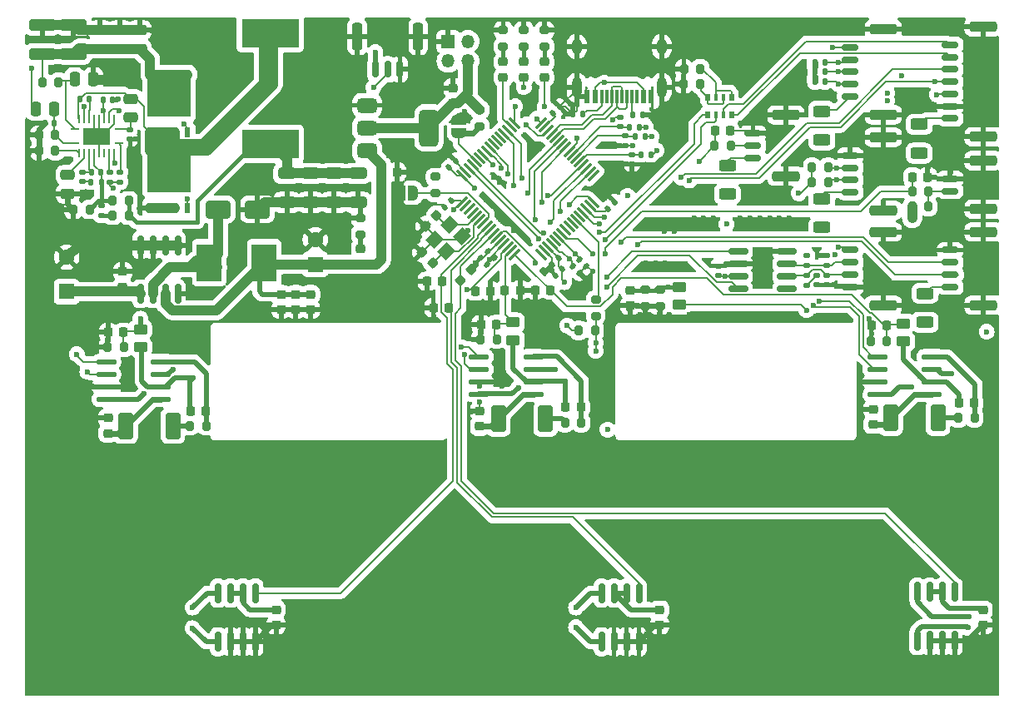
<source format=gbr>
%TF.GenerationSoftware,KiCad,Pcbnew,8.0.5*%
%TF.CreationDate,2024-12-04T18:09:42+09:00*%
%TF.ProjectId,GESC_Logic,47455343-5f4c-46f6-9769-632e6b696361,rev?*%
%TF.SameCoordinates,Original*%
%TF.FileFunction,Copper,L1,Top*%
%TF.FilePolarity,Positive*%
%FSLAX46Y46*%
G04 Gerber Fmt 4.6, Leading zero omitted, Abs format (unit mm)*
G04 Created by KiCad (PCBNEW 8.0.5) date 2024-12-04 18:09:42*
%MOMM*%
%LPD*%
G01*
G04 APERTURE LIST*
G04 Aperture macros list*
%AMRoundRect*
0 Rectangle with rounded corners*
0 $1 Rounding radius*
0 $2 $3 $4 $5 $6 $7 $8 $9 X,Y pos of 4 corners*
0 Add a 4 corners polygon primitive as box body*
4,1,4,$2,$3,$4,$5,$6,$7,$8,$9,$2,$3,0*
0 Add four circle primitives for the rounded corners*
1,1,$1+$1,$2,$3*
1,1,$1+$1,$4,$5*
1,1,$1+$1,$6,$7*
1,1,$1+$1,$8,$9*
0 Add four rect primitives between the rounded corners*
20,1,$1+$1,$2,$3,$4,$5,0*
20,1,$1+$1,$4,$5,$6,$7,0*
20,1,$1+$1,$6,$7,$8,$9,0*
20,1,$1+$1,$8,$9,$2,$3,0*%
%AMRotRect*
0 Rectangle, with rotation*
0 The origin of the aperture is its center*
0 $1 length*
0 $2 width*
0 $3 Rotation angle, in degrees counterclockwise*
0 Add horizontal line*
21,1,$1,$2,0,0,$3*%
%AMFreePoly0*
4,1,19,0.500000,-0.750000,0.000000,-0.750000,0.000000,-0.744911,-0.071157,-0.744911,-0.207708,-0.704816,-0.327430,-0.627875,-0.420627,-0.520320,-0.479746,-0.390866,-0.500000,-0.250000,-0.500000,0.250000,-0.479746,0.390866,-0.420627,0.520320,-0.327430,0.627875,-0.207708,0.704816,-0.071157,0.744911,0.000000,0.744911,0.000000,0.750000,0.500000,0.750000,0.500000,-0.750000,0.500000,-0.750000,
$1*%
%AMFreePoly1*
4,1,19,0.000000,0.744911,0.071157,0.744911,0.207708,0.704816,0.327430,0.627875,0.420627,0.520320,0.479746,0.390866,0.500000,0.250000,0.500000,-0.250000,0.479746,-0.390866,0.420627,-0.520320,0.327430,-0.627875,0.207708,-0.704816,0.071157,-0.744911,0.000000,-0.744911,0.000000,-0.750000,-0.500000,-0.750000,-0.500000,0.750000,0.000000,0.750000,0.000000,0.744911,0.000000,0.744911,
$1*%
G04 Aperture macros list end*
%TA.AperFunction,SMDPad,CuDef*%
%ADD10O,2.050000X0.590000*%
%TD*%
%TA.AperFunction,SMDPad,CuDef*%
%ADD11RoundRect,0.250000X-0.650000X0.325000X-0.650000X-0.325000X0.650000X-0.325000X0.650000X0.325000X0*%
%TD*%
%TA.AperFunction,SMDPad,CuDef*%
%ADD12RoundRect,0.150000X-0.700000X0.150000X-0.700000X-0.150000X0.700000X-0.150000X0.700000X0.150000X0*%
%TD*%
%TA.AperFunction,SMDPad,CuDef*%
%ADD13RoundRect,0.250000X-1.150000X0.250000X-1.150000X-0.250000X1.150000X-0.250000X1.150000X0.250000X0*%
%TD*%
%TA.AperFunction,SMDPad,CuDef*%
%ADD14RoundRect,0.200000X0.275000X-0.200000X0.275000X0.200000X-0.275000X0.200000X-0.275000X-0.200000X0*%
%TD*%
%TA.AperFunction,SMDPad,CuDef*%
%ADD15RoundRect,0.135000X-0.135000X-0.185000X0.135000X-0.185000X0.135000X0.185000X-0.135000X0.185000X0*%
%TD*%
%TA.AperFunction,SMDPad,CuDef*%
%ADD16RoundRect,0.135000X-0.185000X0.135000X-0.185000X-0.135000X0.185000X-0.135000X0.185000X0.135000X0*%
%TD*%
%TA.AperFunction,SMDPad,CuDef*%
%ADD17RoundRect,0.225000X0.225000X0.250000X-0.225000X0.250000X-0.225000X-0.250000X0.225000X-0.250000X0*%
%TD*%
%TA.AperFunction,SMDPad,CuDef*%
%ADD18RoundRect,0.250000X-0.625000X0.312500X-0.625000X-0.312500X0.625000X-0.312500X0.625000X0.312500X0*%
%TD*%
%TA.AperFunction,SMDPad,CuDef*%
%ADD19RoundRect,0.140000X0.170000X-0.140000X0.170000X0.140000X-0.170000X0.140000X-0.170000X-0.140000X0*%
%TD*%
%TA.AperFunction,SMDPad,CuDef*%
%ADD20RoundRect,0.150000X0.150000X-0.825000X0.150000X0.825000X-0.150000X0.825000X-0.150000X-0.825000X0*%
%TD*%
%TA.AperFunction,SMDPad,CuDef*%
%ADD21RoundRect,0.218750X-0.256250X0.218750X-0.256250X-0.218750X0.256250X-0.218750X0.256250X0.218750X0*%
%TD*%
%TA.AperFunction,SMDPad,CuDef*%
%ADD22RoundRect,0.200000X-0.200000X-0.275000X0.200000X-0.275000X0.200000X0.275000X-0.200000X0.275000X0*%
%TD*%
%TA.AperFunction,SMDPad,CuDef*%
%ADD23RoundRect,0.250000X0.500000X1.100000X-0.500000X1.100000X-0.500000X-1.100000X0.500000X-1.100000X0*%
%TD*%
%TA.AperFunction,SMDPad,CuDef*%
%ADD24RoundRect,0.200000X0.200000X0.275000X-0.200000X0.275000X-0.200000X-0.275000X0.200000X-0.275000X0*%
%TD*%
%TA.AperFunction,SMDPad,CuDef*%
%ADD25RoundRect,0.250000X0.625000X-0.312500X0.625000X0.312500X-0.625000X0.312500X-0.625000X-0.312500X0*%
%TD*%
%TA.AperFunction,SMDPad,CuDef*%
%ADD26RoundRect,0.200000X-0.275000X0.200000X-0.275000X-0.200000X0.275000X-0.200000X0.275000X0.200000X0*%
%TD*%
%TA.AperFunction,SMDPad,CuDef*%
%ADD27FreePoly0,0.000000*%
%TD*%
%TA.AperFunction,SMDPad,CuDef*%
%ADD28FreePoly1,0.000000*%
%TD*%
%TA.AperFunction,SMDPad,CuDef*%
%ADD29RoundRect,0.140000X0.219203X0.021213X0.021213X0.219203X-0.219203X-0.021213X-0.021213X-0.219203X0*%
%TD*%
%TA.AperFunction,SMDPad,CuDef*%
%ADD30RoundRect,0.135000X0.135000X0.185000X-0.135000X0.185000X-0.135000X-0.185000X0.135000X-0.185000X0*%
%TD*%
%TA.AperFunction,SMDPad,CuDef*%
%ADD31RoundRect,0.225000X0.335876X0.017678X0.017678X0.335876X-0.335876X-0.017678X-0.017678X-0.335876X0*%
%TD*%
%TA.AperFunction,SMDPad,CuDef*%
%ADD32RoundRect,0.150000X-0.825000X-0.150000X0.825000X-0.150000X0.825000X0.150000X-0.825000X0.150000X0*%
%TD*%
%TA.AperFunction,SMDPad,CuDef*%
%ADD33RoundRect,0.140000X-0.170000X0.140000X-0.170000X-0.140000X0.170000X-0.140000X0.170000X0.140000X0*%
%TD*%
%TA.AperFunction,SMDPad,CuDef*%
%ADD34RoundRect,0.225000X-0.250000X0.225000X-0.250000X-0.225000X0.250000X-0.225000X0.250000X0.225000X0*%
%TD*%
%TA.AperFunction,SMDPad,CuDef*%
%ADD35RoundRect,0.250000X1.100000X-0.325000X1.100000X0.325000X-1.100000X0.325000X-1.100000X-0.325000X0*%
%TD*%
%TA.AperFunction,SMDPad,CuDef*%
%ADD36RoundRect,0.140000X-0.140000X-0.170000X0.140000X-0.170000X0.140000X0.170000X-0.140000X0.170000X0*%
%TD*%
%TA.AperFunction,SMDPad,CuDef*%
%ADD37R,2.500000X3.800000*%
%TD*%
%TA.AperFunction,SMDPad,CuDef*%
%ADD38RoundRect,0.225000X0.017678X-0.335876X0.335876X-0.017678X-0.017678X0.335876X-0.335876X0.017678X0*%
%TD*%
%TA.AperFunction,SMDPad,CuDef*%
%ADD39RoundRect,0.225000X-0.225000X-0.250000X0.225000X-0.250000X0.225000X0.250000X-0.225000X0.250000X0*%
%TD*%
%TA.AperFunction,SMDPad,CuDef*%
%ADD40RoundRect,0.250000X0.475000X-0.250000X0.475000X0.250000X-0.475000X0.250000X-0.475000X-0.250000X0*%
%TD*%
%TA.AperFunction,SMDPad,CuDef*%
%ADD41RoundRect,0.250000X-0.450000X0.262500X-0.450000X-0.262500X0.450000X-0.262500X0.450000X0.262500X0*%
%TD*%
%TA.AperFunction,SMDPad,CuDef*%
%ADD42RoundRect,0.140000X0.021213X-0.219203X0.219203X-0.021213X-0.021213X0.219203X-0.219203X0.021213X0*%
%TD*%
%TA.AperFunction,SMDPad,CuDef*%
%ADD43RoundRect,0.140000X-0.021213X0.219203X-0.219203X0.021213X0.021213X-0.219203X0.219203X-0.021213X0*%
%TD*%
%TA.AperFunction,SMDPad,CuDef*%
%ADD44R,0.850000X0.280000*%
%TD*%
%TA.AperFunction,SMDPad,CuDef*%
%ADD45R,0.280000X0.850000*%
%TD*%
%TA.AperFunction,HeatsinkPad*%
%ADD46R,2.700000X1.700000*%
%TD*%
%TA.AperFunction,SMDPad,CuDef*%
%ADD47RoundRect,0.150000X-0.150000X-0.700000X0.150000X-0.700000X0.150000X0.700000X-0.150000X0.700000X0*%
%TD*%
%TA.AperFunction,SMDPad,CuDef*%
%ADD48RoundRect,0.250000X-0.250000X-1.150000X0.250000X-1.150000X0.250000X1.150000X-0.250000X1.150000X0*%
%TD*%
%TA.AperFunction,SMDPad,CuDef*%
%ADD49RoundRect,0.375000X-0.625000X-0.375000X0.625000X-0.375000X0.625000X0.375000X-0.625000X0.375000X0*%
%TD*%
%TA.AperFunction,SMDPad,CuDef*%
%ADD50RoundRect,0.500000X-0.500000X-1.400000X0.500000X-1.400000X0.500000X1.400000X-0.500000X1.400000X0*%
%TD*%
%TA.AperFunction,SMDPad,CuDef*%
%ADD51RoundRect,0.225000X0.250000X-0.225000X0.250000X0.225000X-0.250000X0.225000X-0.250000X-0.225000X0*%
%TD*%
%TA.AperFunction,SMDPad,CuDef*%
%ADD52RoundRect,0.135000X0.185000X-0.135000X0.185000X0.135000X-0.185000X0.135000X-0.185000X-0.135000X0*%
%TD*%
%TA.AperFunction,SMDPad,CuDef*%
%ADD53RotRect,1.400000X1.200000X225.000000*%
%TD*%
%TA.AperFunction,SMDPad,CuDef*%
%ADD54R,0.600000X1.000000*%
%TD*%
%TA.AperFunction,SMDPad,CuDef*%
%ADD55R,4.410000X4.000000*%
%TD*%
%TA.AperFunction,ComponentPad*%
%ADD56R,1.600000X1.600000*%
%TD*%
%TA.AperFunction,ComponentPad*%
%ADD57C,1.600000*%
%TD*%
%TA.AperFunction,SMDPad,CuDef*%
%ADD58R,5.820000X2.920000*%
%TD*%
%TA.AperFunction,ComponentPad*%
%ADD59R,1.350000X1.350000*%
%TD*%
%TA.AperFunction,ComponentPad*%
%ADD60O,1.350000X1.350000*%
%TD*%
%TA.AperFunction,SMDPad,CuDef*%
%ADD61RoundRect,0.250000X-0.250000X-0.475000X0.250000X-0.475000X0.250000X0.475000X-0.250000X0.475000X0*%
%TD*%
%TA.AperFunction,SMDPad,CuDef*%
%ADD62RoundRect,0.140000X0.140000X0.170000X-0.140000X0.170000X-0.140000X-0.170000X0.140000X-0.170000X0*%
%TD*%
%TA.AperFunction,SMDPad,CuDef*%
%ADD63RoundRect,0.250000X-0.475000X0.250000X-0.475000X-0.250000X0.475000X-0.250000X0.475000X0.250000X0*%
%TD*%
%TA.AperFunction,SMDPad,CuDef*%
%ADD64RoundRect,0.140000X-0.219203X-0.021213X-0.021213X-0.219203X0.219203X0.021213X0.021213X0.219203X0*%
%TD*%
%TA.AperFunction,SMDPad,CuDef*%
%ADD65RoundRect,0.250000X-1.000000X-0.650000X1.000000X-0.650000X1.000000X0.650000X-1.000000X0.650000X0*%
%TD*%
%TA.AperFunction,SMDPad,CuDef*%
%ADD66R,0.500000X0.800000*%
%TD*%
%TA.AperFunction,SMDPad,CuDef*%
%ADD67R,0.400000X0.800000*%
%TD*%
%TA.AperFunction,SMDPad,CuDef*%
%ADD68FreePoly0,270.000000*%
%TD*%
%TA.AperFunction,SMDPad,CuDef*%
%ADD69FreePoly1,270.000000*%
%TD*%
%TA.AperFunction,SMDPad,CuDef*%
%ADD70RoundRect,0.225000X-0.017678X0.335876X-0.335876X0.017678X0.017678X-0.335876X0.335876X-0.017678X0*%
%TD*%
%TA.AperFunction,SMDPad,CuDef*%
%ADD71RoundRect,0.075000X-0.441942X-0.548008X0.548008X0.441942X0.441942X0.548008X-0.548008X-0.441942X0*%
%TD*%
%TA.AperFunction,SMDPad,CuDef*%
%ADD72RoundRect,0.075000X0.441942X-0.548008X0.548008X-0.441942X-0.441942X0.548008X-0.548008X0.441942X0*%
%TD*%
%TA.AperFunction,SMDPad,CuDef*%
%ADD73R,0.600000X1.450000*%
%TD*%
%TA.AperFunction,SMDPad,CuDef*%
%ADD74R,0.300000X1.450000*%
%TD*%
%TA.AperFunction,ComponentPad*%
%ADD75O,1.000000X2.100000*%
%TD*%
%TA.AperFunction,ComponentPad*%
%ADD76O,1.000000X1.600000*%
%TD*%
%TA.AperFunction,ViaPad*%
%ADD77C,0.600000*%
%TD*%
%TA.AperFunction,Conductor*%
%ADD78C,0.500000*%
%TD*%
%TA.AperFunction,Conductor*%
%ADD79C,1.000000*%
%TD*%
%TA.AperFunction,Conductor*%
%ADD80C,0.200000*%
%TD*%
%TA.AperFunction,Conductor*%
%ADD81C,0.600000*%
%TD*%
%TA.AperFunction,Conductor*%
%ADD82C,0.400000*%
%TD*%
G04 APERTURE END LIST*
D10*
%TO.P,U7,1,HIN*%
%TO.N,/Gate Drivers/AH*%
X108730000Y-120490000D03*
%TO.P,U7,2,LIN*%
%TO.N,/Gate Drivers/AL*%
X108730000Y-121770000D03*
%TO.P,U7,3,GND*%
%TO.N,GND*%
X108730000Y-123030000D03*
%TO.P,U7,4,LVG*%
%TO.N,Net-(J3-Pin_1)*%
X108730000Y-124300000D03*
%TO.P,U7,5,VCC*%
%TO.N,+12V*%
X114270000Y-124300000D03*
%TO.P,U7,6,OUT*%
%TO.N,Phase_A*%
X114270000Y-123030000D03*
%TO.P,U7,7,HVG*%
%TO.N,Net-(J3-Pin_4)*%
X114270000Y-121770000D03*
%TO.P,U7,8,BOOT*%
%TO.N,Net-(U7-BOOT)*%
X114270000Y-120490000D03*
%TD*%
D11*
%TO.P,C65,1*%
%TO.N,+12V*%
X131900000Y-101325000D03*
%TO.P,C65,2*%
%TO.N,GND*%
X131900000Y-104275000D03*
%TD*%
D12*
%TO.P,J10,1,Pin_1*%
%TO.N,Net-(J10-Pin_1)*%
X194550000Y-88250000D03*
%TO.P,J10,2,Pin_2*%
%TO.N,Net-(J10-Pin_2)*%
X194550000Y-89500000D03*
%TO.P,J10,3,Pin_3*%
%TO.N,UART_TX*%
X194550000Y-90750000D03*
%TO.P,J10,4,Pin_4*%
%TO.N,UART_RX*%
X194550000Y-92000000D03*
%TO.P,J10,5,Pin_5*%
%TO.N,+3V3*%
X194550000Y-93250000D03*
%TO.P,J10,6,Pin_6*%
%TO.N,GND*%
X194550000Y-94500000D03*
%TO.P,J10,7,Pin_7*%
%TO.N,Net-(J10-Pin_7)*%
X194550000Y-95750000D03*
D13*
%TO.P,J10,MP*%
%TO.N,GND*%
X197900000Y-86400000D03*
X197900000Y-97600000D03*
%TD*%
D14*
%TO.P,R27,1*%
%TO.N,Net-(D6-K)*%
X149100000Y-88418750D03*
%TO.P,R27,2*%
%TO.N,GND*%
X149100000Y-86768750D03*
%TD*%
D15*
%TO.P,R17,1*%
%TO.N,HALL_A*%
X163090001Y-99400000D03*
%TO.P,R17,2*%
%TO.N,Net-(J9-Pin_4)*%
X164109999Y-99400000D03*
%TD*%
D16*
%TO.P,R2,1*%
%TO.N,Net-(J2-Pin_3)*%
X179975000Y-111685000D03*
%TO.P,R2,2*%
%TO.N,Net-(C8-Pad1)*%
X179975000Y-112705000D03*
%TD*%
D17*
%TO.P,C40,1*%
%TO.N,V_C*%
X153900000Y-113200000D03*
%TO.P,C40,2*%
%TO.N,GND*%
X152350000Y-113200000D03*
%TD*%
%TO.P,C42,1*%
%TO.N,V_B*%
X148375000Y-116700000D03*
%TO.P,C42,2*%
%TO.N,GND*%
X146825000Y-116700000D03*
%TD*%
D18*
%TO.P,F3,1*%
%TO.N,Net-(J8-Pin_4)*%
X192000000Y-113537500D03*
%TO.P,F3,2*%
%TO.N,+5V*%
X192000000Y-116462500D03*
%TD*%
D19*
%TO.P,C7,1*%
%TO.N,Net-(J2-Pin_2)*%
X181975000Y-110675000D03*
%TO.P,C7,2*%
%TO.N,GND*%
X181975000Y-109715000D03*
%TD*%
D20*
%TO.P,U4,1,-*%
%TO.N,SHA_-*%
X120095000Y-148975000D03*
%TO.P,U4,2,GND*%
%TO.N,GND*%
X121365000Y-148975000D03*
%TO.P,U4,3,REF2*%
X122635000Y-148975000D03*
%TO.P,U4,4,GND*%
X123905000Y-148975000D03*
%TO.P,U4,5*%
%TO.N,CURRENT_A*%
X123905000Y-144025000D03*
%TO.P,U4,6,V+*%
%TO.N,+3V3*%
X122635000Y-144025000D03*
%TO.P,U4,7,REF1*%
X121365000Y-144025000D03*
%TO.P,U4,8,+*%
%TO.N,SHA_+*%
X120095000Y-144025000D03*
%TD*%
D15*
%TO.P,R15,1*%
%TO.N,HALL_C*%
X161890001Y-96600000D03*
%TO.P,R15,2*%
%TO.N,Net-(J9-Pin_2)*%
X162909999Y-96600000D03*
%TD*%
D21*
%TO.P,D5,1,K*%
%TO.N,Net-(D5-K)*%
X153300000Y-89981250D03*
%TO.P,D5,2,A*%
%TO.N,LED_R*%
X153300000Y-91556250D03*
%TD*%
D22*
%TO.P,R8,1*%
%TO.N,+3V3*%
X180500000Y-102200000D03*
%TO.P,R8,2*%
%TO.N,BMI160_SDA*%
X182150000Y-102200000D03*
%TD*%
D23*
%TO.P,D2,1,K*%
%TO.N,Net-(D2-K)*%
X115500000Y-127000000D03*
%TO.P,D2,2,A*%
%TO.N,+12V*%
X110700000Y-127000000D03*
%TD*%
D24*
%TO.P,R40,1*%
%TO.N,Net-(U11-EN{slash}UVLO)*%
X103525000Y-97440000D03*
%TO.P,R40,2*%
%TO.N,GND*%
X101875000Y-97440000D03*
%TD*%
D25*
%TO.P,F1,1*%
%TO.N,+3V3*%
X181500000Y-106825000D03*
%TO.P,F1,2*%
%TO.N,Net-(J6-Pin_4)*%
X181500000Y-103900000D03*
%TD*%
D26*
%TO.P,R1,1*%
%TO.N,GND*%
X134600000Y-105875000D03*
%TO.P,R1,2*%
%TO.N,Net-(D1-K)*%
X134600000Y-107525000D03*
%TD*%
D22*
%TO.P,R33,1*%
%TO.N,GND*%
X108875000Y-119000000D03*
%TO.P,R33,2*%
%TO.N,V_A*%
X110525000Y-119000000D03*
%TD*%
D27*
%TO.P,J15,1,Pin_1*%
%TO.N,GND*%
X138650000Y-103300000D03*
D28*
%TO.P,J15,2,Pin_2*%
%TO.N,Net-(J15-Pin_2)*%
X139950000Y-103300000D03*
%TD*%
D23*
%TO.P,D3,1,K*%
%TO.N,Net-(D3-K)*%
X153400000Y-126300000D03*
%TO.P,D3,2,A*%
%TO.N,+12V*%
X148600000Y-126300000D03*
%TD*%
D29*
%TO.P,C29,1*%
%TO.N,+3V3*%
X148200000Y-109900000D03*
%TO.P,C29,2*%
%TO.N,GND*%
X147521178Y-109221178D03*
%TD*%
D26*
%TO.P,R26,1*%
%TO.N,+3V3*%
X146700000Y-94875000D03*
%TO.P,R26,2*%
%TO.N,Net-(J14-Pin_2)*%
X146700000Y-96525000D03*
%TD*%
D30*
%TO.P,R46,1*%
%TO.N,Net-(U11-FB)*%
X108210000Y-102190000D03*
%TO.P,R46,2*%
%TO.N,Net-(C57-Pad2)*%
X107190000Y-102190000D03*
%TD*%
D31*
%TO.P,C33,1*%
%TO.N,Net-(U10-PH1)*%
X141948008Y-110448008D03*
%TO.P,C33,2*%
%TO.N,GND*%
X140851992Y-109351992D03*
%TD*%
D21*
%TO.P,D1,1,K*%
%TO.N,Net-(D1-K)*%
X134600000Y-109000000D03*
%TO.P,D1,2,A*%
%TO.N,+5V*%
X134600000Y-110575000D03*
%TD*%
D32*
%TO.P,U3,1,TXD*%
%TO.N,CAN_TXD*%
X173000000Y-109290000D03*
%TO.P,U3,2,GND*%
%TO.N,GND*%
X173000000Y-110560000D03*
%TO.P,U3,3,VCC*%
%TO.N,+5V*%
X173000000Y-111830000D03*
%TO.P,U3,4,RXD*%
%TO.N,CAN_RXD*%
X173000000Y-113100000D03*
%TO.P,U3,5,VIO*%
%TO.N,unconnected-(U3-VIO-Pad5)*%
X177950000Y-113100000D03*
%TO.P,U3,6,CANL*%
%TO.N,Net-(J2-Pin_3)*%
X177950000Y-111830000D03*
%TO.P,U3,7,CANH*%
%TO.N,Net-(J2-Pin_2)*%
X177950000Y-110560000D03*
%TO.P,U3,8,S*%
%TO.N,GND*%
X177950000Y-109290000D03*
%TD*%
D33*
%TO.P,C6,1*%
%TO.N,Net-(J2-Pin_3)*%
X181975000Y-111715000D03*
%TO.P,C6,2*%
%TO.N,GND*%
X181975000Y-112675000D03*
%TD*%
D34*
%TO.P,C2,1*%
%TO.N,+5V*%
X126500000Y-113625000D03*
%TO.P,C2,2*%
%TO.N,GND*%
X126500000Y-115175000D03*
%TD*%
D35*
%TO.P,C45,1*%
%TO.N,+BATT*%
X105400000Y-89175000D03*
%TO.P,C45,2*%
%TO.N,GND*%
X105400000Y-86225000D03*
%TD*%
D22*
%TO.P,R39,1*%
%TO.N,+BATT*%
X102225000Y-92040000D03*
%TO.P,R39,2*%
%TO.N,Net-(U11-VIN)*%
X103875000Y-92040000D03*
%TD*%
D17*
%TO.P,C20,1*%
%TO.N,Net-(U9-BOOT)*%
X196975000Y-124700000D03*
%TO.P,C20,2*%
%TO.N,Phase_C*%
X195425000Y-124700000D03*
%TD*%
D19*
%TO.P,C59,1*%
%TO.N,Net-(C59-Pad1)*%
X108225000Y-105600000D03*
%TO.P,C59,2*%
%TO.N,Net-(U11-FB)*%
X108225000Y-104640000D03*
%TD*%
D17*
%TO.P,C43,1*%
%TO.N,V_C*%
X188075000Y-116800000D03*
%TO.P,C43,2*%
%TO.N,GND*%
X186525000Y-116800000D03*
%TD*%
D34*
%TO.P,C3,1*%
%TO.N,+5V*%
X129500000Y-113625000D03*
%TO.P,C3,2*%
%TO.N,GND*%
X129500000Y-115175000D03*
%TD*%
D22*
%TO.P,R35,1*%
%TO.N,GND*%
X146775000Y-118200000D03*
%TO.P,R35,2*%
%TO.N,V_B*%
X148425000Y-118200000D03*
%TD*%
D36*
%TO.P,C58,1*%
%TO.N,Net-(U11-COMP)*%
X107220000Y-101190000D03*
%TO.P,C58,2*%
%TO.N,Net-(U11-FB)*%
X108180000Y-101190000D03*
%TD*%
D21*
%TO.P,D7,1,K*%
%TO.N,Net-(D7-K)*%
X151200000Y-89981250D03*
%TO.P,D7,2,A*%
%TO.N,+3V3*%
X151200000Y-91556250D03*
%TD*%
D14*
%TO.P,R23,1*%
%TO.N,F_TEMP_*%
X158500000Y-115825000D03*
%TO.P,R23,2*%
%TO.N,F_Temp*%
X158500000Y-114175000D03*
%TD*%
D37*
%TO.P,L2,1,1*%
%TO.N,Net-(D8-K)*%
X119200000Y-110400000D03*
%TO.P,L2,2,2*%
%TO.N,+5V*%
X124800000Y-110400000D03*
%TD*%
D33*
%TO.P,C8,1*%
%TO.N,Net-(C8-Pad1)*%
X180975000Y-111715000D03*
%TO.P,C8,2*%
%TO.N,GND*%
X180975000Y-112675000D03*
%TD*%
D38*
%TO.P,C14,1*%
%TO.N,CURRENT_C*%
X144751992Y-112248008D03*
%TO.P,C14,2*%
%TO.N,GND*%
X145848008Y-111151992D03*
%TD*%
D17*
%TO.P,C13,1*%
%TO.N,CURRENT_B*%
X143575000Y-115000000D03*
%TO.P,C13,2*%
%TO.N,GND*%
X142025000Y-115000000D03*
%TD*%
D39*
%TO.P,C22,1*%
%TO.N,PPM*%
X170625000Y-97000000D03*
%TO.P,C22,2*%
%TO.N,GND*%
X172175000Y-97000000D03*
%TD*%
D33*
%TO.P,C56,1*%
%TO.N,Net-(U11-ILIM)*%
X111100000Y-96880000D03*
%TO.P,C56,2*%
%TO.N,GND*%
X111100000Y-97840000D03*
%TD*%
D40*
%TO.P,C49,1*%
%TO.N,+BATT*%
X108100000Y-88650000D03*
%TO.P,C49,2*%
%TO.N,GND*%
X108100000Y-86750000D03*
%TD*%
D17*
%TO.P,C19,1*%
%TO.N,Net-(U8-BOOT)*%
X156975000Y-125100000D03*
%TO.P,C19,2*%
%TO.N,Phase_B*%
X155425000Y-125100000D03*
%TD*%
D41*
%TO.P,R32,1*%
%TO.N,V_A*%
X112200000Y-117187500D03*
%TO.P,R32,2*%
%TO.N,Phase_A*%
X112200000Y-119012500D03*
%TD*%
D22*
%TO.P,R4,1*%
%TO.N,Net-(D2-K)*%
X117250000Y-127000000D03*
%TO.P,R4,2*%
%TO.N,Net-(U7-BOOT)*%
X118900000Y-127000000D03*
%TD*%
D42*
%TO.P,C34,1*%
%TO.N,Net-(U10-VCAP_1)*%
X159760589Y-104939411D03*
%TO.P,C34,2*%
%TO.N,GND*%
X160439411Y-104260589D03*
%TD*%
D10*
%TO.P,U9,1,HIN*%
%TO.N,/Gate Drivers/CH*%
X187130000Y-119990000D03*
%TO.P,U9,2,LIN*%
%TO.N,/Gate Drivers/CL*%
X187130000Y-121270000D03*
%TO.P,U9,3,GND*%
%TO.N,GND*%
X187130000Y-122530000D03*
%TO.P,U9,4,LVG*%
%TO.N,Net-(J5-Pin_3)*%
X187130000Y-123800000D03*
%TO.P,U9,5,VCC*%
%TO.N,+12V*%
X192670000Y-123800000D03*
%TO.P,U9,6,OUT*%
%TO.N,Phase_C*%
X192670000Y-122530000D03*
%TO.P,U9,7,HVG*%
%TO.N,Net-(J5-Pin_4)*%
X192670000Y-121270000D03*
%TO.P,U9,8,BOOT*%
%TO.N,Net-(U9-BOOT)*%
X192670000Y-119990000D03*
%TD*%
D43*
%TO.P,C30,1*%
%TO.N,+3V3*%
X143839411Y-104060589D03*
%TO.P,C30,2*%
%TO.N,GND*%
X143160589Y-104739411D03*
%TD*%
D22*
%TO.P,R5,1*%
%TO.N,Net-(D3-K)*%
X155375000Y-126700000D03*
%TO.P,R5,2*%
%TO.N,Net-(U8-BOOT)*%
X157025000Y-126700000D03*
%TD*%
D11*
%TO.P,C64,1*%
%TO.N,+12V*%
X134300000Y-101325000D03*
%TO.P,C64,2*%
%TO.N,GND*%
X134300000Y-104275000D03*
%TD*%
D22*
%TO.P,R20,1*%
%TO.N,GND*%
X167465000Y-92220000D03*
%TO.P,R20,2*%
%TO.N,Net-(RN1-R2.1)*%
X169115000Y-92220000D03*
%TD*%
D44*
%TO.P,U11,1,EN/UVLO*%
%TO.N,Net-(U11-EN{slash}UVLO)*%
X105500000Y-98290000D03*
D45*
%TO.P,U11,2,RT*%
%TO.N,Net-(U11-RT)*%
X106000000Y-99290000D03*
%TO.P,U11,3,SS/TRK*%
%TO.N,Net-(U11-SS{slash}TRK)*%
X106500000Y-99290000D03*
%TO.P,U11,4,COMP*%
%TO.N,Net-(U11-COMP)*%
X107000000Y-99290000D03*
%TO.P,U11,5,FB*%
%TO.N,Net-(U11-FB)*%
X107500000Y-99290000D03*
%TO.P,U11,6,AGND*%
%TO.N,GND*%
X108000000Y-99290000D03*
%TO.P,U11,7,SYNCOUT*%
%TO.N,unconnected-(U11-SYNCOUT-Pad7)*%
X108500000Y-99290000D03*
%TO.P,U11,8,SYNCIN*%
%TO.N,Net-(U11-SYNCIN)*%
X109000000Y-99290000D03*
%TO.P,U11,9,NC*%
%TO.N,GND*%
X109500000Y-99290000D03*
D44*
%TO.P,U11,10,PGOOD*%
%TO.N,Net-(U11-PGOOD)*%
X110000000Y-98290000D03*
%TO.P,U11,11,ILIM*%
%TO.N,Net-(U11-ILIM)*%
X110000000Y-96790000D03*
D45*
%TO.P,U11,12,PGND*%
%TO.N,GND*%
X109500000Y-95790000D03*
%TO.P,U11,13,LO*%
%TO.N,Net-(Q1-G)*%
X109000000Y-95790000D03*
%TO.P,U11,14,VCC*%
%TO.N,Net-(U11-VCC)*%
X108500000Y-95790000D03*
%TO.P,U11,15,EP*%
%TO.N,GND*%
X108000000Y-95790000D03*
%TO.P,U11,16,NC*%
X107500000Y-95790000D03*
%TO.P,U11,17,BST*%
%TO.N,Net-(U11-BST)*%
X107000000Y-95790000D03*
%TO.P,U11,18,HO*%
%TO.N,Net-(Q3-G)*%
X106500000Y-95790000D03*
%TO.P,U11,19,SW*%
%TO.N,Net-(U11-SW)*%
X106000000Y-95790000D03*
D44*
%TO.P,U11,20,VIN*%
%TO.N,Net-(U11-VIN)*%
X105500000Y-96790000D03*
D46*
%TO.P,U11,21,EP*%
%TO.N,GND*%
X107750000Y-97540000D03*
%TD*%
D25*
%TO.P,F2,1*%
%TO.N,+5V*%
X191400000Y-99262500D03*
%TO.P,F2,2*%
%TO.N,Net-(J10-Pin_7)*%
X191400000Y-96337500D03*
%TD*%
D34*
%TO.P,C11,1*%
%TO.N,+3V3*%
X126000000Y-145725000D03*
%TO.P,C11,2*%
%TO.N,GND*%
X126000000Y-147275000D03*
%TD*%
D47*
%TO.P,J1,1,Pin_1*%
%TO.N,+BATT*%
X136100000Y-90750000D03*
%TO.P,J1,2,Pin_2*%
%TO.N,Net-(J1-Pin_2)*%
X137350000Y-90750000D03*
%TO.P,J1,3,Pin_3*%
%TO.N,GND*%
X138600000Y-90750000D03*
D48*
%TO.P,J1,MP*%
X134250000Y-87400000D03*
X140450000Y-87400000D03*
%TD*%
D22*
%TO.P,R19,1*%
%TO.N,PPM*%
X170575000Y-98500000D03*
%TO.P,R19,2*%
%TO.N,Net-(J12-Pin_2)*%
X172225000Y-98500000D03*
%TD*%
D15*
%TO.P,R11,1*%
%TO.N,+3V3*%
X180790000Y-90000000D03*
%TO.P,R11,2*%
%TO.N,Net-(J9-Pin_2)*%
X181810000Y-90000000D03*
%TD*%
D33*
%TO.P,C23,1*%
%TO.N,HALL_A*%
X162200000Y-99420000D03*
%TO.P,C23,2*%
%TO.N,GND*%
X162200000Y-100380000D03*
%TD*%
D17*
%TO.P,C18,1*%
%TO.N,Net-(U7-BOOT)*%
X118850000Y-125500000D03*
%TO.P,C18,2*%
%TO.N,Phase_A*%
X117300000Y-125500000D03*
%TD*%
D39*
%TO.P,C39,1*%
%TO.N,V_B*%
X149250000Y-113200000D03*
%TO.P,C39,2*%
%TO.N,GND*%
X150800000Y-113200000D03*
%TD*%
D24*
%TO.P,R48,1*%
%TO.N,Net-(U11-FB)*%
X107025000Y-105000000D03*
%TO.P,R48,2*%
%TO.N,GND*%
X105375000Y-105000000D03*
%TD*%
D49*
%TO.P,U2,1,GND*%
%TO.N,GND*%
X135250000Y-94400000D03*
%TO.P,U2,2,VO*%
%TO.N,+3V3*%
X135250000Y-96700000D03*
D50*
X141550000Y-96700000D03*
D49*
%TO.P,U2,3,VI*%
%TO.N,+5V*%
X135250000Y-99000000D03*
%TD*%
D51*
%TO.P,C17,1*%
%TO.N,+12V*%
X186700000Y-126875000D03*
%TO.P,C17,2*%
%TO.N,GND*%
X186700000Y-125325000D03*
%TD*%
D22*
%TO.P,R6,1*%
%TO.N,Net-(D4-K)*%
X195375000Y-126200000D03*
%TO.P,R6,2*%
%TO.N,Net-(U9-BOOT)*%
X197025000Y-126200000D03*
%TD*%
D52*
%TO.P,R44,1*%
%TO.N,Net-(U11-VCC)*%
X110100000Y-102200000D03*
%TO.P,R44,2*%
%TO.N,Net-(U11-PGOOD)*%
X110100000Y-101180000D03*
%TD*%
D12*
%TO.P,J8,1,Pin_1*%
%TO.N,GND*%
X194550000Y-109125000D03*
%TO.P,J8,2,Pin_2*%
%TO.N,USART_TX\u002C SCL*%
X194550000Y-110375000D03*
%TO.P,J8,3,Pin_3*%
%TO.N,USART_RX\u002C SDA*%
X194550000Y-111625000D03*
%TO.P,J8,4,Pin_4*%
%TO.N,Net-(J8-Pin_4)*%
X194550000Y-112875000D03*
D13*
%TO.P,J8,MP*%
%TO.N,GND*%
X197900000Y-107275000D03*
X197900000Y-114725000D03*
%TD*%
D14*
%TO.P,R31,1*%
%TO.N,GND*%
X163500000Y-114825000D03*
%TO.P,R31,2*%
%TO.N,VSENSE*%
X163500000Y-113175000D03*
%TD*%
D53*
%TO.P,Y1,1,1*%
%TO.N,Net-(U10-PH0)*%
X143676777Y-106521142D03*
%TO.P,Y1,2,2*%
%TO.N,GND*%
X142121142Y-108076777D03*
%TO.P,Y1,3,3*%
%TO.N,Net-(U10-PH1)*%
X143323223Y-109278858D03*
%TO.P,Y1,4,4*%
%TO.N,GND*%
X144878858Y-107723223D03*
%TD*%
D12*
%TO.P,J6,1,Pin_1*%
%TO.N,GND*%
X184400000Y-99500000D03*
%TO.P,J6,2,Pin_2*%
%TO.N,BMI160_SCL*%
X184400000Y-100750000D03*
%TO.P,J6,3,Pin_3*%
%TO.N,BMI160_SDA*%
X184400000Y-102000000D03*
%TO.P,J6,4,Pin_4*%
%TO.N,Net-(J6-Pin_4)*%
X184400000Y-103250000D03*
D13*
%TO.P,J6,MP*%
%TO.N,GND*%
X187750000Y-97650000D03*
X187750000Y-105100000D03*
%TD*%
D54*
%TO.P,Q1,1,S*%
%TO.N,GND*%
X113190000Y-104820000D03*
%TO.P,Q1,2,S*%
X114470000Y-104820000D03*
%TO.P,Q1,3,S*%
X115730000Y-104820000D03*
%TO.P,Q1,4,G*%
%TO.N,Net-(Q1-G)*%
X117000000Y-104820000D03*
%TO.P,Q1,5,D*%
%TO.N,Net-(U11-SW)*%
X117000000Y-98980000D03*
%TO.P,Q1,6,D*%
X115730000Y-98980000D03*
%TO.P,Q1,7,D*%
X114470000Y-98980000D03*
%TO.P,Q1,8,D*%
X113190000Y-98980000D03*
D55*
%TO.P,Q1,9*%
%TO.N,N/C*%
X115100000Y-101290000D03*
%TD*%
D24*
%TO.P,R42,1*%
%TO.N,Net-(U11-RT)*%
X103550000Y-99040000D03*
%TO.P,R42,2*%
%TO.N,GND*%
X101900000Y-99040000D03*
%TD*%
D29*
%TO.P,C35,1*%
%TO.N,+3V3*%
X147439411Y-110639411D03*
%TO.P,C35,2*%
%TO.N,GND*%
X146760589Y-109960589D03*
%TD*%
D51*
%TO.P,C5,1*%
%TO.N,+3V3*%
X144000000Y-94175000D03*
%TO.P,C5,2*%
%TO.N,GND*%
X144000000Y-92625000D03*
%TD*%
D17*
%TO.P,C12,1*%
%TO.N,CURRENT_A*%
X142900000Y-112300000D03*
%TO.P,C12,2*%
%TO.N,GND*%
X141350000Y-112300000D03*
%TD*%
D56*
%TO.P,C62,1*%
%TO.N,+12V*%
X104700000Y-113352651D03*
D57*
%TO.P,C62,2*%
%TO.N,GND*%
X104700000Y-109852651D03*
%TD*%
D34*
%TO.P,C10,1*%
%TO.N,+3V3*%
X197900000Y-145750000D03*
%TO.P,C10,2*%
%TO.N,GND*%
X197900000Y-147300000D03*
%TD*%
D18*
%TO.P,F4,1*%
%TO.N,Net-(J9-Pin_5)*%
X181500000Y-95007500D03*
%TO.P,F4,2*%
%TO.N,+5V*%
X181500000Y-97932500D03*
%TD*%
D39*
%TO.P,C38,1*%
%TO.N,V_A*%
X146250000Y-113300000D03*
%TO.P,C38,2*%
%TO.N,GND*%
X147800000Y-113300000D03*
%TD*%
D26*
%TO.P,R29,1*%
%TO.N,+3V3*%
X142200000Y-101675000D03*
%TO.P,R29,2*%
%TO.N,Net-(J15-Pin_2)*%
X142200000Y-103325000D03*
%TD*%
D22*
%TO.P,R22,1*%
%TO.N,+3V3*%
X156775000Y-117300000D03*
%TO.P,R22,2*%
%TO.N,F_TEMP_*%
X158425000Y-117300000D03*
%TD*%
D43*
%TO.P,C28,1*%
%TO.N,+3V3*%
X154739411Y-109960589D03*
%TO.P,C28,2*%
%TO.N,GND*%
X154060589Y-110639411D03*
%TD*%
D12*
%TO.P,J7,1,Pin_1*%
%TO.N,GND*%
X194550000Y-101875000D03*
%TO.P,J7,2,Pin_2*%
%TO.N,Net-(J7-Pin_2)*%
X194550000Y-103125000D03*
D13*
%TO.P,J7,MP*%
%TO.N,GND*%
X197900000Y-100025000D03*
X197900000Y-104975000D03*
%TD*%
D41*
%TO.P,R34,1*%
%TO.N,V_B*%
X150100000Y-116487500D03*
%TO.P,R34,2*%
%TO.N,Phase_B*%
X150100000Y-118312500D03*
%TD*%
D34*
%TO.P,C9,1*%
%TO.N,+3V3*%
X165000000Y-145725000D03*
%TO.P,C9,2*%
%TO.N,GND*%
X165000000Y-147275000D03*
%TD*%
D39*
%TO.P,C4,1*%
%TO.N,+5V*%
X136725000Y-101200000D03*
%TO.P,C4,2*%
%TO.N,GND*%
X138275000Y-101200000D03*
%TD*%
D51*
%TO.P,C16,1*%
%TO.N,+12V*%
X146700000Y-127075000D03*
%TO.P,C16,2*%
%TO.N,GND*%
X146700000Y-125525000D03*
%TD*%
D24*
%TO.P,R49,1*%
%TO.N,+12V*%
X111025000Y-105600000D03*
%TO.P,R49,2*%
%TO.N,Net-(C59-Pad1)*%
X109375000Y-105600000D03*
%TD*%
D33*
%TO.P,C53,1*%
%TO.N,GND*%
X171000000Y-110740000D03*
%TO.P,C53,2*%
%TO.N,+5V*%
X171000000Y-111700000D03*
%TD*%
D40*
%TO.P,C47,1*%
%TO.N,+BATT*%
X112120000Y-88650000D03*
%TO.P,C47,2*%
%TO.N,GND*%
X112120000Y-86750000D03*
%TD*%
D16*
%TO.P,R3,1*%
%TO.N,Net-(C8-Pad1)*%
X179975000Y-109685000D03*
%TO.P,R3,2*%
%TO.N,Net-(J2-Pin_2)*%
X179975000Y-110705000D03*
%TD*%
D22*
%TO.P,R10,1*%
%TO.N,+3V3*%
X180500000Y-100700000D03*
%TO.P,R10,2*%
%TO.N,BMI160_SCL*%
X182150000Y-100700000D03*
%TD*%
D34*
%TO.P,C1,1*%
%TO.N,+5V*%
X128000000Y-113625000D03*
%TO.P,C1,2*%
%TO.N,GND*%
X128000000Y-115175000D03*
%TD*%
D36*
%TO.P,C55,1*%
%TO.N,Net-(U11-SW)*%
X106020000Y-93740000D03*
%TO.P,C55,2*%
%TO.N,Net-(U11-BST)*%
X106980000Y-93740000D03*
%TD*%
D43*
%TO.P,C37,1*%
%TO.N,+3V3*%
X155039411Y-111060589D03*
%TO.P,C37,2*%
%TO.N,GND*%
X154360589Y-111739411D03*
%TD*%
D15*
%TO.P,R14,1*%
%TO.N,+3V3*%
X180790000Y-92000000D03*
%TO.P,R14,2*%
%TO.N,Net-(J9-Pin_4)*%
X181810000Y-92000000D03*
%TD*%
%TO.P,R21,1*%
%TO.N,Net-(J13-CC1)*%
X162300000Y-95400000D03*
%TO.P,R21,2*%
%TO.N,GND*%
X163320000Y-95400000D03*
%TD*%
D52*
%TO.P,R43,1*%
%TO.N,Net-(U11-VCC)*%
X109100000Y-102200000D03*
%TO.P,R43,2*%
%TO.N,Net-(U11-SYNCIN)*%
X109100000Y-101180000D03*
%TD*%
D14*
%TO.P,R25,1*%
%TO.N,Net-(D5-K)*%
X153300000Y-88418750D03*
%TO.P,R25,2*%
%TO.N,GND*%
X153300000Y-86768750D03*
%TD*%
D17*
%TO.P,C41,1*%
%TO.N,V_A*%
X110475000Y-117500000D03*
%TO.P,C41,2*%
%TO.N,GND*%
X108925000Y-117500000D03*
%TD*%
D51*
%TO.P,C61,1*%
%TO.N,+12V*%
X110400000Y-112875000D03*
%TO.P,C61,2*%
%TO.N,GND*%
X110400000Y-111325000D03*
%TD*%
D58*
%TO.P,L1,1,1*%
%TO.N,Net-(U11-SW)*%
X125400000Y-87070000D03*
%TO.P,L1,2,2*%
%TO.N,+12V*%
X125400000Y-98330000D03*
%TD*%
D34*
%TO.P,C44,1*%
%TO.N,VSENSE*%
X162000000Y-113225000D03*
%TO.P,C44,2*%
%TO.N,GND*%
X162000000Y-114775000D03*
%TD*%
D20*
%TO.P,U6,1,-*%
%TO.N,SHC_-*%
X191195000Y-148875000D03*
%TO.P,U6,2,GND*%
%TO.N,GND*%
X192465000Y-148875000D03*
%TO.P,U6,3,REF2*%
X193735000Y-148875000D03*
%TO.P,U6,4,GND*%
X195005000Y-148875000D03*
%TO.P,U6,5*%
%TO.N,CURRENT_C*%
X195005000Y-143925000D03*
%TO.P,U6,6,V+*%
%TO.N,+3V3*%
X193735000Y-143925000D03*
%TO.P,U6,7,REF1*%
X192465000Y-143925000D03*
%TO.P,U6,8,+*%
%TO.N,SHC_+*%
X191195000Y-143925000D03*
%TD*%
D30*
%TO.P,R24,1*%
%TO.N,Net-(J13-CC2)*%
X157210000Y-95300000D03*
%TO.P,R24,2*%
%TO.N,GND*%
X156190000Y-95300000D03*
%TD*%
D22*
%TO.P,R37,1*%
%TO.N,GND*%
X186450000Y-118400000D03*
%TO.P,R37,2*%
%TO.N,V_C*%
X188100000Y-118400000D03*
%TD*%
D41*
%TO.P,R36,1*%
%TO.N,V_C*%
X189800000Y-116587500D03*
%TO.P,R36,2*%
%TO.N,Phase_C*%
X189800000Y-118412500D03*
%TD*%
D42*
%TO.P,C36,1*%
%TO.N,Net-(U10-VCAP_2)*%
X154160589Y-95239411D03*
%TO.P,C36,2*%
%TO.N,GND*%
X154839411Y-94560589D03*
%TD*%
D11*
%TO.P,C66,1*%
%TO.N,+12V*%
X129500000Y-101325000D03*
%TO.P,C66,2*%
%TO.N,GND*%
X129500000Y-104275000D03*
%TD*%
D22*
%TO.P,R9,1*%
%TO.N,M_TMP\u002C MOSI*%
X190675000Y-103200000D03*
%TO.P,R9,2*%
%TO.N,Net-(J7-Pin_2)*%
X192325000Y-103200000D03*
%TD*%
D59*
%TO.P,J11,1,Pin_1*%
%TO.N,GND*%
X143500000Y-87900000D03*
D60*
%TO.P,J11,2,Pin_2*%
%TO.N,SWCLK*%
X145500000Y-87900000D03*
%TO.P,J11,3,Pin_3*%
%TO.N,SWDIO*%
X143500000Y-89900000D03*
%TO.P,J11,4,Pin_4*%
%TO.N,+3V3*%
X145500000Y-89900000D03*
%TD*%
D61*
%TO.P,R41,1*%
%TO.N,Net-(J1-Pin_2)*%
X101550000Y-94740000D03*
%TO.P,R41,2*%
%TO.N,Net-(U11-EN{slash}UVLO)*%
X103450000Y-94740000D03*
%TD*%
D42*
%TO.P,C32,1*%
%TO.N,+3V3*%
X143560589Y-100739411D03*
%TO.P,C32,2*%
%TO.N,GND*%
X144239411Y-100060589D03*
%TD*%
D62*
%TO.P,C52,1*%
%TO.N,Net-(U11-EN{slash}UVLO)*%
X103460000Y-96240000D03*
%TO.P,C52,2*%
%TO.N,GND*%
X102500000Y-96240000D03*
%TD*%
D20*
%TO.P,U5,1,-*%
%TO.N,SHB_-*%
X159095000Y-148975000D03*
%TO.P,U5,2,GND*%
%TO.N,GND*%
X160365000Y-148975000D03*
%TO.P,U5,3,REF2*%
X161635000Y-148975000D03*
%TO.P,U5,4,GND*%
X162905000Y-148975000D03*
%TO.P,U5,5*%
%TO.N,CURRENT_B*%
X162905000Y-144025000D03*
%TO.P,U5,6,V+*%
%TO.N,+3V3*%
X161635000Y-144025000D03*
%TO.P,U5,7,REF1*%
X160365000Y-144025000D03*
%TO.P,U5,8,+*%
%TO.N,SHB_+*%
X159095000Y-144025000D03*
%TD*%
D63*
%TO.P,R45,1*%
%TO.N,Net-(U11-SW)*%
X111200000Y-93740000D03*
%TO.P,R45,2*%
%TO.N,Net-(U11-ILIM)*%
X111200000Y-95640000D03*
%TD*%
%TO.P,C50,1*%
%TO.N,Net-(U11-SS{slash}TRK)*%
X104800000Y-101490000D03*
%TO.P,C50,2*%
%TO.N,GND*%
X104800000Y-103390000D03*
%TD*%
D64*
%TO.P,C27,1*%
%TO.N,ADC1\u002C CS*%
X156160589Y-110760589D03*
%TO.P,C27,2*%
%TO.N,GND*%
X156839411Y-111439411D03*
%TD*%
D39*
%TO.P,C21,1*%
%TO.N,M_TMP\u002C MOSI*%
X190725000Y-101700000D03*
%TO.P,C21,2*%
%TO.N,GND*%
X192275000Y-101700000D03*
%TD*%
D35*
%TO.P,C46,1*%
%TO.N,+BATT*%
X102200000Y-89175000D03*
%TO.P,C46,2*%
%TO.N,GND*%
X102200000Y-86225000D03*
%TD*%
D24*
%TO.P,R47,1*%
%TO.N,+12V*%
X111025000Y-104100000D03*
%TO.P,R47,2*%
%TO.N,Net-(U11-FB)*%
X109375000Y-104100000D03*
%TD*%
D22*
%TO.P,R7,1*%
%TO.N,+3V3*%
X190675000Y-104700000D03*
%TO.P,R7,2*%
%TO.N,Net-(J7-Pin_2)*%
X192325000Y-104700000D03*
%TD*%
D12*
%TO.P,J2,1,Pin_1*%
%TO.N,+5V*%
X184400000Y-109125000D03*
%TO.P,J2,2,Pin_2*%
%TO.N,Net-(J2-Pin_2)*%
X184400000Y-110375000D03*
%TO.P,J2,3,Pin_3*%
%TO.N,Net-(J2-Pin_3)*%
X184400000Y-111625000D03*
%TO.P,J2,4,Pin_4*%
%TO.N,GND*%
X184400000Y-112875000D03*
D13*
%TO.P,J2,MP*%
X187750000Y-107275000D03*
X187750000Y-114725000D03*
%TD*%
D22*
%TO.P,R18,1*%
%TO.N,GND*%
X167475000Y-90700000D03*
%TO.P,R18,2*%
%TO.N,Net-(RN1-R1.1)*%
X169125000Y-90700000D03*
%TD*%
D21*
%TO.P,D6,1,K*%
%TO.N,Net-(D6-K)*%
X149100000Y-89993750D03*
%TO.P,D6,2,A*%
%TO.N,LED_G*%
X149100000Y-91568750D03*
%TD*%
D15*
%TO.P,R13,1*%
%TO.N,+3V3*%
X180790000Y-91000000D03*
%TO.P,R13,2*%
%TO.N,Net-(J9-Pin_3)*%
X181810000Y-91000000D03*
%TD*%
D20*
%TO.P,U1,1,VIN*%
%TO.N,+12V*%
X112195000Y-113575000D03*
%TO.P,U1,2,OUT*%
%TO.N,Net-(D8-K)*%
X113465000Y-113575000D03*
%TO.P,U1,3,FB*%
%TO.N,+5V*%
X114735000Y-113575000D03*
%TO.P,U1,4,~{EN}*%
%TO.N,GND*%
X116005000Y-113575000D03*
%TO.P,U1,5,GND*%
X116005000Y-108625000D03*
%TO.P,U1,6,GND*%
X114735000Y-108625000D03*
%TO.P,U1,7,GND*%
X113465000Y-108625000D03*
%TO.P,U1,8,GND*%
X112195000Y-108625000D03*
%TD*%
D65*
%TO.P,D8,1,K*%
%TO.N,Net-(D8-K)*%
X120100000Y-105000000D03*
%TO.P,D8,2,A*%
%TO.N,GND*%
X124100000Y-105000000D03*
%TD*%
D11*
%TO.P,C60,1*%
%TO.N,+12V*%
X127100000Y-101325000D03*
%TO.P,C60,2*%
%TO.N,GND*%
X127100000Y-104275000D03*
%TD*%
D33*
%TO.P,C57,1*%
%TO.N,Net-(U11-COMP)*%
X106300000Y-101210000D03*
%TO.P,C57,2*%
%TO.N,Net-(C57-Pad2)*%
X106300000Y-102170000D03*
%TD*%
D56*
%TO.P,C63,1*%
%TO.N,+5V*%
X130000000Y-110582380D03*
D57*
%TO.P,C63,2*%
%TO.N,GND*%
X130000000Y-108082380D03*
%TD*%
D61*
%TO.P,C51,1*%
%TO.N,Net-(U11-VIN)*%
X105500000Y-91740000D03*
%TO.P,C51,2*%
%TO.N,GND*%
X107400000Y-91740000D03*
%TD*%
D41*
%TO.P,R30,1*%
%TO.N,VSENSE*%
X167000000Y-112887500D03*
%TO.P,R30,2*%
%TO.N,+BATT*%
X167000000Y-114712500D03*
%TD*%
D51*
%TO.P,C15,1*%
%TO.N,+12V*%
X108900000Y-127775000D03*
%TO.P,C15,2*%
%TO.N,GND*%
X108900000Y-126225000D03*
%TD*%
D14*
%TO.P,R38,1*%
%TO.N,GND*%
X165040000Y-114825000D03*
%TO.P,R38,2*%
%TO.N,VSENSE*%
X165040000Y-113175000D03*
%TD*%
D12*
%TO.P,J12,1,Pin_1*%
%TO.N,GND*%
X174500000Y-97250000D03*
%TO.P,J12,2,Pin_2*%
%TO.N,Net-(J12-Pin_2)*%
X174500000Y-98500000D03*
%TO.P,J12,3,Pin_3*%
%TO.N,Net-(J12-Pin_3)*%
X174500000Y-99750000D03*
D13*
%TO.P,J12,MP*%
%TO.N,GND*%
X177850000Y-95400000D03*
X177850000Y-101600000D03*
%TD*%
D14*
%TO.P,R28,1*%
%TO.N,Net-(D7-K)*%
X151200000Y-88418750D03*
%TO.P,R28,2*%
%TO.N,GND*%
X151200000Y-86768750D03*
%TD*%
D10*
%TO.P,U8,1,HIN*%
%TO.N,/Gate Drivers/BH*%
X146630000Y-119990000D03*
%TO.P,U8,2,LIN*%
%TO.N,/Gate Drivers/BL*%
X146630000Y-121270000D03*
%TO.P,U8,3,GND*%
%TO.N,GND*%
X146630000Y-122530000D03*
%TO.P,U8,4,LVG*%
%TO.N,Net-(J4-Pin_3)*%
X146630000Y-123800000D03*
%TO.P,U8,5,VCC*%
%TO.N,+12V*%
X152170000Y-123800000D03*
%TO.P,U8,6,OUT*%
%TO.N,Phase_B*%
X152170000Y-122530000D03*
%TO.P,U8,7,HVG*%
%TO.N,Net-(J4-Pin_2)*%
X152170000Y-121270000D03*
%TO.P,U8,8,BOOT*%
%TO.N,Net-(U8-BOOT)*%
X152170000Y-119990000D03*
%TD*%
D66*
%TO.P,RN1,1,R1.1*%
%TO.N,Net-(RN1-R1.1)*%
X172300000Y-93600000D03*
D67*
%TO.P,RN1,2,R2.1*%
%TO.N,Net-(RN1-R2.1)*%
X171500000Y-93600000D03*
%TO.P,RN1,3,R3.1*%
%TO.N,Net-(RN1-R1.1)*%
X170700000Y-93600000D03*
D66*
%TO.P,RN1,4,R4.1*%
%TO.N,Net-(RN1-R2.1)*%
X169900000Y-93600000D03*
%TO.P,RN1,5,R4.2*%
%TO.N,ADC2\u002C MISO*%
X169900000Y-95400000D03*
D67*
%TO.P,RN1,6,R3.2*%
%TO.N,ADC1\u002C CS*%
X170700000Y-95400000D03*
%TO.P,RN1,7,R2.2*%
%TO.N,Net-(J10-Pin_1)*%
X171500000Y-95400000D03*
D66*
%TO.P,RN1,8,R1.2*%
%TO.N,Net-(J10-Pin_2)*%
X172300000Y-95400000D03*
%TD*%
D33*
%TO.P,C24,1*%
%TO.N,HALL_B*%
X161500000Y-97520000D03*
%TO.P,C24,2*%
%TO.N,GND*%
X161500000Y-98480000D03*
%TD*%
D36*
%TO.P,C54,1*%
%TO.N,Net-(U11-VCC)*%
X108420000Y-93840000D03*
%TO.P,C54,2*%
%TO.N,GND*%
X109380000Y-93840000D03*
%TD*%
D68*
%TO.P,J14,1,Pin_1*%
%TO.N,GND*%
X144600000Y-95900000D03*
D69*
%TO.P,J14,2,Pin_2*%
%TO.N,Net-(J14-Pin_2)*%
X144600000Y-97200000D03*
%TD*%
D12*
%TO.P,J9,1,Pin_1*%
%TO.N,GND*%
X184400000Y-88500000D03*
%TO.P,J9,2,Pin_2*%
%TO.N,Net-(J9-Pin_2)*%
X184400000Y-89750000D03*
%TO.P,J9,3,Pin_3*%
%TO.N,Net-(J9-Pin_3)*%
X184400000Y-91000000D03*
%TO.P,J9,4,Pin_4*%
%TO.N,Net-(J9-Pin_4)*%
X184400000Y-92250000D03*
%TO.P,J9,5,Pin_5*%
%TO.N,Net-(J9-Pin_5)*%
X184400000Y-93500000D03*
D13*
%TO.P,J9,MP*%
%TO.N,GND*%
X187750000Y-86650000D03*
X187750000Y-95350000D03*
%TD*%
D19*
%TO.P,C25,1*%
%TO.N,HALL_C*%
X161000000Y-96580000D03*
%TO.P,C25,2*%
%TO.N,GND*%
X161000000Y-95620000D03*
%TD*%
D40*
%TO.P,C48,1*%
%TO.N,+BATT*%
X110120000Y-88650000D03*
%TO.P,C48,2*%
%TO.N,GND*%
X110120000Y-86750000D03*
%TD*%
D64*
%TO.P,C26,1*%
%TO.N,ADC2\u002C MISO*%
X156860589Y-110060589D03*
%TO.P,C26,2*%
%TO.N,GND*%
X157539411Y-110739411D03*
%TD*%
D15*
%TO.P,R16,1*%
%TO.N,HALL_B*%
X162490001Y-97600000D03*
%TO.P,R16,2*%
%TO.N,Net-(J9-Pin_3)*%
X163509999Y-97600000D03*
%TD*%
D70*
%TO.P,C31,1*%
%TO.N,Net-(U10-PH0)*%
X142300000Y-105600000D03*
%TO.P,C31,2*%
%TO.N,GND*%
X141203984Y-106696016D03*
%TD*%
D23*
%TO.P,D4,1,K*%
%TO.N,Net-(D4-K)*%
X193300000Y-126200000D03*
%TO.P,D4,2,A*%
%TO.N,+12V*%
X188500000Y-126200000D03*
%TD*%
D54*
%TO.P,Q3,1,S*%
%TO.N,Net-(U11-SW)*%
X113190000Y-97120000D03*
%TO.P,Q3,2,S*%
X114470000Y-97120000D03*
%TO.P,Q3,3,S*%
X115730000Y-97120000D03*
%TO.P,Q3,4,G*%
%TO.N,Net-(Q3-G)*%
X117000000Y-97120000D03*
%TO.P,Q3,5,D*%
%TO.N,+BATT*%
X117000000Y-91280000D03*
%TO.P,Q3,6,D*%
X115730000Y-91280000D03*
%TO.P,Q3,7,D*%
X114470000Y-91280000D03*
%TO.P,Q3,8,D*%
X113190000Y-91280000D03*
D55*
%TO.P,Q3,9*%
%TO.N,N/C*%
X115100000Y-93590000D03*
%TD*%
D71*
%TO.P,U10,1,VBAT*%
%TO.N,+3V3*%
X144935519Y-104261181D03*
%TO.P,U10,2,PC13*%
%TO.N,unconnected-(U10-PC13-Pad2)*%
X145289072Y-104614734D03*
%TO.P,U10,3,PC14*%
%TO.N,unconnected-(U10-PC14-Pad3)*%
X145642625Y-104968287D03*
%TO.P,U10,4,PC15*%
%TO.N,unconnected-(U10-PC15-Pad4)*%
X145996179Y-105321841D03*
%TO.P,U10,5,PH0*%
%TO.N,Net-(U10-PH0)*%
X146349732Y-105675394D03*
%TO.P,U10,6,PH1*%
%TO.N,Net-(U10-PH1)*%
X146703286Y-106028948D03*
%TO.P,U10,7,NRST*%
%TO.N,Net-(J15-Pin_2)*%
X147056839Y-106382501D03*
%TO.P,U10,8,PC0*%
%TO.N,CURRENT_A*%
X147410392Y-106736054D03*
%TO.P,U10,9,PC1*%
%TO.N,CURRENT_B*%
X147763946Y-107089608D03*
%TO.P,U10,10,PC2*%
%TO.N,CURRENT_C*%
X148117499Y-107443161D03*
%TO.P,U10,11,PC3*%
%TO.N,VSENSE*%
X148471052Y-107796714D03*
%TO.P,U10,12,VSSA*%
%TO.N,GND*%
X148824606Y-108150268D03*
%TO.P,U10,13,VDDA*%
%TO.N,+3V3*%
X149178159Y-108503821D03*
%TO.P,U10,14,PA0*%
%TO.N,V_A*%
X149531713Y-108857375D03*
%TO.P,U10,15,PA1*%
%TO.N,V_B*%
X149885266Y-109210928D03*
%TO.P,U10,16,PA2*%
%TO.N,V_C*%
X150238819Y-109564481D03*
D72*
%TO.P,U10,17,PA3*%
%TO.N,unconnected-(U10-PA3-Pad17)*%
X152961181Y-109564481D03*
%TO.P,U10,18,VSS*%
%TO.N,GND*%
X153314734Y-109210928D03*
%TO.P,U10,19,VDD*%
%TO.N,+3V3*%
X153668287Y-108857375D03*
%TO.P,U10,20,PA4*%
%TO.N,ADC1\u002C CS*%
X154021841Y-108503821D03*
%TO.P,U10,21,PA5*%
%TO.N,SCK*%
X154375394Y-108150268D03*
%TO.P,U10,22,PA6*%
%TO.N,ADC2\u002C MISO*%
X154728948Y-107796714D03*
%TO.P,U10,23,PA7*%
%TO.N,M_TMP\u002C MOSI*%
X155082501Y-107443161D03*
%TO.P,U10,24,PC4*%
%TO.N,unconnected-(U10-PC4-Pad24)*%
X155436054Y-107089608D03*
%TO.P,U10,25,PC5*%
%TO.N,unconnected-(U10-PC5-Pad25)*%
X155789608Y-106736054D03*
%TO.P,U10,26,PB0*%
%TO.N,unconnected-(U10-PB0-Pad26)*%
X156143161Y-106382501D03*
%TO.P,U10,27,PB1*%
%TO.N,F_Temp*%
X156496714Y-106028948D03*
%TO.P,U10,28,PB2*%
%TO.N,unconnected-(U10-PB2-Pad28)*%
X156850268Y-105675394D03*
%TO.P,U10,29,PB10*%
%TO.N,USART_TX\u002C SCL*%
X157203821Y-105321841D03*
%TO.P,U10,30,PB11*%
%TO.N,USART_RX\u002C SDA*%
X157557375Y-104968287D03*
%TO.P,U10,31,VCAP_1*%
%TO.N,Net-(U10-VCAP_1)*%
X157910928Y-104614734D03*
%TO.P,U10,32,VDD*%
%TO.N,+3V3*%
X158264481Y-104261181D03*
D71*
%TO.P,U10,33,PB12*%
%TO.N,/Logic/BRK*%
X158264481Y-101538819D03*
%TO.P,U10,34,PB13*%
%TO.N,/Gate Drivers/AL*%
X157910928Y-101185266D03*
%TO.P,U10,35,PB14*%
%TO.N,/Gate Drivers/BL*%
X157557375Y-100831713D03*
%TO.P,U10,36,PB15*%
%TO.N,/Gate Drivers/CL*%
X157203821Y-100478159D03*
%TO.P,U10,37,PC6*%
%TO.N,HALL_A*%
X156850268Y-100124606D03*
%TO.P,U10,38,PC7*%
%TO.N,HALL_B*%
X156496714Y-99771052D03*
%TO.P,U10,39,PC8*%
%TO.N,HALL_C*%
X156143161Y-99417499D03*
%TO.P,U10,40,PC9*%
%TO.N,LED_R*%
X155789608Y-99063946D03*
%TO.P,U10,41,PA8*%
%TO.N,/Gate Drivers/AH*%
X155436054Y-98710392D03*
%TO.P,U10,42,PA9*%
%TO.N,/Gate Drivers/BH*%
X155082501Y-98356839D03*
%TO.P,U10,43,PA10*%
%TO.N,/Gate Drivers/CH*%
X154728948Y-98003286D03*
%TO.P,U10,44,PA11*%
%TO.N,USB_D-*%
X154375394Y-97649732D03*
%TO.P,U10,45,PA12*%
%TO.N,USB_D+*%
X154021841Y-97296179D03*
%TO.P,U10,46,PA13*%
%TO.N,SWDIO*%
X153668287Y-96942625D03*
%TO.P,U10,47,VCAP_2*%
%TO.N,Net-(U10-VCAP_2)*%
X153314734Y-96589072D03*
%TO.P,U10,48,VDD*%
%TO.N,+3V3*%
X152961181Y-96235519D03*
D72*
%TO.P,U10,49,PA14*%
%TO.N,SWCLK*%
X150238819Y-96235519D03*
%TO.P,U10,50,PA15*%
%TO.N,LED_G*%
X149885266Y-96589072D03*
%TO.P,U10,51,PC10*%
%TO.N,UART_TX*%
X149531713Y-96942625D03*
%TO.P,U10,52,PC11*%
%TO.N,UART_RX*%
X149178159Y-97296179D03*
%TO.P,U10,53,PC12*%
%TO.N,unconnected-(U10-PC12-Pad53)*%
X148824606Y-97649732D03*
%TO.P,U10,54,PD2*%
%TO.N,unconnected-(U10-PD2-Pad54)*%
X148471052Y-98003286D03*
%TO.P,U10,55,PB3*%
%TO.N,unconnected-(U10-PB3-Pad55)*%
X148117499Y-98356839D03*
%TO.P,U10,56,PB4*%
%TO.N,BMI160_SDA*%
X147763946Y-98710392D03*
%TO.P,U10,57,PB5*%
%TO.N,BMI160_SCL*%
X147410392Y-99063946D03*
%TO.P,U10,58,PB6*%
%TO.N,PPM*%
X147056839Y-99417499D03*
%TO.P,U10,59,PB7*%
%TO.N,unconnected-(U10-PB7-Pad59)*%
X146703286Y-99771052D03*
%TO.P,U10,60,BOOT0*%
%TO.N,Net-(J14-Pin_2)*%
X146349732Y-100124606D03*
%TO.P,U10,61,PB8*%
%TO.N,CAN_RXD*%
X145996179Y-100478159D03*
%TO.P,U10,62,PB9*%
%TO.N,CAN_TXD*%
X145642625Y-100831713D03*
%TO.P,U10,63,VSS*%
%TO.N,GND*%
X145289072Y-101185266D03*
%TO.P,U10,64,VDD*%
%TO.N,+3V3*%
X144935519Y-101538819D03*
%TD*%
D73*
%TO.P,J13,A1*%
%TO.N,GND*%
X164150000Y-93525000D03*
%TO.P,J13,A4*%
%TO.N,+5V*%
X163350000Y-93525000D03*
D74*
%TO.P,J13,A5,CC1*%
%TO.N,Net-(J13-CC1)*%
X162150000Y-93525000D03*
%TO.P,J13,A6,DP1*%
%TO.N,USB_D+*%
X161150000Y-93525000D03*
%TO.P,J13,A7,DN1*%
%TO.N,USB_D-*%
X160650000Y-93525000D03*
%TO.P,J13,A8,SBU1*%
%TO.N,unconnected-(J13-SBU1-PadA8)*%
X159650000Y-93525000D03*
D73*
%TO.P,J13,A9*%
%TO.N,+5V*%
X158450000Y-93525000D03*
%TO.P,J13,A12*%
%TO.N,GND*%
X157650000Y-93525000D03*
%TO.P,J13,B1*%
X157650000Y-93525000D03*
%TO.P,J13,B4*%
%TO.N,+5V*%
X158450000Y-93525000D03*
D74*
%TO.P,J13,B5,CC2*%
%TO.N,Net-(J13-CC2)*%
X159150000Y-93525000D03*
%TO.P,J13,B6,DP2*%
%TO.N,USB_D+*%
X160150000Y-93525000D03*
%TO.P,J13,B7,DN2*%
%TO.N,USB_D-*%
X161650000Y-93525000D03*
%TO.P,J13,B8,SBU2*%
%TO.N,unconnected-(J13-SBU2-PadB8)*%
X162650000Y-93525000D03*
D73*
%TO.P,J13,B9*%
%TO.N,+5V*%
X163350000Y-93525000D03*
%TO.P,J13,B12*%
%TO.N,GND*%
X164150000Y-93525000D03*
D75*
%TO.P,J13,S1,SHIELD*%
X165220000Y-92610000D03*
D76*
X165220000Y-88430000D03*
D75*
X156580000Y-92610000D03*
D76*
X156580000Y-88430000D03*
%TD*%
D18*
%TO.P,F5,1*%
%TO.N,Net-(J12-Pin_3)*%
X171900000Y-100500000D03*
%TO.P,F5,2*%
%TO.N,+5V*%
X171900000Y-103425000D03*
%TD*%
D77*
%TO.N,GND*%
X109975000Y-93754080D03*
X129400000Y-102900000D03*
X127800000Y-107000000D03*
X111300000Y-100400000D03*
X138600000Y-93100000D03*
X138600000Y-89300000D03*
X153300000Y-117700000D03*
X149500000Y-106500000D03*
X135700000Y-113900000D03*
X153300000Y-116300000D03*
X107200000Y-97900000D03*
X175400000Y-110600000D03*
X142500000Y-99500000D03*
X143600000Y-99500000D03*
X127800000Y-108000000D03*
X130400000Y-102900000D03*
X185500000Y-123500000D03*
X107100000Y-86750000D03*
X139500000Y-101500000D03*
X100900000Y-97300000D03*
X174200000Y-106900000D03*
X193200000Y-94500000D03*
X163600000Y-110400000D03*
X197600000Y-111800000D03*
X111300000Y-99600000D03*
X108400000Y-97900000D03*
X151400000Y-114900000D03*
X169000573Y-115711780D03*
X181100000Y-109700000D03*
X139500000Y-99500000D03*
X126500000Y-102900000D03*
X175200000Y-105900000D03*
X175400000Y-94800000D03*
X140500000Y-101500000D03*
X112100000Y-101300000D03*
X102900000Y-103300000D03*
X146900000Y-115000000D03*
X111300000Y-102300000D03*
X199200000Y-147300000D03*
X185500000Y-122500000D03*
X110900000Y-108625000D03*
X192300000Y-100700000D03*
X162280000Y-98480000D03*
X166200000Y-103300000D03*
X168000000Y-115700000D03*
X198700000Y-129400000D03*
X197700000Y-89100000D03*
X107900000Y-108625000D03*
X158200000Y-111300000D03*
X139800000Y-90800000D03*
X197800000Y-91900000D03*
X126800000Y-106000000D03*
X124740000Y-148140000D03*
X186900000Y-101800000D03*
X140500000Y-100500000D03*
X154060589Y-111200000D03*
X123700000Y-102900000D03*
X106900000Y-106300000D03*
X198600000Y-128100000D03*
X136700000Y-113800000D03*
X138900000Y-107800000D03*
X192800000Y-109100000D03*
X182600000Y-88500000D03*
X132800000Y-106000000D03*
X160200000Y-95900000D03*
X188900000Y-100700000D03*
X117700000Y-113600000D03*
X111300000Y-101300000D03*
X128400000Y-102900000D03*
X139900000Y-106800000D03*
X132800000Y-113900000D03*
X133400000Y-94400000D03*
X142500000Y-100500000D03*
X157000000Y-113600000D03*
X165500000Y-107200000D03*
X141500000Y-99500000D03*
X167200000Y-103300000D03*
X146700000Y-123005000D03*
X108000000Y-126200000D03*
X177200000Y-103300000D03*
X109900000Y-108625000D03*
X145800000Y-125600000D03*
X148100000Y-101700000D03*
X166000000Y-115700000D03*
X100900000Y-99300000D03*
X170500000Y-105900000D03*
X125400000Y-102900000D03*
X164400000Y-106000000D03*
X174200000Y-103300000D03*
X164100000Y-95500000D03*
X178200000Y-105900000D03*
X166500000Y-147200000D03*
X131400000Y-102900000D03*
X139500000Y-100500000D03*
X163000000Y-115700000D03*
X108400000Y-97100000D03*
X149000000Y-120000000D03*
X197600000Y-111000000D03*
X146000000Y-115100000D03*
X113400000Y-86800000D03*
X137500000Y-98500000D03*
X182800000Y-109600000D03*
X186000000Y-112900000D03*
X197600000Y-129400000D03*
X147800000Y-114900000D03*
X141500000Y-100500000D03*
X126800000Y-107000000D03*
X147400000Y-104000000D03*
X194300000Y-148875000D03*
X127800000Y-106000000D03*
X149000000Y-122000000D03*
X133700000Y-113900000D03*
X102900000Y-102300000D03*
X188000000Y-100600000D03*
X125900000Y-148500000D03*
X121800000Y-109000000D03*
X138900000Y-104800000D03*
X179000000Y-91400000D03*
X193200000Y-148875000D03*
X149000000Y-123000000D03*
X186300000Y-116148528D03*
X197900000Y-148500000D03*
X109100000Y-86750000D03*
X134400000Y-102900000D03*
X138900000Y-105800000D03*
X166500000Y-107200000D03*
X131800000Y-113900000D03*
X139900000Y-105800000D03*
X176200000Y-106900000D03*
X121800000Y-110000000D03*
X121800000Y-108000000D03*
X165000000Y-115700000D03*
X169500000Y-105900000D03*
X102900000Y-100300000D03*
X175200000Y-103300000D03*
X103900000Y-106300000D03*
X102900000Y-105300000D03*
X149000000Y-121000000D03*
X137500000Y-99500000D03*
X138900000Y-106800000D03*
X169200000Y-103300000D03*
X107200000Y-97100000D03*
X165000000Y-148200000D03*
X175400000Y-112600000D03*
X175200000Y-106900000D03*
X197500000Y-128000000D03*
X178200000Y-106900000D03*
X164600000Y-110400000D03*
X179800000Y-94400000D03*
X121800000Y-111000000D03*
X145200000Y-95000000D03*
X176200000Y-103300000D03*
X140900000Y-104800000D03*
X107800000Y-97500000D03*
X196200000Y-128000000D03*
X131800000Y-106000000D03*
X112000000Y-91800000D03*
X146700000Y-124595000D03*
X100900000Y-100300000D03*
X134700000Y-113900000D03*
X111000000Y-91800000D03*
X148700000Y-102200000D03*
X169500000Y-106900000D03*
X103900000Y-105300000D03*
X130800000Y-106000000D03*
X168500000Y-105900000D03*
X113800000Y-104820000D03*
X146260589Y-110460589D03*
X164000000Y-115700000D03*
X119700000Y-113600000D03*
X100900000Y-99300000D03*
X127400000Y-147400000D03*
X139500000Y-98500000D03*
X108900000Y-108625000D03*
X122800000Y-107000000D03*
X105900000Y-106300000D03*
X165500000Y-106000000D03*
X113400000Y-86800000D03*
X196100000Y-94500000D03*
X174500000Y-96000000D03*
X194600000Y-101200000D03*
X164240000Y-147640000D03*
X139900000Y-104800000D03*
X102900000Y-101300000D03*
X176200000Y-105900000D03*
X122400000Y-102900000D03*
X123800000Y-107000000D03*
X175400000Y-111700000D03*
X116656412Y-113576088D03*
X170500000Y-106900000D03*
X127500000Y-102900000D03*
X100900000Y-96300000D03*
X137900000Y-110800000D03*
X100900000Y-101300000D03*
X194600000Y-101200000D03*
X152800000Y-98800000D03*
X173200000Y-105900000D03*
X123800000Y-107000000D03*
X108900000Y-91800000D03*
X185500000Y-124500000D03*
X100900000Y-98300000D03*
X163690000Y-148190000D03*
X165600000Y-110400000D03*
X115100000Y-104820000D03*
X186525000Y-117600000D03*
X138500000Y-98500000D03*
X101900000Y-100300000D03*
X111100000Y-86750000D03*
X153300000Y-114900000D03*
X156100000Y-113200000D03*
X109600000Y-100300000D03*
X140500000Y-99500000D03*
X112100000Y-100400000D03*
X150200000Y-107100000D03*
X196200000Y-129300000D03*
X137700000Y-113800000D03*
X137000000Y-94400000D03*
X102900000Y-104300000D03*
X124400000Y-102900000D03*
X176000000Y-97300000D03*
X188900000Y-101800000D03*
X125240000Y-147640000D03*
X198500000Y-125625000D03*
X145498097Y-107103984D03*
X194600000Y-107900000D03*
X103800000Y-86225000D03*
X112100000Y-102300000D03*
X124800000Y-107000000D03*
X196300000Y-109100000D03*
X104900000Y-106300000D03*
X197600000Y-102500000D03*
X130800000Y-113900000D03*
X110000000Y-91800000D03*
X197600000Y-94500000D03*
X175400000Y-109500000D03*
X124500000Y-102900000D03*
X174200000Y-105900000D03*
X188000000Y-101800000D03*
X138500000Y-99500000D03*
X128800000Y-106000000D03*
X185500000Y-125300000D03*
X177200000Y-106900000D03*
X177200000Y-105900000D03*
X125800000Y-107000000D03*
X168200000Y-103300000D03*
X118700000Y-113600000D03*
X162000000Y-115700000D03*
X152500000Y-92600000D03*
X121800000Y-107000000D03*
X106900000Y-108625000D03*
X129800000Y-106000000D03*
X107300000Y-123000000D03*
X139900000Y-107800000D03*
X106100000Y-86750000D03*
%TO.N,+5V*%
X125400000Y-109400000D03*
X124100000Y-109400000D03*
X183200000Y-108800000D03*
X191400000Y-99262500D03*
X124100000Y-111500000D03*
X125400000Y-111500000D03*
X124100000Y-110400000D03*
X125400000Y-110400000D03*
X171900000Y-103425000D03*
X171700000Y-111830000D03*
X181500000Y-97932500D03*
X171800000Y-106500000D03*
X159400000Y-92100000D03*
X192000000Y-116462500D03*
%TO.N,+3V3*%
X147702308Y-110121095D03*
X136800000Y-96700000D03*
X189600000Y-91400000D03*
X195700000Y-145600000D03*
X188145000Y-93900000D03*
X179150000Y-103350000D03*
X152513721Y-95773856D03*
X124500000Y-145725000D03*
X162500000Y-145725000D03*
X193200000Y-93300000D03*
X146200000Y-102800000D03*
X163200000Y-145725000D03*
X151200000Y-92568750D03*
X155300000Y-112400000D03*
X188145000Y-93200000D03*
X161750000Y-103601470D03*
X190700000Y-105900000D03*
X123800000Y-145725000D03*
X180790000Y-90500000D03*
X180790000Y-91500000D03*
X163900000Y-145725000D03*
X138200000Y-96700000D03*
X155600000Y-116800000D03*
X144100000Y-105000000D03*
X159700000Y-127400000D03*
X139600000Y-96700000D03*
X155800000Y-104500000D03*
X195000000Y-145600000D03*
X181500000Y-106962500D03*
%TO.N,+12V*%
X109600000Y-127775000D03*
X187400000Y-126875000D03*
X128300000Y-101325000D03*
X147500000Y-127075000D03*
X130700000Y-101325000D03*
X133000000Y-101325000D03*
%TO.N,Phase_A*%
X117555090Y-122149910D03*
%TO.N,Phase_B*%
X155400000Y-122500000D03*
%TO.N,Phase_C*%
X191452500Y-121947500D03*
%TO.N,M_TMP\u002C MOSI*%
X158200000Y-109500000D03*
X159500000Y-109500000D03*
%TO.N,PPM*%
X148035875Y-100428724D03*
X169000000Y-100150000D03*
%TO.N,ADC2\u002C MISO*%
X156416117Y-109483883D03*
X158900000Y-107300000D03*
%TO.N,ADC1\u002C CS*%
X159465687Y-108082842D03*
X155800000Y-110000000D03*
%TO.N,V_A*%
X112200000Y-116100000D03*
X145375735Y-113175735D03*
%TO.N,LED_R*%
X153300000Y-94500000D03*
X156600000Y-97700000D03*
%TO.N,Net-(J1-Pin_2)*%
X135900000Y-92600000D03*
X101100000Y-90640000D03*
X101100000Y-90640000D03*
%TO.N,/Gate Drivers/AL*%
X154900000Y-105200000D03*
X106800000Y-121500000D03*
%TO.N,/Gate Drivers/AH*%
X153000000Y-104300000D03*
X105735809Y-119720732D03*
%TO.N,F_TEMP_*%
X158500000Y-119375000D03*
X158500000Y-118600000D03*
%TO.N,+BATT*%
X112935000Y-89465000D03*
X198260178Y-117434405D03*
X136100000Y-89000000D03*
X179934872Y-115242126D03*
%TO.N,Net-(J5-Pin_4)*%
X194700000Y-121700000D03*
%TO.N,BMI160_SCL*%
X148900000Y-100800000D03*
X183000000Y-100750000D03*
%TO.N,BMI160_SDA*%
X183000000Y-102000000D03*
X149600000Y-101350000D03*
%TO.N,USART_TX\u002C SCL*%
X161100000Y-108300000D03*
X158915143Y-106436328D03*
%TO.N,USART_RX\u002C SDA*%
X159400000Y-105800000D03*
X162800000Y-108600000D03*
%TO.N,Net-(J9-Pin_2)*%
X163600000Y-96600000D03*
X183200000Y-90000000D03*
%TO.N,Net-(J9-Pin_3)*%
X164200000Y-97600000D03*
X183200000Y-91000000D03*
%TO.N,Net-(J9-Pin_4)*%
X183200000Y-92250000D03*
X164700000Y-99000000D03*
%TO.N,UART_RX*%
X168039106Y-102056148D03*
X193000000Y-92000000D03*
X193000000Y-92000000D03*
X150200000Y-102600000D03*
%TO.N,UART_TX*%
X167200000Y-101750000D03*
X151000000Y-101800000D03*
%TO.N,SWDIO*%
X151450000Y-96350000D03*
%TO.N,SWCLK*%
X150300000Y-94500000D03*
%TO.N,CAN_RXD*%
X153212149Y-107385421D03*
X159600000Y-112900000D03*
%TO.N,CAN_TXD*%
X159600000Y-111900000D03*
X152700000Y-108000000D03*
%TO.N,SHA_-*%
X117500000Y-147600000D03*
%TO.N,SHA_+*%
X117500000Y-145500000D03*
%TO.N,SHB_+*%
X156500000Y-145500000D03*
%TO.N,SHB_-*%
X156500000Y-147500000D03*
%TO.N,SHC_-*%
X196350000Y-147550000D03*
%TO.N,SHC_+*%
X196500000Y-146400000D03*
%TO.N,/Gate Drivers/BH*%
X152392893Y-106044363D03*
X144800000Y-118986206D03*
%TO.N,/Gate Drivers/BL*%
X153900000Y-106300000D03*
X145132760Y-119781749D03*
%TO.N,/Gate Drivers/CH*%
X151600000Y-103300000D03*
X181226102Y-114300000D03*
%TO.N,/Gate Drivers/CL*%
X153663057Y-103600000D03*
X180601602Y-114800000D03*
%TO.N,VSENSE*%
X152400000Y-110400000D03*
X165900000Y-112887500D03*
%TO.N,Net-(U11-VCC)*%
X108424859Y-94954080D03*
X109400000Y-102840000D03*
%TO.N,Net-(Q1-G)*%
X117000000Y-103900000D03*
X109986572Y-94964093D03*
%TO.N,Net-(Q3-G)*%
X116600000Y-96300000D03*
X106500000Y-94540000D03*
%TO.N,Net-(J3-Pin_4)*%
X115500000Y-121240000D03*
%TO.N,Net-(J3-Pin_1)*%
X112598613Y-123702817D03*
%TO.N,Net-(J4-Pin_2)*%
X154400000Y-121300000D03*
%TO.N,Net-(J4-Pin_3)*%
X150656239Y-123134359D03*
%TO.N,Net-(J5-Pin_3)*%
X190647018Y-123041053D03*
%TD*%
D78*
%TO.N,GND*%
X109889080Y-93840000D02*
X109975000Y-93754080D01*
X109380000Y-93840000D02*
X109889080Y-93840000D01*
D79*
X107900000Y-108625000D02*
X106900000Y-108625000D01*
D80*
X155450589Y-94560589D02*
X156190000Y-95300000D01*
D78*
X125240000Y-147640000D02*
X124740000Y-148140000D01*
X194300000Y-148875000D02*
X193200000Y-148875000D01*
D79*
X134300000Y-104275000D02*
X124825000Y-104275000D01*
D78*
X134600000Y-104575000D02*
X134300000Y-104275000D01*
D80*
X154060589Y-110639411D02*
X154060589Y-111200000D01*
X160480000Y-95620000D02*
X160200000Y-95900000D01*
X141179792Y-104520208D02*
X140900000Y-104800000D01*
X172175000Y-97000000D02*
X174250000Y-97000000D01*
X153314734Y-109210928D02*
X154060589Y-109956783D01*
D81*
X104800000Y-104425000D02*
X105375000Y-105000000D01*
D79*
X105400000Y-86225000D02*
X103800000Y-86225000D01*
D80*
X108000000Y-99290000D02*
X108000000Y-97790000D01*
D79*
X107460000Y-91800000D02*
X107400000Y-91740000D01*
D80*
X156580000Y-94910000D02*
X156190000Y-95300000D01*
D81*
X101800000Y-99140000D02*
X101900000Y-99040000D01*
X102460000Y-96200000D02*
X102500000Y-96240000D01*
D80*
X140851992Y-109351992D02*
X140851992Y-109345927D01*
X146775000Y-116750000D02*
X146825000Y-116700000D01*
X184200000Y-112675000D02*
X184400000Y-112875000D01*
X154060589Y-109956783D02*
X154060589Y-110639411D01*
X186525000Y-117600000D02*
X186525000Y-118325000D01*
X143160589Y-104739411D02*
X142941386Y-104520208D01*
D79*
X106900000Y-108625000D02*
X105927651Y-108625000D01*
D78*
X121365000Y-148975000D02*
X122635000Y-148975000D01*
D80*
X108000000Y-95790000D02*
X108000000Y-97290000D01*
X146775000Y-118200000D02*
X146775000Y-116750000D01*
D79*
X113800000Y-104820000D02*
X115100000Y-104820000D01*
D81*
X101900000Y-99040000D02*
X101900000Y-96840000D01*
D80*
X146260589Y-110460589D02*
X146760589Y-109960589D01*
X109600000Y-100300000D02*
X109500000Y-100200000D01*
D79*
X109900000Y-108625000D02*
X108900000Y-108625000D01*
D80*
X146700000Y-123005000D02*
X146700000Y-122600000D01*
X174250000Y-97000000D02*
X174500000Y-97250000D01*
X161500000Y-98480000D02*
X162280000Y-98480000D01*
X147014285Y-109960589D02*
X146760589Y-109960589D01*
D79*
X115100000Y-104820000D02*
X115730000Y-104820000D01*
D78*
X164240000Y-147640000D02*
X163690000Y-148190000D01*
X124740000Y-148140000D02*
X123905000Y-148975000D01*
D79*
X109100000Y-86750000D02*
X107100000Y-86750000D01*
D78*
X126500000Y-115175000D02*
X129500000Y-115175000D01*
D80*
X194375000Y-101700000D02*
X194550000Y-101875000D01*
X157539411Y-110739411D02*
X156839411Y-111439411D01*
D78*
X160365000Y-148975000D02*
X162905000Y-148975000D01*
D80*
X142138300Y-108059619D02*
X144542462Y-108059619D01*
X156580000Y-92610000D02*
X156580000Y-92820000D01*
D78*
X197900000Y-147300000D02*
X196325000Y-148875000D01*
D80*
X192275000Y-101700000D02*
X194375000Y-101700000D01*
X157639411Y-110739411D02*
X158200000Y-111300000D01*
D78*
X125605000Y-147275000D02*
X125240000Y-147640000D01*
D80*
X140851992Y-109345927D02*
X142121142Y-108076777D01*
X172820000Y-110740000D02*
X173000000Y-110560000D01*
D78*
X122635000Y-148975000D02*
X123905000Y-148975000D01*
D80*
X142121142Y-108076777D02*
X142121142Y-107613174D01*
X109500000Y-100200000D02*
X109500000Y-99290000D01*
D78*
X163690000Y-148190000D02*
X162905000Y-148975000D01*
X196325000Y-148875000D02*
X194300000Y-148875000D01*
D81*
X101900000Y-96840000D02*
X102500000Y-96240000D01*
D80*
X154839411Y-94560589D02*
X155450589Y-94560589D01*
D79*
X110900000Y-108625000D02*
X109900000Y-108625000D01*
D80*
X144542462Y-108059619D02*
X144878858Y-107723223D01*
X142941386Y-104520208D02*
X141179792Y-104520208D01*
X154060589Y-111439411D02*
X154360589Y-111739411D01*
X148824606Y-108150268D02*
X147014285Y-109960589D01*
D79*
X116005000Y-108625000D02*
X110900000Y-108625000D01*
D78*
X193200000Y-148875000D02*
X192465000Y-148875000D01*
D80*
X145848008Y-111151992D02*
X145848008Y-110873170D01*
D79*
X108900000Y-108625000D02*
X107900000Y-108625000D01*
D80*
X156580000Y-92610000D02*
X156580000Y-94910000D01*
D78*
X165000000Y-147275000D02*
X164605000Y-147275000D01*
D80*
X146700000Y-122600000D02*
X146630000Y-122530000D01*
D78*
X164605000Y-147275000D02*
X164240000Y-147640000D01*
D80*
X144239411Y-100135605D02*
X145289072Y-101185266D01*
X186525000Y-116373528D02*
X186300000Y-116148528D01*
X161200000Y-95820000D02*
X161000000Y-95620000D01*
D81*
X104800000Y-103390000D02*
X104800000Y-104425000D01*
D80*
X186525000Y-116800000D02*
X186525000Y-117600000D01*
D78*
X134600000Y-105875000D02*
X134600000Y-104575000D01*
D79*
X103800000Y-86225000D02*
X102200000Y-86225000D01*
X108900000Y-91800000D02*
X107460000Y-91800000D01*
D80*
X146700000Y-124595000D02*
X146700000Y-125525000D01*
X154060589Y-111200000D02*
X154060589Y-111439411D01*
X107500000Y-95790000D02*
X107500000Y-97290000D01*
X186525000Y-116800000D02*
X186525000Y-116373528D01*
D82*
X161810000Y-115075000D02*
X161760000Y-115125000D01*
D79*
X106100000Y-86750000D02*
X105925000Y-86750000D01*
D80*
X145498097Y-107103984D02*
X144878858Y-107723223D01*
D79*
X124825000Y-104275000D02*
X124100000Y-105000000D01*
X113190000Y-104820000D02*
X113800000Y-104820000D01*
D80*
X186525000Y-118325000D02*
X186450000Y-118400000D01*
X180975000Y-112675000D02*
X184200000Y-112675000D01*
X161000000Y-95620000D02*
X160480000Y-95620000D01*
D79*
X107100000Y-86750000D02*
X106100000Y-86750000D01*
X105925000Y-86750000D02*
X105400000Y-86225000D01*
D80*
X156580000Y-92820000D02*
X154839411Y-94560589D01*
D79*
X111100000Y-86750000D02*
X109100000Y-86750000D01*
D80*
X157539411Y-110739411D02*
X157639411Y-110739411D01*
D78*
X126000000Y-147275000D02*
X125605000Y-147275000D01*
D79*
X105927651Y-108625000D02*
X104700000Y-109852651D01*
D80*
X145848008Y-110873170D02*
X146260589Y-110460589D01*
X184400000Y-88500000D02*
X182600000Y-88500000D01*
X171000000Y-110740000D02*
X172820000Y-110740000D01*
D79*
X112120000Y-86750000D02*
X111100000Y-86750000D01*
D80*
X144239411Y-100060589D02*
X144239411Y-100135605D01*
X142121142Y-108076777D02*
X142138300Y-108059619D01*
X142121142Y-107613174D02*
X141203984Y-106696016D01*
D79*
%TO.N,+5V*%
X134600000Y-110575000D02*
X130007380Y-110575000D01*
D80*
X158944594Y-92100000D02*
X159400000Y-92100000D01*
D78*
X130007380Y-110575000D02*
X130000000Y-110582380D01*
D80*
X171130000Y-111830000D02*
X171000000Y-111700000D01*
D78*
X124600000Y-113625000D02*
X126500000Y-113625000D01*
D79*
X134600000Y-110575000D02*
X136225000Y-110575000D01*
D80*
X159400000Y-92100000D02*
X162700000Y-92100000D01*
D79*
X136700000Y-100450000D02*
X135250000Y-99000000D01*
X124982380Y-110582380D02*
X124800000Y-110400000D01*
D80*
X158450000Y-92594594D02*
X158944594Y-92100000D01*
X183200000Y-108800000D02*
X184075000Y-108800000D01*
X184075000Y-108800000D02*
X184400000Y-109125000D01*
D79*
X130000000Y-110582380D02*
X124982380Y-110582380D01*
X136225000Y-110575000D02*
X136700000Y-110100000D01*
D78*
X124300000Y-110900000D02*
X124800000Y-110400000D01*
D79*
X115435001Y-115250000D02*
X119950000Y-115250000D01*
X136700000Y-110100000D02*
X136700000Y-100450000D01*
D80*
X158450000Y-93525000D02*
X158450000Y-92594594D01*
D79*
X114735000Y-114549999D02*
X115435001Y-115250000D01*
D80*
X171700000Y-111830000D02*
X171130000Y-111830000D01*
D78*
X124300000Y-113325000D02*
X124300000Y-110900000D01*
D80*
X163350000Y-92750000D02*
X163350000Y-93525000D01*
X183200000Y-108800000D02*
X183300000Y-108700000D01*
D78*
X124300000Y-113325000D02*
X124600000Y-113625000D01*
D80*
X173000000Y-111830000D02*
X171700000Y-111830000D01*
D79*
X119950000Y-115250000D02*
X124800000Y-110400000D01*
X114735000Y-113575000D02*
X114735000Y-114549999D01*
D80*
X162700000Y-92100000D02*
X163350000Y-92750000D01*
D78*
X129500000Y-113625000D02*
X126500000Y-113625000D01*
D80*
%TO.N,+3V3*%
X154739411Y-110760589D02*
X155039411Y-111060589D01*
X155039411Y-111060589D02*
X155039411Y-112139411D01*
D78*
X195700000Y-145600000D02*
X197750000Y-145600000D01*
X194435001Y-145600000D02*
X195000000Y-145600000D01*
D80*
X180500000Y-100700000D02*
X180500000Y-102200000D01*
X144935519Y-101538819D02*
X144938819Y-101538819D01*
D79*
X139600000Y-96700000D02*
X141550000Y-96700000D01*
D80*
X155039411Y-112139411D02*
X155300000Y-112400000D01*
X156609743Y-103690257D02*
X155800000Y-104500000D01*
D79*
X138200000Y-96700000D02*
X139600000Y-96700000D01*
X144000000Y-94175000D02*
X144475000Y-94175000D01*
D80*
X193200000Y-93300000D02*
X193250000Y-93250000D01*
X144838819Y-104261181D02*
X144100000Y-105000000D01*
X158264481Y-104261181D02*
X157693557Y-103690257D01*
D78*
X123800000Y-145725000D02*
X123360001Y-145725000D01*
D80*
X147702308Y-110121095D02*
X147702308Y-109979672D01*
D78*
X193735000Y-144899999D02*
X194435001Y-145600000D01*
X121365000Y-144025000D02*
X122635000Y-144025000D01*
D80*
X156100000Y-117300000D02*
X155600000Y-116800000D01*
D78*
X160365000Y-144025000D02*
X161635000Y-144025000D01*
D79*
X141550000Y-96625000D02*
X144000000Y-94175000D01*
D80*
X156775000Y-117300000D02*
X156100000Y-117300000D01*
D79*
X145300000Y-93475000D02*
X146700000Y-94875000D01*
D78*
X197750000Y-145600000D02*
X197900000Y-145750000D01*
X193735000Y-143925000D02*
X193735000Y-144899999D01*
D79*
X190675000Y-105875000D02*
X190700000Y-105900000D01*
D78*
X163900000Y-145725000D02*
X165000000Y-145725000D01*
D80*
X143839411Y-104060589D02*
X144734927Y-104060589D01*
X179150000Y-103350000D02*
X179350000Y-103350000D01*
X152961181Y-96235519D02*
X152525662Y-95800000D01*
D78*
X122635000Y-144999999D02*
X122635000Y-144025000D01*
D80*
X147439411Y-110383992D02*
X147702308Y-110121095D01*
D79*
X136800000Y-96700000D02*
X138200000Y-96700000D01*
D80*
X154739411Y-109960589D02*
X154739411Y-110760589D01*
D79*
X145175000Y-93475000D02*
X145300000Y-93475000D01*
D80*
X147439411Y-110639411D02*
X147439411Y-110383992D01*
X153668287Y-108889465D02*
X154739411Y-109960589D01*
D79*
X144475000Y-94175000D02*
X145175000Y-93475000D01*
X135250000Y-96700000D02*
X136800000Y-96700000D01*
D80*
X151200000Y-91556250D02*
X151200000Y-92568750D01*
X153668287Y-108857375D02*
X153668287Y-108889465D01*
D79*
X190675000Y-104700000D02*
X190675000Y-105875000D01*
X141550000Y-96700000D02*
X141550000Y-96625000D01*
D78*
X160365000Y-144025000D02*
X162065000Y-145725000D01*
X126000000Y-145725000D02*
X124500000Y-145725000D01*
X123360001Y-145725000D02*
X122635000Y-144999999D01*
D80*
X144935519Y-104261181D02*
X144838819Y-104261181D01*
D81*
X180790000Y-91500000D02*
X180790000Y-92000000D01*
D80*
X157693557Y-103690257D02*
X156609743Y-103690257D01*
D78*
X162500000Y-145725000D02*
X163200000Y-145725000D01*
X162065000Y-145725000D02*
X162500000Y-145725000D01*
X192465000Y-143925000D02*
X193735000Y-143925000D01*
D79*
X145500000Y-93150000D02*
X145500000Y-89900000D01*
D80*
X179350000Y-103350000D02*
X180500000Y-102200000D01*
D81*
X180790000Y-90000000D02*
X180790000Y-90500000D01*
D79*
X145175000Y-93475000D02*
X145500000Y-93150000D01*
D80*
X144734927Y-104060589D02*
X144935519Y-104261181D01*
X147702308Y-109979672D02*
X149178159Y-108503821D01*
D78*
X195000000Y-145600000D02*
X195700000Y-145600000D01*
X124500000Y-145725000D02*
X123800000Y-145725000D01*
D80*
X144359997Y-101538819D02*
X143560589Y-100739411D01*
X144935519Y-101538819D02*
X144359997Y-101538819D01*
X180500000Y-102200000D02*
X180300000Y-102200000D01*
X194550000Y-93250000D02*
X193250000Y-93250000D01*
D78*
X163200000Y-145725000D02*
X163900000Y-145725000D01*
D80*
X144938819Y-101538819D02*
X146200000Y-102800000D01*
%TO.N,Net-(J2-Pin_3)*%
X181975000Y-111715000D02*
X181395000Y-111135000D01*
X180525000Y-111135000D02*
X179975000Y-111685000D01*
X179975000Y-111685000D02*
X178095000Y-111685000D01*
X184400000Y-111625000D02*
X182065000Y-111625000D01*
X178095000Y-111685000D02*
X177950000Y-111830000D01*
X182065000Y-111625000D02*
X181975000Y-111715000D01*
X181395000Y-111135000D02*
X180525000Y-111135000D01*
%TO.N,Net-(J2-Pin_2)*%
X182525000Y-110675000D02*
X182825000Y-110375000D01*
X182825000Y-110375000D02*
X184400000Y-110375000D01*
X181975000Y-110675000D02*
X182525000Y-110675000D01*
X180005000Y-110675000D02*
X179975000Y-110705000D01*
X179975000Y-110705000D02*
X178095000Y-110705000D01*
X181975000Y-110675000D02*
X180005000Y-110675000D01*
X178095000Y-110705000D02*
X177950000Y-110560000D01*
%TO.N,Net-(C8-Pad1)*%
X179985000Y-112705000D02*
X180975000Y-111715000D01*
X179975000Y-112705000D02*
X179985000Y-112705000D01*
%TO.N,CURRENT_A*%
X123905000Y-144025000D02*
X132575000Y-144025000D01*
X142825000Y-115473696D02*
X142825000Y-111615559D01*
X132575000Y-144025000D02*
X144000000Y-132600000D01*
X143400000Y-120645587D02*
X143400000Y-116048696D01*
X144000000Y-132600000D02*
X144000000Y-121245587D01*
X143400000Y-116048696D02*
X142825000Y-115473696D01*
X142825000Y-111615559D02*
X146498097Y-107942462D01*
X146498097Y-107942462D02*
X146498097Y-107648349D01*
X146498097Y-107648349D02*
X147410392Y-106736054D01*
X144000000Y-121245587D02*
X143400000Y-120645587D01*
%TO.N,CURRENT_B*%
X143800000Y-111206245D02*
X146898097Y-108108148D01*
X144400000Y-132765686D02*
X144400000Y-121079901D01*
X156154999Y-136300000D02*
X147934314Y-136300000D01*
X147934314Y-136300000D02*
X144400000Y-132765686D01*
X143800000Y-120479901D02*
X143800000Y-111206245D01*
X144400000Y-121079901D02*
X143800000Y-120479901D01*
X146898097Y-108108148D02*
X146898097Y-107955457D01*
X146898097Y-107955457D02*
X147763946Y-107089608D01*
X162905000Y-144025000D02*
X162905000Y-143050001D01*
X162905000Y-143050001D02*
X156154999Y-136300000D01*
%TO.N,CURRENT_C*%
X148100000Y-135900000D02*
X144800000Y-132600000D01*
X144800000Y-120914215D02*
X144200000Y-120314215D01*
X148117499Y-107454432D02*
X148117499Y-107443161D01*
X148117499Y-107513869D02*
X148117499Y-107443161D01*
X195005000Y-142950001D02*
X187954999Y-135900000D01*
X144200000Y-115598696D02*
X144751992Y-115046704D01*
X187954999Y-135900000D02*
X148100000Y-135900000D01*
X144751992Y-110819939D02*
X148117499Y-107454432D01*
X144751992Y-115046704D02*
X144751992Y-112248008D01*
X144751992Y-112248008D02*
X144751992Y-110819939D01*
X144800000Y-132600000D02*
X144800000Y-120914215D01*
X144200000Y-120314215D02*
X144200000Y-115598696D01*
X195005000Y-143925000D02*
X195005000Y-142950001D01*
D81*
%TO.N,+12V*%
X109775000Y-127775000D02*
X109600000Y-127775000D01*
D82*
X118000000Y-106300000D02*
X118000000Y-104080000D01*
D81*
X109900000Y-127800000D02*
X109800000Y-127800000D01*
X152170000Y-123800000D02*
X151100000Y-123800000D01*
X109800000Y-127800000D02*
X109775000Y-127775000D01*
D82*
X111050000Y-105540000D02*
X111810000Y-106300000D01*
D81*
X147500000Y-127075000D02*
X147825000Y-127075000D01*
X113400000Y-124300000D02*
X110700000Y-127000000D01*
D82*
X111025000Y-104100000D02*
X111025000Y-105600000D01*
D81*
X146700000Y-127075000D02*
X147500000Y-127075000D01*
X190900000Y-123800000D02*
X188500000Y-126200000D01*
X192670000Y-123800000D02*
X190900000Y-123800000D01*
D82*
X118000000Y-104080000D02*
X123950000Y-98130000D01*
D81*
X147825000Y-127075000D02*
X148600000Y-126300000D01*
X114270000Y-124300000D02*
X113400000Y-124300000D01*
D79*
X111972651Y-113352651D02*
X112195000Y-113575000D01*
D81*
X187825000Y-126875000D02*
X188500000Y-126200000D01*
D79*
X130700000Y-101325000D02*
X128300000Y-101325000D01*
X134300000Y-101325000D02*
X133000000Y-101325000D01*
D81*
X110700000Y-127000000D02*
X109900000Y-127800000D01*
X109600000Y-127775000D02*
X108900000Y-127775000D01*
X187400000Y-126875000D02*
X187825000Y-126875000D01*
X151100000Y-123800000D02*
X148600000Y-126300000D01*
X186700000Y-126875000D02*
X187400000Y-126875000D01*
D82*
X123950000Y-98130000D02*
X125400000Y-98130000D01*
D79*
X133000000Y-101325000D02*
X130700000Y-101325000D01*
X127100000Y-101325000D02*
X127100000Y-99830000D01*
X127100000Y-99830000D02*
X125400000Y-98130000D01*
D82*
X111810000Y-106300000D02*
X118000000Y-106300000D01*
D79*
X104700000Y-113352651D02*
X111972651Y-113352651D01*
X128300000Y-101325000D02*
X127100000Y-101325000D01*
D78*
%TO.N,Net-(U7-BOOT)*%
X118900000Y-121700000D02*
X118900000Y-127000000D01*
X117690000Y-120490000D02*
X118900000Y-121700000D01*
X114270000Y-120490000D02*
X117690000Y-120490000D01*
%TO.N,Phase_A*%
X117555090Y-122149910D02*
X115673679Y-122149910D01*
X117228159Y-122476841D02*
X117228159Y-125428159D01*
X117555090Y-122149910D02*
X117228159Y-122476841D01*
X112350000Y-119162500D02*
X112350000Y-122450000D01*
X115285000Y-122515000D02*
X114770000Y-123030000D01*
X115673679Y-122149910D02*
X115308589Y-122515000D01*
X112350000Y-122450000D02*
X112930000Y-123030000D01*
X112930000Y-123030000D02*
X114270000Y-123030000D01*
X115308589Y-122515000D02*
X115285000Y-122515000D01*
X117228159Y-125428159D02*
X117300000Y-125500000D01*
X112200000Y-119012500D02*
X112350000Y-119162500D01*
X114770000Y-123030000D02*
X114270000Y-123030000D01*
%TO.N,Net-(U8-BOOT)*%
X157025000Y-122425000D02*
X157025000Y-126600000D01*
X152170000Y-119962500D02*
X154562500Y-119962500D01*
X154562500Y-119962500D02*
X157025000Y-122425000D01*
%TO.N,Phase_B*%
X155397500Y-122502500D02*
X151402500Y-122502500D01*
X155400000Y-122500000D02*
X155400000Y-123800000D01*
X151402500Y-122502500D02*
X150100000Y-121200000D01*
X155425000Y-123825000D02*
X155425000Y-125100000D01*
X150100000Y-121200000D02*
X150100000Y-118300000D01*
X155400000Y-122500000D02*
X155397500Y-122502500D01*
D80*
X155400000Y-123800000D02*
X155425000Y-123825000D01*
X150000000Y-118200000D02*
X150100000Y-118300000D01*
D78*
%TO.N,Net-(U9-BOOT)*%
X197100000Y-126125000D02*
X197100000Y-122800000D01*
X194290000Y-119990000D02*
X192670000Y-119990000D01*
X197100000Y-122800000D02*
X194290000Y-119990000D01*
D80*
%TO.N,Phase_C*%
X192670000Y-122530000D02*
X192035000Y-122530000D01*
D78*
X195425000Y-124700000D02*
X195425000Y-123800000D01*
X192035000Y-122530000D02*
X191452500Y-121947500D01*
X195425000Y-123800000D02*
X194155000Y-122530000D01*
X194155000Y-122530000D02*
X192670000Y-122530000D01*
X189800000Y-120295000D02*
X189800000Y-118512500D01*
X191452500Y-121947500D02*
X189800000Y-120295000D01*
D80*
%TO.N,M_TMP\u002C MOSI*%
X190675000Y-103200000D02*
X187465256Y-103200000D01*
X185465256Y-105200000D02*
X163200000Y-105200000D01*
X190725000Y-103050000D02*
X190675000Y-103100000D01*
X156714085Y-108014085D02*
X155653425Y-108014085D01*
X155653425Y-108014085D02*
X155082501Y-107443161D01*
X190725000Y-101600000D02*
X190725000Y-103050000D01*
X187465256Y-103200000D02*
X185465256Y-105200000D01*
X163200000Y-105200000D02*
X159500000Y-108900000D01*
X159500000Y-108900000D02*
X159500000Y-109500000D01*
X158200000Y-109500000D02*
X156714085Y-108014085D01*
%TO.N,PPM*%
X169000000Y-100075000D02*
X170575000Y-98500000D01*
X147056839Y-99456839D02*
X147900000Y-100300000D01*
X169000000Y-100150000D02*
X169000000Y-100075000D01*
X147056839Y-99417499D02*
X147056839Y-99456839D01*
X170675000Y-98450000D02*
X170625000Y-98500000D01*
X170675000Y-97000000D02*
X170675000Y-98450000D01*
%TO.N,HALL_A*%
X163090001Y-99400000D02*
X157574874Y-99400000D01*
X157574874Y-99400000D02*
X156850268Y-100124606D01*
%TO.N,HALL_B*%
X161500000Y-97520000D02*
X158747766Y-97520000D01*
X156528948Y-99771052D02*
X156496714Y-99771052D01*
X161580000Y-97600000D02*
X161500000Y-97520000D01*
X158747766Y-97520000D02*
X156496714Y-99771052D01*
X162490001Y-97600000D02*
X161580000Y-97600000D01*
%TO.N,HALL_C*%
X158980660Y-96580000D02*
X161000000Y-96580000D01*
X161020000Y-96600000D02*
X161000000Y-96580000D01*
X156143161Y-99417499D02*
X158980660Y-96580000D01*
X161890001Y-96600000D02*
X161020000Y-96600000D01*
%TO.N,ADC2\u002C MISO*%
X156760589Y-109828355D02*
X156760589Y-109960589D01*
X168500000Y-96300000D02*
X168500000Y-98300000D01*
X169400000Y-95400000D02*
X168500000Y-96300000D01*
X156416117Y-109483883D02*
X156760589Y-109828355D01*
X168500000Y-98300000D02*
X159500000Y-107300000D01*
X169900000Y-95400000D02*
X169400000Y-95400000D01*
X159500000Y-107300000D02*
X158900000Y-107300000D01*
X156416117Y-109483883D02*
X154728948Y-107796714D01*
%TO.N,ADC1\u002C CS*%
X156060589Y-110260589D02*
X156060589Y-110640589D01*
X155800000Y-110000000D02*
X156060589Y-110260589D01*
X170700000Y-96000000D02*
X170600000Y-96100000D01*
X169200000Y-98348529D02*
X159465687Y-108082842D01*
X154816662Y-109298642D02*
X155098642Y-109298642D01*
X155098642Y-109298642D02*
X155800000Y-110000000D01*
X170600000Y-96100000D02*
X169700000Y-96100000D01*
X170700000Y-95400000D02*
X170700000Y-96000000D01*
X169700000Y-96100000D02*
X169200000Y-96600000D01*
X169200000Y-96600000D02*
X169200000Y-98348529D01*
X154021841Y-108503821D02*
X154816662Y-109298642D01*
%TO.N,Net-(U10-PH0)*%
X143676777Y-106521142D02*
X143221142Y-106521142D01*
X143676777Y-106521142D02*
X143693935Y-106503984D01*
X145521142Y-106503984D02*
X146349732Y-105675394D01*
X143693935Y-106503984D02*
X145521142Y-106503984D01*
X143221142Y-106521142D02*
X142300000Y-105600000D01*
%TO.N,Net-(U10-PH1)*%
X143117158Y-109278858D02*
X141948008Y-110448008D01*
X146098097Y-107776776D02*
X144596015Y-109278858D01*
X146703286Y-106028948D02*
X146098097Y-106634137D01*
X143323223Y-109278858D02*
X143117158Y-109278858D01*
X144596015Y-109278858D02*
X143323223Y-109278858D01*
X146098097Y-106634137D02*
X146098097Y-107776776D01*
%TO.N,Net-(U10-VCAP_1)*%
X157910928Y-104614734D02*
X158481852Y-105185658D01*
X158481852Y-105185658D02*
X159514342Y-105185658D01*
X159514342Y-105185658D02*
X159760589Y-104939411D01*
%TO.N,Net-(U10-VCAP_2)*%
X154360589Y-95543217D02*
X154360589Y-95439411D01*
X153314734Y-96589072D02*
X154360589Y-95543217D01*
%TO.N,V_A*%
X145744509Y-113175735D02*
X148914342Y-110005902D01*
X148914342Y-109474746D02*
X149531713Y-108857375D01*
X145375735Y-113175735D02*
X145744509Y-113175735D01*
X111887500Y-117500000D02*
X111787500Y-117400000D01*
X110375000Y-117400000D02*
X110425000Y-117450000D01*
X110425000Y-117450000D02*
X110425000Y-118900000D01*
X111787500Y-117400000D02*
X110375000Y-117400000D01*
D78*
X112200000Y-117187500D02*
X112200000Y-116100000D01*
D80*
X148914342Y-110005902D02*
X148914342Y-109474746D01*
%TO.N,V_B*%
X149314342Y-109781852D02*
X149314342Y-115689342D01*
X148225000Y-118227500D02*
X148225000Y-116677500D01*
X149314342Y-115689342D02*
X150000000Y-116375000D01*
X149885266Y-109210928D02*
X149314342Y-109781852D01*
X148175000Y-116627500D02*
X149747500Y-116627500D01*
X149747500Y-116627500D02*
X150000000Y-116375000D01*
X148225000Y-116677500D02*
X148175000Y-116627500D01*
%TO.N,V_C*%
X160200000Y-113662648D02*
X160200000Y-112865686D01*
X171498180Y-113700000D02*
X184540256Y-113700000D01*
X155549338Y-114875000D02*
X158987648Y-114875000D01*
X161065686Y-112000000D02*
X169798180Y-112000000D01*
X160200000Y-112865686D02*
X161065686Y-112000000D01*
X186365256Y-115525000D02*
X186525000Y-115525000D01*
X188087500Y-118512500D02*
X188075000Y-118500000D01*
X169798180Y-112000000D02*
X171498180Y-113700000D01*
X189800000Y-116687500D02*
X188337500Y-116687500D01*
X186525000Y-115525000D02*
X187900000Y-116900000D01*
X188337500Y-116687500D02*
X188125000Y-116900000D01*
X187900000Y-116900000D02*
X188125000Y-116900000D01*
X150238819Y-109564481D02*
X155549338Y-114875000D01*
X188075000Y-118500000D02*
X188075000Y-116950000D01*
X158987648Y-114875000D02*
X160200000Y-113662648D01*
X188075000Y-116950000D02*
X188125000Y-116900000D01*
X184540256Y-113700000D02*
X186365256Y-115525000D01*
D78*
%TO.N,Net-(D1-K)*%
X134600000Y-109000000D02*
X134600000Y-107525000D01*
%TO.N,Net-(D2-K)*%
X117250000Y-127000000D02*
X115500000Y-127000000D01*
%TO.N,Net-(D3-K)*%
X153400000Y-126300000D02*
X155075000Y-126300000D01*
X155075000Y-126300000D02*
X155375000Y-126600000D01*
%TO.N,Net-(D4-K)*%
X195375000Y-126200000D02*
X193300000Y-126200000D01*
D82*
%TO.N,Net-(D5-K)*%
X153300000Y-88418750D02*
X153300000Y-89981250D01*
D80*
%TO.N,LED_R*%
X155789608Y-99063946D02*
X156600000Y-98253554D01*
X153300000Y-91556250D02*
X153300000Y-94500000D01*
X156600000Y-98253554D02*
X156600000Y-97700000D01*
D82*
%TO.N,Net-(D6-K)*%
X149100000Y-88418750D02*
X149100000Y-89993750D01*
D80*
%TO.N,LED_G*%
X149100000Y-95803806D02*
X149885266Y-96589072D01*
X149100000Y-91568750D02*
X149100000Y-95803806D01*
D82*
%TO.N,Net-(D7-K)*%
X151200000Y-89981250D02*
X151200000Y-88418750D01*
D80*
%TO.N,Net-(J6-Pin_4)*%
X181787500Y-103250000D02*
X181500000Y-103537500D01*
X184400000Y-103250000D02*
X181787500Y-103250000D01*
%TO.N,Net-(J10-Pin_7)*%
X191987500Y-95750000D02*
X191400000Y-96337500D01*
X194375000Y-95575000D02*
X194550000Y-95750000D01*
X194550000Y-95750000D02*
X191987500Y-95750000D01*
%TO.N,Net-(J8-Pin_4)*%
X194550000Y-112875000D02*
X192662500Y-112875000D01*
X192662500Y-112875000D02*
X192000000Y-113537500D01*
%TO.N,Net-(J9-Pin_5)*%
X183000000Y-94900000D02*
X181562500Y-94900000D01*
X181562500Y-94900000D02*
X181500000Y-94837500D01*
X184400000Y-93500000D02*
X183000000Y-94900000D01*
%TO.N,Net-(J12-Pin_3)*%
X174500000Y-99750000D02*
X172237500Y-99750000D01*
X172237500Y-99750000D02*
X171950000Y-100037500D01*
%TO.N,Net-(J1-Pin_2)*%
X135900000Y-92600000D02*
X137350000Y-91150000D01*
X137350000Y-91150000D02*
X137350000Y-90400000D01*
X101100000Y-94290000D02*
X101100000Y-90640000D01*
X101550000Y-94740000D02*
X101100000Y-94290000D01*
%TO.N,/Gate Drivers/AL*%
X154900000Y-104196194D02*
X154900000Y-105200000D01*
X107070000Y-121770000D02*
X106800000Y-121500000D01*
X157910928Y-101185266D02*
X154900000Y-104196194D01*
X108730000Y-121770000D02*
X107070000Y-121770000D01*
%TO.N,/Gate Drivers/AH*%
X155436054Y-98781102D02*
X155436054Y-98710392D01*
X153000000Y-104300000D02*
X153000000Y-101217156D01*
X108730000Y-120490000D02*
X106390000Y-120490000D01*
X153000000Y-101217156D02*
X155436054Y-98781102D01*
X106390000Y-120490000D02*
X105700000Y-119800000D01*
%TO.N,F_TEMP_*%
X158500000Y-115725000D02*
X158500000Y-117175000D01*
X158500000Y-117175000D02*
X158475000Y-117200000D01*
X158500000Y-117225000D02*
X158475000Y-117200000D01*
X158500000Y-118600000D02*
X158500000Y-117225000D01*
X158500000Y-119375000D02*
X158500000Y-118600000D01*
%TO.N,+BATT*%
X102200000Y-89175000D02*
X102200000Y-92015000D01*
D79*
X117000000Y-91280000D02*
X113190000Y-91280000D01*
X112935000Y-89465000D02*
X112120000Y-88650000D01*
X113190000Y-89720000D02*
X112935000Y-89465000D01*
X113190000Y-91280000D02*
X113190000Y-89720000D01*
X105400000Y-89175000D02*
X105975000Y-88600000D01*
D80*
X179405246Y-114712500D02*
X167000000Y-114712500D01*
D79*
X105975000Y-88600000D02*
X106500000Y-88600000D01*
X106550000Y-88650000D02*
X112120000Y-88650000D01*
X102200000Y-89175000D02*
X105400000Y-89175000D01*
D78*
X136100000Y-90400000D02*
X136100000Y-89000000D01*
D79*
X106500000Y-88600000D02*
X106550000Y-88650000D01*
D80*
X179934872Y-115242126D02*
X179405246Y-114712500D01*
D78*
%TO.N,Net-(J5-Pin_4)*%
X194700000Y-121700000D02*
X193700000Y-121700000D01*
X193700000Y-121700000D02*
X193270000Y-121270000D01*
D80*
X193270000Y-121270000D02*
X192670000Y-121270000D01*
%TO.N,BMI160_SCL*%
X182475000Y-100750000D02*
X182225000Y-100500000D01*
X184400000Y-100750000D02*
X183000000Y-100750000D01*
X148090549Y-99634869D02*
X147981315Y-99634869D01*
X148900000Y-100444320D02*
X148090549Y-99634869D01*
X183000000Y-100750000D02*
X182475000Y-100750000D01*
X147981315Y-99634869D02*
X147410392Y-99063946D01*
X148900000Y-100800000D02*
X148900000Y-100444320D01*
%TO.N,BMI160_SDA*%
X183000000Y-102000000D02*
X182225000Y-102000000D01*
X149600000Y-101350000D02*
X149600000Y-100546446D01*
X184400000Y-102000000D02*
X183000000Y-102000000D01*
X149600000Y-100546446D02*
X147763946Y-98710392D01*
%TO.N,Net-(J7-Pin_2)*%
X192350000Y-103125000D02*
X192325000Y-103100000D01*
X194550000Y-103125000D02*
X192350000Y-103125000D01*
X192325000Y-103100000D02*
X192325000Y-104600000D01*
X194500000Y-103175000D02*
X194550000Y-103125000D01*
%TO.N,USART_TX\u002C SCL*%
X161600000Y-107800000D02*
X185700000Y-107800000D01*
X158915143Y-106436328D02*
X158318308Y-106436328D01*
X158318308Y-106436328D02*
X157203821Y-105321841D01*
X188275000Y-110375000D02*
X194550000Y-110375000D01*
X161100000Y-108300000D02*
X161600000Y-107800000D01*
X185700000Y-107800000D02*
X188275000Y-110375000D01*
%TO.N,USART_RX\u002C SDA*%
X162800000Y-108600000D02*
X163200000Y-108200000D01*
X185534314Y-108200000D02*
X188959314Y-111625000D01*
X188959314Y-111625000D02*
X195399999Y-111625000D01*
X195399999Y-111625000D02*
X194550000Y-111625000D01*
X158389088Y-105800000D02*
X157557375Y-104968287D01*
X159400000Y-105800000D02*
X158389088Y-105800000D01*
X163200000Y-108200000D02*
X185534314Y-108200000D01*
%TO.N,Net-(J9-Pin_2)*%
X183200000Y-90000000D02*
X184150000Y-90000000D01*
X184150000Y-90000000D02*
X184400000Y-89750000D01*
X163600000Y-96600000D02*
X163790000Y-96600000D01*
X162909999Y-96600000D02*
X163600000Y-96600000D01*
X183200000Y-90000000D02*
X181810000Y-90000000D01*
%TO.N,Net-(J9-Pin_3)*%
X184400000Y-91000000D02*
X183200000Y-91000000D01*
X183200000Y-91000000D02*
X181810000Y-91000000D01*
X164200000Y-97600000D02*
X163509999Y-97600000D01*
%TO.N,Net-(J9-Pin_4)*%
X181810000Y-92000000D02*
X182950000Y-92000000D01*
X182950000Y-92000000D02*
X183200000Y-92250000D01*
X184400000Y-92250000D02*
X183200000Y-92250000D01*
X164700000Y-99000000D02*
X164300000Y-99400000D01*
X164300000Y-99400000D02*
X164109999Y-99400000D01*
X183200000Y-92250000D02*
X182975000Y-92250000D01*
%TO.N,Net-(J10-Pin_2)*%
X194550000Y-89500000D02*
X194150000Y-89100000D01*
X179265686Y-89100000D02*
X172965686Y-95400000D01*
X194150000Y-89100000D02*
X179265686Y-89100000D01*
X172965686Y-95400000D02*
X172300000Y-95400000D01*
%TO.N,UART_RX*%
X183395430Y-96600000D02*
X187995430Y-92000000D01*
X193000000Y-92000000D02*
X194550000Y-92000000D01*
X187995430Y-92000000D02*
X193000000Y-92000000D01*
X175137500Y-101762500D02*
X180300000Y-96600000D01*
X150200000Y-98318020D02*
X149178159Y-97296179D01*
X167957619Y-102056148D02*
X167900000Y-101998529D01*
X168039106Y-102056148D02*
X167957619Y-102056148D01*
X167900000Y-101998529D02*
X167900000Y-101950003D01*
X167900000Y-101950003D02*
X168087503Y-101762500D01*
X180300000Y-96600000D02*
X183395430Y-96600000D01*
X168087503Y-101762500D02*
X175137500Y-101762500D01*
X150200000Y-102600000D02*
X150200000Y-98318020D01*
%TO.N,UART_TX*%
X188679744Y-90750000D02*
X194550000Y-90750000D01*
X151000000Y-101800000D02*
X150900000Y-101700000D01*
X174837500Y-101362500D02*
X180000000Y-96200000D01*
X180000000Y-96200000D02*
X183229744Y-96200000D01*
X167200000Y-101750000D02*
X167587500Y-101362500D01*
X167587500Y-101362500D02*
X174837500Y-101362500D01*
X183229744Y-96200000D02*
X188679744Y-90750000D01*
X150900000Y-101700000D02*
X150900000Y-98310912D01*
X150900000Y-98310912D02*
X149531713Y-96942625D01*
%TO.N,Net-(J10-Pin_1)*%
X194200000Y-87900000D02*
X194550000Y-88250000D01*
X171500000Y-95400000D02*
X171500000Y-94800000D01*
X172000000Y-94300000D02*
X173500000Y-94300000D01*
X179900000Y-87900000D02*
X194200000Y-87900000D01*
X171500000Y-94800000D02*
X172000000Y-94300000D01*
X173500000Y-94300000D02*
X179900000Y-87900000D01*
%TO.N,SWDIO*%
X152613549Y-97513549D02*
X151450000Y-96350000D01*
X153668287Y-96942625D02*
X153097363Y-97513549D01*
X153097363Y-97513549D02*
X152613549Y-97513549D01*
%TO.N,SWCLK*%
X150238819Y-94561181D02*
X150238819Y-96235519D01*
X150300000Y-94500000D02*
X150238819Y-94561181D01*
%TO.N,Net-(J12-Pin_2)*%
X172275000Y-98500000D02*
X174500000Y-98500000D01*
%TO.N,USB_D-*%
X160660000Y-94490000D02*
X160660000Y-93325000D01*
X160650000Y-94601471D02*
X160650000Y-94500000D01*
X161660000Y-93325000D02*
X161660000Y-94640000D01*
X160650000Y-94500000D02*
X160660000Y-94490000D01*
X157300000Y-96800000D02*
X158300000Y-95800000D01*
X161660000Y-94640000D02*
X161513892Y-94786108D01*
X161513892Y-94786108D02*
X160936108Y-94786108D01*
X158300000Y-95800000D02*
X159451471Y-95800000D01*
X160936108Y-94786108D02*
X160650000Y-94500000D01*
X154375394Y-97649732D02*
X155225126Y-96800000D01*
X160650000Y-93525000D02*
X160650000Y-94500000D01*
X159451471Y-95800000D02*
X160650000Y-94601471D01*
X155225126Y-96800000D02*
X157300000Y-96800000D01*
%TO.N,USB_D+*%
X159200000Y-95400000D02*
X160150000Y-94450000D01*
X160160000Y-92540000D02*
X160160000Y-93325000D01*
X161160000Y-93325000D02*
X161160000Y-92540000D01*
X154918020Y-96400000D02*
X157100000Y-96400000D01*
X160200000Y-92500000D02*
X160160000Y-92540000D01*
X154021841Y-97296179D02*
X154918020Y-96400000D01*
X161120000Y-92500000D02*
X160200000Y-92500000D01*
X157100000Y-96400000D02*
X158100000Y-95400000D01*
X158100000Y-95400000D02*
X159200000Y-95400000D01*
X160150000Y-94450000D02*
X160150000Y-93525000D01*
%TO.N,Net-(J13-CC2)*%
X159150000Y-94450000D02*
X158660000Y-94940000D01*
X159150000Y-93525000D02*
X159150000Y-94450000D01*
X157570000Y-94940000D02*
X158660000Y-94940000D01*
X157210000Y-95300000D02*
X157570000Y-94940000D01*
%TO.N,Net-(J13-CC1)*%
X162190000Y-95040000D02*
X162190000Y-93355000D01*
X162200000Y-93115000D02*
X162170000Y-93085000D01*
%TO.N,Net-(J14-Pin_2)*%
X146349732Y-100124606D02*
X144600000Y-98374874D01*
D81*
X146700000Y-96525000D02*
X146025000Y-97200000D01*
X146025000Y-97200000D02*
X144600000Y-97200000D01*
D80*
X146349732Y-100124606D02*
X146324606Y-100124606D01*
X144600000Y-98374874D02*
X144600000Y-97200000D01*
%TO.N,Net-(J15-Pin_2)*%
X142636704Y-103336704D02*
X142600000Y-103300000D01*
X147627763Y-105427763D02*
X145536704Y-103336704D01*
X147056839Y-106382501D02*
X147627763Y-105811577D01*
X145536704Y-103336704D02*
X142636704Y-103336704D01*
X147627763Y-105811577D02*
X147627763Y-105427763D01*
X142600000Y-103300000D02*
X139950000Y-103300000D01*
%TO.N,Net-(RN1-R1.1)*%
X170700000Y-93100000D02*
X170700000Y-93600000D01*
X170700000Y-92075000D02*
X170700000Y-93100000D01*
X172200000Y-92900000D02*
X170800000Y-92900000D01*
X169225000Y-90600000D02*
X170700000Y-92075000D01*
X170700000Y-93000000D02*
X170700000Y-93100000D01*
X172300000Y-93600000D02*
X172300000Y-93000000D01*
X170800000Y-92900000D02*
X170700000Y-93000000D01*
X172300000Y-93000000D02*
X172200000Y-92900000D01*
%TO.N,Net-(RN1-R2.1)*%
X169900000Y-93600000D02*
X169900000Y-94200000D01*
X169225000Y-92925000D02*
X169900000Y-93600000D01*
X171500000Y-94200000D02*
X171500000Y-93600000D01*
X169900000Y-94200000D02*
X170000000Y-94300000D01*
X169225000Y-92210000D02*
X169225000Y-92925000D01*
X170000000Y-94300000D02*
X171400000Y-94300000D01*
X171400000Y-94300000D02*
X171500000Y-94200000D01*
%TO.N,F_Temp*%
X158500000Y-114075000D02*
X158800000Y-113775000D01*
X158800000Y-113775000D02*
X158800000Y-108332234D01*
X158800000Y-108332234D02*
X156496714Y-106028948D01*
%TO.N,CAN_RXD*%
X162810000Y-109690000D02*
X159600000Y-112900000D01*
X152885421Y-107385421D02*
X145996179Y-100496179D01*
X168053866Y-109690000D02*
X162810000Y-109690000D01*
X153212149Y-107385421D02*
X152885421Y-107385421D01*
X173000000Y-113100000D02*
X172330000Y-112430000D01*
X145996179Y-100496179D02*
X145996179Y-100478159D01*
X172330000Y-112430000D02*
X170793866Y-112430000D01*
X170793866Y-112430000D02*
X168053866Y-109690000D01*
%TO.N,CAN_TXD*%
X145642625Y-100831713D02*
X152100000Y-107289088D01*
X152700000Y-108000000D02*
X152700000Y-107899871D01*
X173000000Y-109290000D02*
X162210000Y-109290000D01*
X152700000Y-107899871D02*
X152094608Y-107294479D01*
X162210000Y-109290000D02*
X159600000Y-111900000D01*
D78*
%TO.N,SHA_-*%
X120095000Y-148975000D02*
X118875000Y-148975000D01*
X118875000Y-148975000D02*
X117500000Y-147600000D01*
%TO.N,SHA_+*%
X118975000Y-144025000D02*
X117500000Y-145500000D01*
X120095000Y-144025000D02*
X118975000Y-144025000D01*
%TO.N,SHB_+*%
X159095000Y-144025000D02*
X157975000Y-144025000D01*
X157975000Y-144025000D02*
X156500000Y-145500000D01*
%TO.N,SHB_-*%
X157975000Y-148975000D02*
X156500000Y-147500000D01*
X159095000Y-148975000D02*
X157975000Y-148975000D01*
%TO.N,SHC_-*%
X191195000Y-147900001D02*
X191195000Y-148875000D01*
X196350000Y-147550000D02*
X196250000Y-147450000D01*
X191645001Y-147450000D02*
X191195000Y-147900001D01*
X196250000Y-147450000D02*
X191645001Y-147450000D01*
%TO.N,SHC_+*%
X192695001Y-146400000D02*
X191195000Y-144899999D01*
X196500000Y-146400000D02*
X192695001Y-146400000D01*
X191195000Y-144899999D02*
X191195000Y-143925000D01*
D80*
%TO.N,/Gate Drivers/BH*%
X144800000Y-118986206D02*
X145626206Y-118986206D01*
X152300000Y-105951470D02*
X152300000Y-101139340D01*
X152392893Y-106044363D02*
X152300000Y-105951470D01*
X145626206Y-118986206D02*
X146630000Y-119990000D01*
X152300000Y-101139340D02*
X155082501Y-98356839D01*
%TO.N,/Gate Drivers/BL*%
X145132760Y-120681289D02*
X145721471Y-121270000D01*
X154263057Y-105936943D02*
X154263057Y-104126031D01*
X145721471Y-121270000D02*
X146630000Y-121270000D01*
X154263057Y-104126031D02*
X157557375Y-100831713D01*
X153900000Y-106300000D02*
X154263057Y-105936943D01*
X145132760Y-119781749D02*
X145132760Y-120681289D01*
%TO.N,/Gate Drivers/CH*%
X185700000Y-119000000D02*
X186690000Y-119990000D01*
X181226102Y-114300000D02*
X184300000Y-114300000D01*
X184300000Y-114300000D02*
X185700000Y-115700000D01*
X185700000Y-115700000D02*
X185700000Y-119000000D01*
X151600000Y-103300000D02*
X151800000Y-103100000D01*
X186690000Y-119990000D02*
X187130000Y-119990000D01*
X151800000Y-103100000D02*
X151800000Y-100932234D01*
X151800000Y-100932234D02*
X154728948Y-98003286D01*
%TO.N,/Gate Drivers/CL*%
X153663057Y-103600000D02*
X154011272Y-103600000D01*
X180701602Y-114900000D02*
X184334314Y-114900000D01*
X184334314Y-114900000D02*
X185300000Y-115865686D01*
X185300000Y-115865686D02*
X185300000Y-119731457D01*
X180601602Y-114800000D02*
X180701602Y-114900000D01*
X154011272Y-103600000D02*
X157133113Y-100478159D01*
X185300000Y-119731457D02*
X186838543Y-121270000D01*
X157133113Y-100478159D02*
X157203821Y-100478159D01*
X186838543Y-121270000D02*
X187130000Y-121270000D01*
%TO.N,Net-(U11-SS{slash}TRK)*%
X106500000Y-99790000D02*
X106500000Y-99290000D01*
X104800000Y-101490000D02*
X106500000Y-99790000D01*
%TO.N,Net-(U11-VIN)*%
X103975000Y-91940000D02*
X103875000Y-92040000D01*
X104600000Y-91940000D02*
X104600000Y-95890000D01*
X104600000Y-95890000D02*
X105500000Y-96790000D01*
X105500000Y-91940000D02*
X104600000Y-91940000D01*
X104600000Y-91940000D02*
X103975000Y-91940000D01*
%TO.N,VSENSE*%
X148471052Y-107796714D02*
X147900128Y-108367638D01*
X152400000Y-110205382D02*
X152400000Y-110400000D01*
D82*
X164837500Y-112887500D02*
X165900000Y-112887500D01*
X164500000Y-113225000D02*
X164837500Y-112887500D01*
X165900000Y-112887500D02*
X167000000Y-112887500D01*
X162000000Y-113225000D02*
X164500000Y-113225000D01*
D80*
X149420409Y-107225791D02*
X152400000Y-110205382D01*
X147900128Y-108367638D02*
X149041975Y-107225791D01*
X149041975Y-107225791D02*
X149420409Y-107225791D01*
D82*
X164500000Y-113225000D02*
X164990000Y-113225000D01*
D80*
%TO.N,Net-(U11-EN{slash}UVLO)*%
X104375000Y-98290000D02*
X105500000Y-98290000D01*
X103525000Y-97440000D02*
X104375000Y-98290000D01*
X103450000Y-94740000D02*
X103450000Y-97365000D01*
X103450000Y-97365000D02*
X103525000Y-97440000D01*
%TO.N,Net-(U11-VCC)*%
X108424859Y-94954080D02*
X108500000Y-95029221D01*
X109100000Y-102200000D02*
X109100000Y-102540000D01*
X108420000Y-93840000D02*
X108420000Y-94949221D01*
X108420000Y-94949221D02*
X108424859Y-94954080D01*
X108500000Y-95029221D02*
X108500000Y-95790000D01*
X110100000Y-102200000D02*
X109100000Y-102200000D01*
X109100000Y-102540000D02*
X109400000Y-102840000D01*
%TO.N,Net-(U11-BST)*%
X107100000Y-93760000D02*
X107100000Y-94840000D01*
X107000000Y-94940000D02*
X107000000Y-95790000D01*
X107100000Y-94840000D02*
X107000000Y-94940000D01*
X106980000Y-93640000D02*
X107100000Y-93760000D01*
X106950000Y-95740000D02*
X107000000Y-95790000D01*
%TO.N,Net-(U11-ILIM)*%
X111010000Y-96790000D02*
X111100000Y-96880000D01*
X110000000Y-96790000D02*
X111010000Y-96790000D01*
X111200000Y-96780000D02*
X111100000Y-96880000D01*
X111200000Y-95640000D02*
X111200000Y-96780000D01*
%TO.N,Net-(C57-Pad2)*%
X106300000Y-102170000D02*
X107170000Y-102170000D01*
X107170000Y-102170000D02*
X107190000Y-102190000D01*
%TO.N,Net-(U11-COMP)*%
X107220000Y-101190000D02*
X106320000Y-101190000D01*
X107000000Y-100970000D02*
X107000000Y-99290000D01*
X107220000Y-101190000D02*
X107000000Y-100970000D01*
X106320000Y-101190000D02*
X106300000Y-101210000D01*
D82*
%TO.N,Net-(U11-FB)*%
X109375000Y-104100000D02*
X107925000Y-104100000D01*
X107925000Y-104100000D02*
X107025000Y-105000000D01*
X108225000Y-102205000D02*
X108210000Y-102190000D01*
D80*
X108210000Y-101243866D02*
X108210000Y-102190000D01*
D82*
X108225000Y-104640000D02*
X108225000Y-102205000D01*
D80*
X107500000Y-99290000D02*
X107500000Y-100533866D01*
D82*
X109180000Y-104260000D02*
X109400000Y-104040000D01*
D80*
X107500000Y-100533866D02*
X108210000Y-101243866D01*
D82*
%TO.N,Net-(C59-Pad1)*%
X108225000Y-105600000D02*
X109375000Y-105600000D01*
D80*
%TO.N,Net-(Q1-G)*%
X117000000Y-104820000D02*
X117000000Y-103900000D01*
X109385000Y-94740000D02*
X109762479Y-94740000D01*
X109762479Y-94740000D02*
X109986572Y-94964093D01*
X109000000Y-95125000D02*
X109385000Y-94740000D01*
X109000000Y-95790000D02*
X109000000Y-95125000D01*
D79*
%TO.N,Net-(U11-SW)*%
X125400000Y-89170000D02*
X124730000Y-89840000D01*
X124730000Y-87540000D02*
X125400000Y-86870000D01*
D80*
X106020000Y-93740000D02*
X106630000Y-93130000D01*
D79*
X124730000Y-92170000D02*
X124730000Y-89840000D01*
D80*
X105900000Y-93860000D02*
X106020000Y-93740000D01*
X105900000Y-93760000D02*
X106020000Y-93640000D01*
D79*
X113190000Y-98100000D02*
X115730000Y-98100000D01*
X114470000Y-97120000D02*
X114470000Y-98980000D01*
X118990000Y-98980000D02*
X125690000Y-92280000D01*
X125700000Y-89470000D02*
X125700000Y-87170000D01*
X118800000Y-98100000D02*
X124730000Y-92170000D01*
X113190000Y-98980000D02*
X117000000Y-98980000D01*
D80*
X110590000Y-93130000D02*
X111200000Y-93740000D01*
D79*
X125700000Y-92070000D02*
X125700000Y-89470000D01*
X115950000Y-98320000D02*
X118800000Y-98320000D01*
D80*
X106630000Y-93130000D02*
X110590000Y-93130000D01*
D79*
X125690000Y-92280000D02*
X125690000Y-92070000D01*
X125700000Y-87170000D02*
X125400000Y-86870000D01*
X125700000Y-89470000D02*
X125400000Y-89170000D01*
X117000000Y-98980000D02*
X118990000Y-98980000D01*
X113190000Y-97120000D02*
X115730000Y-97120000D01*
X113190000Y-98100000D02*
X113190000Y-98980000D01*
X115730000Y-97120000D02*
X115730000Y-98100000D01*
X124730000Y-89840000D02*
X124730000Y-87540000D01*
X115730000Y-98100000D02*
X115950000Y-98320000D01*
X115730000Y-98100000D02*
X115730000Y-98980000D01*
X125690000Y-92070000D02*
X125700000Y-92070000D01*
X120170000Y-97590000D02*
X125690000Y-92070000D01*
X125400000Y-86870000D02*
X125400000Y-89170000D01*
X118800000Y-98320000D02*
X119650000Y-98320000D01*
D80*
X106000000Y-95790000D02*
X105900000Y-95690000D01*
D79*
X113190000Y-97120000D02*
X113190000Y-98100000D01*
D80*
X105900000Y-95690000D02*
X105900000Y-93860000D01*
D79*
X118800000Y-98320000D02*
X118800000Y-98100000D01*
D80*
%TO.N,Net-(U11-RT)*%
X103550000Y-99040000D02*
X105750000Y-99040000D01*
X105750000Y-99040000D02*
X106000000Y-99290000D01*
%TO.N,Net-(U11-SYNCIN)*%
X109000000Y-101080000D02*
X109000000Y-99290000D01*
X109100000Y-101180000D02*
X109000000Y-101080000D01*
%TO.N,Net-(U11-PGOOD)*%
X110200000Y-98490000D02*
X110200000Y-101080000D01*
X110200000Y-101080000D02*
X110100000Y-101180000D01*
X110000000Y-98290000D02*
X110200000Y-98490000D01*
%TO.N,Net-(Q3-G)*%
X106500000Y-95790000D02*
X106500000Y-94540000D01*
X117000000Y-97120000D02*
X117000000Y-96700000D01*
X117000000Y-96700000D02*
X116600000Y-96300000D01*
D79*
%TO.N,Net-(D8-K)*%
X119370000Y-110730000D02*
X119200000Y-110900000D01*
X118770000Y-110900000D02*
X119370000Y-110300000D01*
X117300000Y-110900000D02*
X115165001Y-110900000D01*
X117800000Y-110300000D02*
X119370000Y-110300000D01*
X119200000Y-110900000D02*
X120000000Y-110900000D01*
X119500000Y-110170000D02*
X119370000Y-110300000D01*
X117300000Y-110900000D02*
X118770000Y-110900000D01*
X120100000Y-109500000D02*
X119200000Y-110400000D01*
X113465000Y-112600001D02*
X113465000Y-113575000D01*
X115165001Y-110900000D02*
X113465000Y-112600001D01*
X117900000Y-110200000D02*
X117300000Y-110800000D01*
X120100000Y-105000000D02*
X120100000Y-109500000D01*
X117300000Y-110800000D02*
X117300000Y-110900000D01*
X119370000Y-110300000D02*
X119370000Y-110730000D01*
X117300000Y-110800000D02*
X117800000Y-110300000D01*
D78*
%TO.N,Net-(J3-Pin_4)*%
X115500000Y-121240000D02*
X114970000Y-121770000D01*
X114970000Y-121770000D02*
X114270000Y-121770000D01*
%TO.N,Net-(J3-Pin_1)*%
X112598613Y-123702817D02*
X112001430Y-124300000D01*
X112001430Y-124300000D02*
X108730000Y-124300000D01*
%TO.N,Net-(J4-Pin_2)*%
X154342500Y-121242500D02*
X152170000Y-121242500D01*
X154400000Y-121300000D02*
X154342500Y-121242500D01*
%TO.N,Net-(J4-Pin_3)*%
X150656239Y-123134359D02*
X150018098Y-123772500D01*
X150018098Y-123772500D02*
X146630000Y-123772500D01*
%TO.N,Net-(J5-Pin_3)*%
X188600000Y-123800000D02*
X187130000Y-123800000D01*
X189358947Y-123041053D02*
X188600000Y-123800000D01*
X190647018Y-123041053D02*
X189358947Y-123041053D01*
D80*
%TO.N,GND*%
X107750000Y-97540000D02*
X108260000Y-97540000D01*
X109500000Y-96300000D02*
X109500000Y-95790000D01*
X108260000Y-97540000D02*
X109500000Y-96300000D01*
%TO.N,Net-(U11-SW)*%
X111200000Y-93740000D02*
X111840000Y-93740000D01*
X112595000Y-94495000D02*
X112595000Y-96525000D01*
X111840000Y-93740000D02*
X112595000Y-94495000D01*
X112595000Y-96525000D02*
X113190000Y-97120000D01*
%TD*%
%TA.AperFunction,Conductor*%
%TO.N,GND*%
G36*
X133456516Y-85520185D02*
G01*
X133502271Y-85572989D01*
X133512215Y-85642147D01*
X133483190Y-85705703D01*
X133477158Y-85712181D01*
X133407684Y-85781654D01*
X133315643Y-85930875D01*
X133315641Y-85930880D01*
X133260494Y-86097302D01*
X133260493Y-86097309D01*
X133250000Y-86200013D01*
X133250000Y-87150000D01*
X135249999Y-87150000D01*
X135249999Y-86200028D01*
X135249998Y-86200013D01*
X135239505Y-86097302D01*
X135184358Y-85930880D01*
X135184356Y-85930875D01*
X135092315Y-85781654D01*
X135022842Y-85712181D01*
X134989357Y-85650858D01*
X134994341Y-85581166D01*
X135036213Y-85525233D01*
X135101677Y-85500816D01*
X135110523Y-85500500D01*
X139589477Y-85500500D01*
X139656516Y-85520185D01*
X139702271Y-85572989D01*
X139712215Y-85642147D01*
X139683190Y-85705703D01*
X139677158Y-85712181D01*
X139607684Y-85781654D01*
X139515643Y-85930875D01*
X139515641Y-85930880D01*
X139460494Y-86097302D01*
X139460493Y-86097309D01*
X139450000Y-86200013D01*
X139450000Y-87150000D01*
X141449999Y-87150000D01*
X141449999Y-86512177D01*
X148125000Y-86512177D01*
X148125000Y-86518750D01*
X148850000Y-86518750D01*
X148850000Y-85868750D01*
X148849999Y-85868749D01*
X148768417Y-85868750D01*
X148697897Y-85875158D01*
X148697892Y-85875159D01*
X148535603Y-85925731D01*
X148390122Y-86013677D01*
X148269927Y-86133872D01*
X148181980Y-86279354D01*
X148131409Y-86441643D01*
X148125000Y-86512177D01*
X141449999Y-86512177D01*
X141449999Y-86200028D01*
X141449998Y-86200013D01*
X141439505Y-86097302D01*
X141384358Y-85930880D01*
X141384356Y-85930875D01*
X141292315Y-85781654D01*
X141222842Y-85712181D01*
X141189357Y-85650858D01*
X141194341Y-85581166D01*
X141236213Y-85525233D01*
X141301677Y-85500816D01*
X141310523Y-85500500D01*
X186192441Y-85500500D01*
X186259480Y-85520185D01*
X186305235Y-85572989D01*
X186315179Y-85642147D01*
X186286154Y-85705703D01*
X186257538Y-85730039D01*
X186131654Y-85807684D01*
X186007684Y-85931654D01*
X185915643Y-86080875D01*
X185915641Y-86080880D01*
X185860494Y-86247302D01*
X185860493Y-86247309D01*
X185850000Y-86350013D01*
X185850000Y-86400000D01*
X189649999Y-86400000D01*
X189649999Y-86350028D01*
X189649998Y-86350013D01*
X189639505Y-86247302D01*
X189584358Y-86080880D01*
X189584356Y-86080875D01*
X189492315Y-85931654D01*
X189368345Y-85807684D01*
X189242462Y-85730039D01*
X189195738Y-85678091D01*
X189184515Y-85609128D01*
X189212359Y-85545046D01*
X189270427Y-85506190D01*
X189307559Y-85500500D01*
X196047246Y-85500500D01*
X196114285Y-85520185D01*
X196160040Y-85572989D01*
X196169984Y-85642147D01*
X196152785Y-85689597D01*
X196065643Y-85830875D01*
X196065641Y-85830880D01*
X196010494Y-85997302D01*
X196010493Y-85997309D01*
X196000000Y-86100013D01*
X196000000Y-86150000D01*
X198026000Y-86150000D01*
X198093039Y-86169685D01*
X198138794Y-86222489D01*
X198150000Y-86274000D01*
X198150000Y-87399999D01*
X199099972Y-87399999D01*
X199099986Y-87399998D01*
X199202695Y-87389506D01*
X199336495Y-87345168D01*
X199406323Y-87342766D01*
X199466366Y-87378497D01*
X199497559Y-87441017D01*
X199499500Y-87462874D01*
X199499500Y-96537125D01*
X199479815Y-96604164D01*
X199427011Y-96649919D01*
X199357853Y-96659863D01*
X199336496Y-96654831D01*
X199202697Y-96610494D01*
X199202690Y-96610493D01*
X199099986Y-96600000D01*
X198150000Y-96600000D01*
X198150000Y-98599999D01*
X199099972Y-98599999D01*
X199099986Y-98599998D01*
X199202695Y-98589506D01*
X199336495Y-98545168D01*
X199406323Y-98542766D01*
X199466366Y-98578497D01*
X199497559Y-98641017D01*
X199499500Y-98662874D01*
X199499500Y-98962125D01*
X199479815Y-99029164D01*
X199427011Y-99074919D01*
X199357853Y-99084863D01*
X199336496Y-99079831D01*
X199202697Y-99035494D01*
X199202690Y-99035493D01*
X199099986Y-99025000D01*
X198150000Y-99025000D01*
X198150000Y-101024999D01*
X199099972Y-101024999D01*
X199099986Y-101024998D01*
X199202695Y-101014506D01*
X199336495Y-100970168D01*
X199406323Y-100967766D01*
X199466366Y-101003497D01*
X199497559Y-101066017D01*
X199499500Y-101087874D01*
X199499500Y-103912125D01*
X199479815Y-103979164D01*
X199427011Y-104024919D01*
X199357853Y-104034863D01*
X199336496Y-104029831D01*
X199202697Y-103985494D01*
X199202690Y-103985493D01*
X199099986Y-103975000D01*
X198150000Y-103975000D01*
X198150000Y-105974999D01*
X199099972Y-105974999D01*
X199099986Y-105974998D01*
X199202695Y-105964506D01*
X199336495Y-105920168D01*
X199406323Y-105917766D01*
X199466366Y-105953497D01*
X199497559Y-106016017D01*
X199499500Y-106037874D01*
X199499500Y-106212125D01*
X199479815Y-106279164D01*
X199427011Y-106324919D01*
X199357853Y-106334863D01*
X199336496Y-106329831D01*
X199202697Y-106285494D01*
X199202690Y-106285493D01*
X199099986Y-106275000D01*
X198150000Y-106275000D01*
X198150000Y-108274999D01*
X199099972Y-108274999D01*
X199099986Y-108274998D01*
X199202695Y-108264506D01*
X199336495Y-108220168D01*
X199406323Y-108217766D01*
X199466366Y-108253497D01*
X199497559Y-108316017D01*
X199499500Y-108337874D01*
X199499500Y-113662125D01*
X199479815Y-113729164D01*
X199427011Y-113774919D01*
X199357853Y-113784863D01*
X199336496Y-113779831D01*
X199202697Y-113735494D01*
X199202690Y-113735493D01*
X199099986Y-113725000D01*
X198150000Y-113725000D01*
X198150000Y-115724999D01*
X199099972Y-115724999D01*
X199099986Y-115724998D01*
X199202695Y-115714506D01*
X199336495Y-115670168D01*
X199406323Y-115667766D01*
X199466366Y-115703497D01*
X199497559Y-115766017D01*
X199499500Y-115787874D01*
X199499500Y-154375500D01*
X199479815Y-154442539D01*
X199427011Y-154488294D01*
X199375500Y-154499500D01*
X100624500Y-154499500D01*
X100557461Y-154479815D01*
X100511706Y-154427011D01*
X100500500Y-154375500D01*
X100500500Y-147599996D01*
X116694435Y-147599996D01*
X116694435Y-147600003D01*
X116714630Y-147779249D01*
X116714631Y-147779254D01*
X116774211Y-147949523D01*
X116867237Y-148097572D01*
X116870184Y-148102262D01*
X116997738Y-148229816D01*
X117125802Y-148310284D01*
X117150483Y-148325792D01*
X117156753Y-148328812D01*
X117155864Y-148330656D01*
X117191937Y-148353305D01*
X118292049Y-149453416D01*
X118396584Y-149557951D01*
X118396587Y-149557953D01*
X118396588Y-149557954D01*
X118519503Y-149640083D01*
X118519506Y-149640085D01*
X118576079Y-149663518D01*
X118576080Y-149663518D01*
X118656088Y-149696659D01*
X118772241Y-149719763D01*
X118791468Y-149723587D01*
X118801081Y-149725500D01*
X118801082Y-149725500D01*
X118801083Y-149725500D01*
X118948918Y-149725500D01*
X119170500Y-149725500D01*
X119237539Y-149745185D01*
X119283294Y-149797989D01*
X119294500Y-149849500D01*
X119294500Y-149865701D01*
X119297401Y-149902567D01*
X119297402Y-149902573D01*
X119343254Y-150060393D01*
X119343255Y-150060396D01*
X119426917Y-150201862D01*
X119426923Y-150201870D01*
X119543129Y-150318076D01*
X119543133Y-150318079D01*
X119543135Y-150318081D01*
X119684602Y-150401744D01*
X119726224Y-150413836D01*
X119842426Y-150447597D01*
X119842429Y-150447597D01*
X119842431Y-150447598D01*
X119879306Y-150450500D01*
X119879314Y-150450500D01*
X120310686Y-150450500D01*
X120310694Y-150450500D01*
X120347569Y-150447598D01*
X120347571Y-150447597D01*
X120347573Y-150447597D01*
X120389191Y-150435505D01*
X120505398Y-150401744D01*
X120646865Y-150318081D01*
X120646870Y-150318076D01*
X120653026Y-150313301D01*
X120654839Y-150315638D01*
X120703949Y-150288798D01*
X120773643Y-150293756D01*
X120805996Y-150314551D01*
X120807278Y-150312900D01*
X120813447Y-150317685D01*
X120954801Y-150401281D01*
X121112514Y-150447100D01*
X121112511Y-150447100D01*
X121114998Y-150447295D01*
X121115000Y-150447295D01*
X121615000Y-150447295D01*
X121615001Y-150447295D01*
X121617486Y-150447100D01*
X121775198Y-150401281D01*
X121916552Y-150317685D01*
X121922722Y-150312900D01*
X121924546Y-150315252D01*
X121973595Y-150288445D01*
X122043288Y-150293402D01*
X122076063Y-150314465D01*
X122077278Y-150312900D01*
X122083447Y-150317685D01*
X122224801Y-150401281D01*
X122382514Y-150447100D01*
X122382511Y-150447100D01*
X122384998Y-150447295D01*
X122385000Y-150447295D01*
X122885000Y-150447295D01*
X122885001Y-150447295D01*
X122887486Y-150447100D01*
X123045198Y-150401281D01*
X123186552Y-150317685D01*
X123192722Y-150312900D01*
X123194546Y-150315252D01*
X123243595Y-150288445D01*
X123313288Y-150293402D01*
X123346063Y-150314465D01*
X123347278Y-150312900D01*
X123353447Y-150317685D01*
X123494801Y-150401281D01*
X123652514Y-150447100D01*
X123652511Y-150447100D01*
X123654998Y-150447295D01*
X123655000Y-150447295D01*
X124155000Y-150447295D01*
X124155001Y-150447295D01*
X124157486Y-150447100D01*
X124315198Y-150401281D01*
X124456552Y-150317685D01*
X124456561Y-150317678D01*
X124572678Y-150201561D01*
X124572685Y-150201552D01*
X124656282Y-150060196D01*
X124656283Y-150060193D01*
X124702099Y-149902495D01*
X124702100Y-149902489D01*
X124704999Y-149865649D01*
X124705000Y-149865634D01*
X124705000Y-149225000D01*
X124155000Y-149225000D01*
X124155000Y-150447295D01*
X123655000Y-150447295D01*
X123655000Y-149225000D01*
X122885000Y-149225000D01*
X122885000Y-150447295D01*
X122385000Y-150447295D01*
X122385000Y-149225000D01*
X121615000Y-149225000D01*
X121615000Y-150447295D01*
X121115000Y-150447295D01*
X121115000Y-147502703D01*
X121615000Y-147502703D01*
X121615000Y-148725000D01*
X122385000Y-148725000D01*
X122385000Y-147502703D01*
X122885000Y-147502703D01*
X122885000Y-148725000D01*
X123655000Y-148725000D01*
X124155000Y-148725000D01*
X124705000Y-148725000D01*
X124705000Y-148084365D01*
X124704999Y-148084350D01*
X124702100Y-148047510D01*
X124702099Y-148047504D01*
X124656283Y-147889806D01*
X124656282Y-147889803D01*
X124572685Y-147748447D01*
X124572678Y-147748438D01*
X124456561Y-147632321D01*
X124456552Y-147632314D01*
X124315196Y-147548717D01*
X124315193Y-147548716D01*
X124313837Y-147548322D01*
X125025001Y-147548322D01*
X125035144Y-147647607D01*
X125088452Y-147808481D01*
X125088457Y-147808492D01*
X125177424Y-147952728D01*
X125177427Y-147952732D01*
X125297267Y-148072572D01*
X125297271Y-148072575D01*
X125441507Y-148161542D01*
X125441518Y-148161547D01*
X125602393Y-148214855D01*
X125701683Y-148224999D01*
X126250000Y-148224999D01*
X126298308Y-148224999D01*
X126298322Y-148224998D01*
X126397607Y-148214855D01*
X126558481Y-148161547D01*
X126558492Y-148161542D01*
X126702728Y-148072575D01*
X126702732Y-148072572D01*
X126822572Y-147952732D01*
X126822575Y-147952728D01*
X126911542Y-147808492D01*
X126911547Y-147808481D01*
X126964855Y-147647606D01*
X126974999Y-147548322D01*
X126975000Y-147548309D01*
X126975000Y-147525000D01*
X126250000Y-147525000D01*
X126250000Y-148224999D01*
X125701683Y-148224999D01*
X125749999Y-148224998D01*
X125750000Y-148224998D01*
X125750000Y-147525000D01*
X125025001Y-147525000D01*
X125025001Y-147548322D01*
X124313837Y-147548322D01*
X124157494Y-147502900D01*
X124157497Y-147502900D01*
X124155000Y-147502703D01*
X124155000Y-148725000D01*
X123655000Y-148725000D01*
X123655000Y-147502703D01*
X123652503Y-147502900D01*
X123494806Y-147548716D01*
X123494803Y-147548717D01*
X123353447Y-147632314D01*
X123347278Y-147637100D01*
X123345457Y-147634753D01*
X123296358Y-147661564D01*
X123226666Y-147656580D01*
X123193930Y-147635541D01*
X123192722Y-147637100D01*
X123186552Y-147632314D01*
X123045196Y-147548717D01*
X123045193Y-147548716D01*
X122887494Y-147502900D01*
X122887497Y-147502900D01*
X122885000Y-147502703D01*
X122385000Y-147502703D01*
X122382503Y-147502900D01*
X122224806Y-147548716D01*
X122224803Y-147548717D01*
X122083447Y-147632314D01*
X122077278Y-147637100D01*
X122075457Y-147634753D01*
X122026358Y-147661564D01*
X121956666Y-147656580D01*
X121923930Y-147635541D01*
X121922722Y-147637100D01*
X121916552Y-147632314D01*
X121775196Y-147548717D01*
X121775193Y-147548716D01*
X121617494Y-147502900D01*
X121617497Y-147502900D01*
X121615000Y-147502703D01*
X121115000Y-147502703D01*
X121112503Y-147502900D01*
X120954806Y-147548716D01*
X120954803Y-147548717D01*
X120813449Y-147632313D01*
X120807283Y-147637097D01*
X120805389Y-147634655D01*
X120756580Y-147661239D01*
X120686894Y-147656179D01*
X120654227Y-147635159D01*
X120653031Y-147636702D01*
X120646862Y-147631917D01*
X120508347Y-147550000D01*
X120505398Y-147548256D01*
X120505397Y-147548255D01*
X120505396Y-147548255D01*
X120505393Y-147548254D01*
X120347573Y-147502402D01*
X120347567Y-147502401D01*
X120317004Y-147499996D01*
X155694435Y-147499996D01*
X155694435Y-147500003D01*
X155714630Y-147679249D01*
X155714631Y-147679254D01*
X155774211Y-147849523D01*
X155839062Y-147952732D01*
X155870184Y-148002262D01*
X155997738Y-148129816D01*
X156150478Y-148225789D01*
X156150480Y-148225789D01*
X156150484Y-148225792D01*
X156156756Y-148228813D01*
X156155869Y-148230653D01*
X156191939Y-148253307D01*
X157496584Y-149557952D01*
X157525548Y-149577305D01*
X157554508Y-149596655D01*
X157554510Y-149596656D01*
X157554513Y-149596658D01*
X157619505Y-149640084D01*
X157619506Y-149640084D01*
X157619507Y-149640085D01*
X157756082Y-149696656D01*
X157756087Y-149696658D01*
X157756091Y-149696658D01*
X157756092Y-149696659D01*
X157901079Y-149725500D01*
X157901082Y-149725500D01*
X157901083Y-149725500D01*
X158048917Y-149725500D01*
X158170500Y-149725500D01*
X158237539Y-149745185D01*
X158283294Y-149797989D01*
X158294500Y-149849500D01*
X158294500Y-149865701D01*
X158297401Y-149902567D01*
X158297402Y-149902573D01*
X158343254Y-150060393D01*
X158343255Y-150060396D01*
X158426917Y-150201862D01*
X158426923Y-150201870D01*
X158543129Y-150318076D01*
X158543133Y-150318079D01*
X158543135Y-150318081D01*
X158684602Y-150401744D01*
X158726224Y-150413836D01*
X158842426Y-150447597D01*
X158842429Y-150447597D01*
X158842431Y-150447598D01*
X158879306Y-150450500D01*
X158879314Y-150450500D01*
X159310686Y-150450500D01*
X159310694Y-150450500D01*
X159347569Y-150447598D01*
X159347571Y-150447597D01*
X159347573Y-150447597D01*
X159389191Y-150435505D01*
X159505398Y-150401744D01*
X159646865Y-150318081D01*
X159646870Y-150318076D01*
X159653026Y-150313301D01*
X159654839Y-150315638D01*
X159703949Y-150288798D01*
X159773643Y-150293756D01*
X159805996Y-150314551D01*
X159807278Y-150312900D01*
X159813447Y-150317685D01*
X159954801Y-150401281D01*
X160112514Y-150447100D01*
X160112511Y-150447100D01*
X160114998Y-150447295D01*
X160115000Y-150447295D01*
X160615000Y-150447295D01*
X160615001Y-150447295D01*
X160617486Y-150447100D01*
X160775198Y-150401281D01*
X160916552Y-150317685D01*
X160922722Y-150312900D01*
X160924546Y-150315252D01*
X160973595Y-150288445D01*
X161043288Y-150293402D01*
X161076063Y-150314465D01*
X161077278Y-150312900D01*
X161083447Y-150317685D01*
X161224801Y-150401281D01*
X161382514Y-150447100D01*
X161382511Y-150447100D01*
X161384998Y-150447295D01*
X161385000Y-150447295D01*
X161885000Y-150447295D01*
X161885001Y-150447295D01*
X161887486Y-150447100D01*
X162045198Y-150401281D01*
X162186552Y-150317685D01*
X162192722Y-150312900D01*
X162194546Y-150315252D01*
X162243595Y-150288445D01*
X162313288Y-150293402D01*
X162346063Y-150314465D01*
X162347278Y-150312900D01*
X162353447Y-150317685D01*
X162494801Y-150401281D01*
X162652514Y-150447100D01*
X162652511Y-150447100D01*
X162654998Y-150447295D01*
X162655000Y-150447295D01*
X163155000Y-150447295D01*
X163155001Y-150447295D01*
X163157486Y-150447100D01*
X163315198Y-150401281D01*
X163456552Y-150317685D01*
X163456561Y-150317678D01*
X163572678Y-150201561D01*
X163572685Y-150201552D01*
X163656282Y-150060196D01*
X163656283Y-150060193D01*
X163702099Y-149902495D01*
X163702100Y-149902489D01*
X163704999Y-149865649D01*
X163705000Y-149865634D01*
X163705000Y-149225000D01*
X163155000Y-149225000D01*
X163155000Y-150447295D01*
X162655000Y-150447295D01*
X162655000Y-149225000D01*
X161885000Y-149225000D01*
X161885000Y-150447295D01*
X161385000Y-150447295D01*
X161385000Y-149225000D01*
X160615000Y-149225000D01*
X160615000Y-150447295D01*
X160115000Y-150447295D01*
X160115000Y-147502703D01*
X160615000Y-147502703D01*
X160615000Y-148725000D01*
X161385000Y-148725000D01*
X161385000Y-147502703D01*
X161885000Y-147502703D01*
X161885000Y-148725000D01*
X162655000Y-148725000D01*
X163155000Y-148725000D01*
X163705000Y-148725000D01*
X163705000Y-148084365D01*
X163704999Y-148084350D01*
X163702100Y-148047510D01*
X163702099Y-148047504D01*
X163656283Y-147889806D01*
X163656282Y-147889803D01*
X163572685Y-147748447D01*
X163572678Y-147748438D01*
X163456561Y-147632321D01*
X163456552Y-147632314D01*
X163315196Y-147548717D01*
X163315193Y-147548716D01*
X163313837Y-147548322D01*
X164025001Y-147548322D01*
X164035144Y-147647607D01*
X164088452Y-147808481D01*
X164088457Y-147808492D01*
X164177424Y-147952728D01*
X164177427Y-147952732D01*
X164297267Y-148072572D01*
X164297271Y-148072575D01*
X164441507Y-148161542D01*
X164441518Y-148161547D01*
X164602393Y-148214855D01*
X164701683Y-148224999D01*
X165250000Y-148224999D01*
X165298308Y-148224999D01*
X165298322Y-148224998D01*
X165397607Y-148214855D01*
X165558481Y-148161547D01*
X165558492Y-148161542D01*
X165702728Y-148072575D01*
X165702732Y-148072572D01*
X165822572Y-147952732D01*
X165822575Y-147952728D01*
X165911542Y-147808492D01*
X165911547Y-147808481D01*
X165964855Y-147647606D01*
X165974999Y-147548322D01*
X165975000Y-147548309D01*
X165975000Y-147525000D01*
X165250000Y-147525000D01*
X165250000Y-148224999D01*
X164701683Y-148224999D01*
X164749999Y-148224998D01*
X164750000Y-148224998D01*
X164750000Y-147525000D01*
X164025001Y-147525000D01*
X164025001Y-147548322D01*
X163313837Y-147548322D01*
X163157494Y-147502900D01*
X163157497Y-147502900D01*
X163155000Y-147502703D01*
X163155000Y-148725000D01*
X162655000Y-148725000D01*
X162655000Y-147502703D01*
X162652503Y-147502900D01*
X162494806Y-147548716D01*
X162494803Y-147548717D01*
X162353447Y-147632314D01*
X162347278Y-147637100D01*
X162345457Y-147634753D01*
X162296358Y-147661564D01*
X162226666Y-147656580D01*
X162193930Y-147635541D01*
X162192722Y-147637100D01*
X162186552Y-147632314D01*
X162045196Y-147548717D01*
X162045193Y-147548716D01*
X161887494Y-147502900D01*
X161887497Y-147502900D01*
X161885000Y-147502703D01*
X161385000Y-147502703D01*
X161382503Y-147502900D01*
X161224806Y-147548716D01*
X161224803Y-147548717D01*
X161083447Y-147632314D01*
X161077278Y-147637100D01*
X161075457Y-147634753D01*
X161026358Y-147661564D01*
X160956666Y-147656580D01*
X160923930Y-147635541D01*
X160922722Y-147637100D01*
X160916552Y-147632314D01*
X160775196Y-147548717D01*
X160775193Y-147548716D01*
X160617494Y-147502900D01*
X160617497Y-147502900D01*
X160615000Y-147502703D01*
X160115000Y-147502703D01*
X160112503Y-147502900D01*
X159954806Y-147548716D01*
X159954803Y-147548717D01*
X159813449Y-147632313D01*
X159807283Y-147637097D01*
X159805389Y-147634655D01*
X159756580Y-147661239D01*
X159686894Y-147656179D01*
X159654227Y-147635159D01*
X159653031Y-147636702D01*
X159646862Y-147631917D01*
X159508347Y-147550000D01*
X159505398Y-147548256D01*
X159505397Y-147548255D01*
X159505396Y-147548255D01*
X159505393Y-147548254D01*
X159347573Y-147502402D01*
X159347567Y-147502401D01*
X159310701Y-147499500D01*
X159310694Y-147499500D01*
X158879306Y-147499500D01*
X158879298Y-147499500D01*
X158842432Y-147502401D01*
X158842426Y-147502402D01*
X158684606Y-147548254D01*
X158684603Y-147548255D01*
X158543137Y-147631917D01*
X158543129Y-147631923D01*
X158426923Y-147748129D01*
X158426917Y-147748137D01*
X158343255Y-147889603D01*
X158343254Y-147889604D01*
X158313439Y-147992229D01*
X158275832Y-148051114D01*
X158212360Y-148080320D01*
X158143173Y-148070574D01*
X158106682Y-148045314D01*
X157253307Y-147191939D01*
X157230653Y-147155869D01*
X157228813Y-147156756D01*
X157225792Y-147150484D01*
X157225789Y-147150480D01*
X157225789Y-147150478D01*
X157129816Y-146997738D01*
X157002262Y-146870184D01*
X156913852Y-146814632D01*
X156849523Y-146774211D01*
X156679254Y-146714631D01*
X156679249Y-146714630D01*
X156500004Y-146694435D01*
X156499996Y-146694435D01*
X156320750Y-146714630D01*
X156320745Y-146714631D01*
X156150476Y-146774211D01*
X155997737Y-146870184D01*
X155870184Y-146997737D01*
X155774211Y-147150476D01*
X155714631Y-147320745D01*
X155714630Y-147320750D01*
X155694435Y-147499996D01*
X120317004Y-147499996D01*
X120310701Y-147499500D01*
X120310694Y-147499500D01*
X119879306Y-147499500D01*
X119879298Y-147499500D01*
X119842432Y-147502401D01*
X119842426Y-147502402D01*
X119684606Y-147548254D01*
X119684603Y-147548255D01*
X119543137Y-147631917D01*
X119543129Y-147631923D01*
X119426923Y-147748129D01*
X119426917Y-147748137D01*
X119343255Y-147889603D01*
X119343254Y-147889606D01*
X119297402Y-148047426D01*
X119296263Y-148053667D01*
X119294936Y-148053424D01*
X119272563Y-148112122D01*
X119216331Y-148153591D01*
X119146605Y-148158076D01*
X119086150Y-148124783D01*
X118709504Y-147748137D01*
X118253308Y-147291940D01*
X118230643Y-147255870D01*
X118228812Y-147256753D01*
X118225792Y-147250483D01*
X118189006Y-147191939D01*
X118129816Y-147097738D01*
X118002262Y-146970184D01*
X117934159Y-146927392D01*
X117849523Y-146874211D01*
X117679254Y-146814631D01*
X117679249Y-146814630D01*
X117500004Y-146794435D01*
X117499996Y-146794435D01*
X117320750Y-146814630D01*
X117320745Y-146814631D01*
X117150476Y-146874211D01*
X116997737Y-146970184D01*
X116870184Y-147097737D01*
X116774211Y-147250476D01*
X116714631Y-147420745D01*
X116714630Y-147420750D01*
X116694435Y-147599996D01*
X100500500Y-147599996D01*
X100500500Y-118668427D01*
X107975000Y-118668427D01*
X107975000Y-118750000D01*
X108625000Y-118750000D01*
X108625000Y-118083362D01*
X108644685Y-118016323D01*
X108661319Y-117995681D01*
X108675000Y-117982000D01*
X108675000Y-117750000D01*
X107975001Y-117750000D01*
X107975001Y-117798322D01*
X107985144Y-117897607D01*
X108038452Y-118058481D01*
X108038457Y-118058492D01*
X108110568Y-118175400D01*
X108129009Y-118242792D01*
X108111147Y-118304647D01*
X108031980Y-118435603D01*
X107981409Y-118597893D01*
X107975000Y-118668427D01*
X100500500Y-118668427D01*
X100500500Y-117201677D01*
X107975000Y-117201677D01*
X107975000Y-117250000D01*
X108675000Y-117250000D01*
X108675000Y-116524999D01*
X108651693Y-116525000D01*
X108651674Y-116525001D01*
X108552392Y-116535144D01*
X108391518Y-116588452D01*
X108391507Y-116588457D01*
X108247271Y-116677424D01*
X108247267Y-116677427D01*
X108127427Y-116797267D01*
X108127424Y-116797271D01*
X108038457Y-116941507D01*
X108038452Y-116941518D01*
X107985144Y-117102393D01*
X107975000Y-117201677D01*
X100500500Y-117201677D01*
X100500500Y-109852648D01*
X103395034Y-109852648D01*
X103395034Y-109852653D01*
X103414858Y-110079250D01*
X103414860Y-110079261D01*
X103473730Y-110298968D01*
X103473735Y-110298982D01*
X103569863Y-110505129D01*
X103620974Y-110578123D01*
X104300000Y-109899097D01*
X104300000Y-109905312D01*
X104327259Y-110007045D01*
X104379920Y-110098257D01*
X104454394Y-110172731D01*
X104545606Y-110225392D01*
X104647339Y-110252651D01*
X104653553Y-110252651D01*
X103974526Y-110931676D01*
X104047513Y-110982783D01*
X104047521Y-110982787D01*
X104253668Y-111078915D01*
X104253682Y-111078920D01*
X104473389Y-111137790D01*
X104473400Y-111137792D01*
X104699998Y-111157617D01*
X104700002Y-111157617D01*
X104926599Y-111137792D01*
X104926610Y-111137790D01*
X105146317Y-111078920D01*
X105146331Y-111078915D01*
X105204743Y-111051677D01*
X109425000Y-111051677D01*
X109425000Y-111075000D01*
X110150000Y-111075000D01*
X110650000Y-111075000D01*
X111374999Y-111075000D01*
X111374999Y-111051692D01*
X111374998Y-111051677D01*
X111364855Y-110952392D01*
X111311547Y-110791518D01*
X111311542Y-110791507D01*
X111222575Y-110647271D01*
X111222572Y-110647267D01*
X111102732Y-110527427D01*
X111102728Y-110527424D01*
X110958492Y-110438457D01*
X110958481Y-110438452D01*
X110797606Y-110385144D01*
X110698322Y-110375000D01*
X110650000Y-110375000D01*
X110650000Y-111075000D01*
X110150000Y-111075000D01*
X110150000Y-110375000D01*
X110149999Y-110374999D01*
X110101693Y-110375000D01*
X110101675Y-110375001D01*
X110002392Y-110385144D01*
X109841518Y-110438452D01*
X109841507Y-110438457D01*
X109697271Y-110527424D01*
X109697267Y-110527427D01*
X109577427Y-110647267D01*
X109577424Y-110647271D01*
X109488457Y-110791507D01*
X109488452Y-110791518D01*
X109435144Y-110952393D01*
X109425000Y-111051677D01*
X105204743Y-111051677D01*
X105352478Y-110982787D01*
X105425471Y-110931675D01*
X104746447Y-110252651D01*
X104752661Y-110252651D01*
X104854394Y-110225392D01*
X104945606Y-110172731D01*
X105020080Y-110098257D01*
X105072741Y-110007045D01*
X105100000Y-109905312D01*
X105100000Y-109899098D01*
X105779024Y-110578122D01*
X105830136Y-110505129D01*
X105926264Y-110298982D01*
X105926269Y-110298968D01*
X105985139Y-110079261D01*
X105985141Y-110079250D01*
X106004966Y-109852653D01*
X106004966Y-109852648D01*
X105985141Y-109626051D01*
X105985139Y-109626040D01*
X105955560Y-109515649D01*
X111395000Y-109515649D01*
X111397899Y-109552489D01*
X111397900Y-109552495D01*
X111443716Y-109710193D01*
X111443717Y-109710196D01*
X111527314Y-109851552D01*
X111527321Y-109851561D01*
X111643438Y-109967678D01*
X111643447Y-109967685D01*
X111784801Y-110051281D01*
X111942514Y-110097100D01*
X111942511Y-110097100D01*
X111944998Y-110097295D01*
X111945000Y-110097295D01*
X112445000Y-110097295D01*
X112445001Y-110097295D01*
X112447486Y-110097100D01*
X112605198Y-110051281D01*
X112746552Y-109967685D01*
X112752722Y-109962900D01*
X112754546Y-109965252D01*
X112803595Y-109938445D01*
X112873288Y-109943402D01*
X112906063Y-109964465D01*
X112907278Y-109962900D01*
X112913447Y-109967685D01*
X113054801Y-110051281D01*
X113212514Y-110097100D01*
X113212511Y-110097100D01*
X113214998Y-110097295D01*
X113215000Y-110097295D01*
X113215000Y-108875000D01*
X112445000Y-108875000D01*
X112445000Y-110097295D01*
X111945000Y-110097295D01*
X111945000Y-108875000D01*
X111395000Y-108875000D01*
X111395000Y-109515649D01*
X105955560Y-109515649D01*
X105926269Y-109406333D01*
X105926264Y-109406319D01*
X105830136Y-109200172D01*
X105830132Y-109200164D01*
X105779025Y-109127177D01*
X105100000Y-109806202D01*
X105100000Y-109799990D01*
X105072741Y-109698257D01*
X105020080Y-109607045D01*
X104945606Y-109532571D01*
X104854394Y-109479910D01*
X104752661Y-109452651D01*
X104746448Y-109452651D01*
X105425472Y-108773625D01*
X105352478Y-108722514D01*
X105146331Y-108626386D01*
X105146317Y-108626381D01*
X104926610Y-108567511D01*
X104926599Y-108567509D01*
X104700002Y-108547685D01*
X104699998Y-108547685D01*
X104473400Y-108567509D01*
X104473389Y-108567511D01*
X104253682Y-108626381D01*
X104253673Y-108626385D01*
X104047516Y-108722517D01*
X104047512Y-108722519D01*
X103974526Y-108773624D01*
X103974526Y-108773625D01*
X104653553Y-109452651D01*
X104647339Y-109452651D01*
X104545606Y-109479910D01*
X104454394Y-109532571D01*
X104379920Y-109607045D01*
X104327259Y-109698257D01*
X104300000Y-109799990D01*
X104300000Y-109806203D01*
X103620974Y-109127177D01*
X103620973Y-109127177D01*
X103569868Y-109200163D01*
X103569866Y-109200167D01*
X103473734Y-109406324D01*
X103473730Y-109406333D01*
X103414860Y-109626040D01*
X103414858Y-109626051D01*
X103395034Y-109852648D01*
X100500500Y-109852648D01*
X100500500Y-105331582D01*
X104475001Y-105331582D01*
X104481408Y-105402102D01*
X104481409Y-105402107D01*
X104531981Y-105564396D01*
X104619927Y-105709877D01*
X104740122Y-105830072D01*
X104885604Y-105918019D01*
X104885603Y-105918019D01*
X105047894Y-105968590D01*
X105047893Y-105968590D01*
X105118408Y-105974998D01*
X105118426Y-105974999D01*
X105124999Y-105974998D01*
X105125000Y-105974998D01*
X105125000Y-105250000D01*
X104475001Y-105250000D01*
X104475001Y-105331582D01*
X100500500Y-105331582D01*
X100500500Y-99371582D01*
X101000001Y-99371582D01*
X101006408Y-99442102D01*
X101006409Y-99442107D01*
X101056981Y-99604396D01*
X101144927Y-99749877D01*
X101265122Y-99870072D01*
X101410604Y-99958019D01*
X101410603Y-99958019D01*
X101572894Y-100008590D01*
X101572893Y-100008590D01*
X101643408Y-100014998D01*
X101643426Y-100014999D01*
X101649999Y-100014998D01*
X101650000Y-100014998D01*
X101650000Y-99290000D01*
X101000001Y-99290000D01*
X101000001Y-99371582D01*
X100500500Y-99371582D01*
X100500500Y-97771582D01*
X100975001Y-97771582D01*
X100981408Y-97842102D01*
X100981409Y-97842107D01*
X101031981Y-98004396D01*
X101119927Y-98149877D01*
X101135446Y-98165396D01*
X101168931Y-98226719D01*
X101163947Y-98296411D01*
X101148690Y-98323637D01*
X101148806Y-98323707D01*
X101146688Y-98327210D01*
X101145381Y-98329543D01*
X101144929Y-98330119D01*
X101056980Y-98475604D01*
X101006409Y-98637893D01*
X101000000Y-98708427D01*
X101000000Y-98790000D01*
X101650000Y-98790000D01*
X101650000Y-98448589D01*
X101627834Y-98407996D01*
X101625000Y-98381638D01*
X101625000Y-97690000D01*
X100975001Y-97690000D01*
X100975001Y-97771582D01*
X100500500Y-97771582D01*
X100500500Y-95776230D01*
X100520185Y-95709191D01*
X100572989Y-95663436D01*
X100642147Y-95653492D01*
X100705703Y-95682517D01*
X100712181Y-95688549D01*
X100831344Y-95807712D01*
X100980666Y-95899814D01*
X101147203Y-95954999D01*
X101249991Y-95965500D01*
X101644323Y-95965499D01*
X101711361Y-95985183D01*
X101717104Y-95990000D01*
X102555500Y-95990000D01*
X102622539Y-96009685D01*
X102668294Y-96062489D01*
X102679500Y-96114000D01*
X102679500Y-96366000D01*
X102659815Y-96433039D01*
X102607011Y-96478794D01*
X102555500Y-96490000D01*
X101753362Y-96490000D01*
X101686323Y-96470315D01*
X101679727Y-96464999D01*
X101618418Y-96465000D01*
X101618417Y-96465001D01*
X101547897Y-96471408D01*
X101547892Y-96471409D01*
X101385603Y-96521981D01*
X101240122Y-96609927D01*
X101119927Y-96730122D01*
X101031980Y-96875604D01*
X100981409Y-97037893D01*
X100975000Y-97108427D01*
X100975000Y-97190000D01*
X102001000Y-97190000D01*
X102068039Y-97209685D01*
X102113794Y-97262489D01*
X102125000Y-97314000D01*
X102125000Y-98031410D01*
X102147166Y-98072004D01*
X102150000Y-98098362D01*
X102150000Y-100014999D01*
X102156581Y-100014999D01*
X102227102Y-100008591D01*
X102227107Y-100008590D01*
X102389396Y-99958018D01*
X102534877Y-99870072D01*
X102534878Y-99870071D01*
X102636963Y-99767985D01*
X102698286Y-99734499D01*
X102767977Y-99739483D01*
X102812326Y-99767984D01*
X102914811Y-99870469D01*
X102914813Y-99870470D01*
X102914815Y-99870472D01*
X103060394Y-99958478D01*
X103222804Y-100009086D01*
X103293384Y-100015500D01*
X103293387Y-100015500D01*
X103806613Y-100015500D01*
X103806616Y-100015500D01*
X103877196Y-100009086D01*
X104039606Y-99958478D01*
X104185185Y-99870472D01*
X104305472Y-99750185D01*
X104335598Y-99700349D01*
X104387126Y-99653162D01*
X104441715Y-99640500D01*
X105235501Y-99640500D01*
X105302540Y-99660185D01*
X105348295Y-99712989D01*
X105358437Y-99759611D01*
X105359099Y-99759576D01*
X105359146Y-99759571D01*
X105359146Y-99759573D01*
X105359324Y-99759564D01*
X105359501Y-99762876D01*
X105365909Y-99822484D01*
X105406618Y-99931633D01*
X105411602Y-100001324D01*
X105378117Y-100062646D01*
X104987582Y-100453181D01*
X104926259Y-100486666D01*
X104899901Y-100489500D01*
X104274998Y-100489500D01*
X104274980Y-100489501D01*
X104172203Y-100500000D01*
X104172200Y-100500001D01*
X104005668Y-100555185D01*
X104005663Y-100555187D01*
X103856342Y-100647289D01*
X103732289Y-100771342D01*
X103640187Y-100920663D01*
X103640185Y-100920668D01*
X103614906Y-100996955D01*
X103585001Y-101087203D01*
X103585001Y-101087204D01*
X103585000Y-101087204D01*
X103574500Y-101189983D01*
X103574500Y-101790001D01*
X103574501Y-101790019D01*
X103585000Y-101892796D01*
X103585001Y-101892799D01*
X103640185Y-102059331D01*
X103640187Y-102059336D01*
X103663855Y-102097708D01*
X103732288Y-102208656D01*
X103856344Y-102332712D01*
X103859029Y-102334368D01*
X103859653Y-102334753D01*
X103861445Y-102336746D01*
X103862011Y-102337193D01*
X103861934Y-102337289D01*
X103906379Y-102386699D01*
X103917603Y-102455661D01*
X103889761Y-102519744D01*
X103859665Y-102545826D01*
X103856660Y-102547679D01*
X103856655Y-102547683D01*
X103732684Y-102671654D01*
X103640643Y-102820875D01*
X103640641Y-102820880D01*
X103585494Y-102987302D01*
X103585493Y-102987309D01*
X103575000Y-103090013D01*
X103575000Y-103140000D01*
X106024999Y-103140000D01*
X106024999Y-103090028D01*
X106024997Y-103090003D01*
X106024701Y-103087098D01*
X106037472Y-103018406D01*
X106085354Y-102967523D01*
X106148059Y-102950500D01*
X106534682Y-102950500D01*
X106534690Y-102950500D01*
X106570993Y-102947643D01*
X106656174Y-102922895D01*
X106726040Y-102923094D01*
X106753883Y-102935237D01*
X106800607Y-102962869D01*
X106830845Y-102971654D01*
X106954791Y-103007664D01*
X106954794Y-103007664D01*
X106954796Y-103007665D01*
X106990819Y-103010500D01*
X107389180Y-103010499D01*
X107389191Y-103010498D01*
X107389194Y-103010498D01*
X107390400Y-103010403D01*
X107390755Y-103010375D01*
X107391002Y-103010427D01*
X107391615Y-103010403D01*
X107391621Y-103010556D01*
X107459134Y-103024729D01*
X107508897Y-103073774D01*
X107524500Y-103133991D01*
X107524500Y-103459451D01*
X107504815Y-103526490D01*
X107482615Y-103551429D01*
X107482764Y-103551578D01*
X107480206Y-103554135D01*
X107479169Y-103555301D01*
X107478454Y-103555887D01*
X107046162Y-103988181D01*
X106984839Y-104021666D01*
X106958481Y-104024500D01*
X106768384Y-104024500D01*
X106749145Y-104026248D01*
X106697807Y-104030913D01*
X106535393Y-104081522D01*
X106389811Y-104169530D01*
X106389810Y-104169531D01*
X106287327Y-104272015D01*
X106226004Y-104305500D01*
X106156312Y-104300516D01*
X106111965Y-104272015D01*
X106009878Y-104169928D01*
X106009874Y-104169925D01*
X105985437Y-104155152D01*
X105938250Y-104103624D01*
X105926412Y-104034764D01*
X105944051Y-103983936D01*
X105959356Y-103959123D01*
X105959358Y-103959119D01*
X106014505Y-103792697D01*
X106014506Y-103792690D01*
X106024999Y-103689986D01*
X106025000Y-103689973D01*
X106025000Y-103640000D01*
X103575001Y-103640000D01*
X103575001Y-103689986D01*
X103585494Y-103792697D01*
X103640641Y-103959119D01*
X103640643Y-103959124D01*
X103732684Y-104108345D01*
X103856654Y-104232315D01*
X104005875Y-104324356D01*
X104005880Y-104324358D01*
X104172302Y-104379505D01*
X104172309Y-104379506D01*
X104275019Y-104389999D01*
X104377670Y-104389999D01*
X104444709Y-104409683D01*
X104490465Y-104462486D01*
X104500409Y-104531645D01*
X104496057Y-104550888D01*
X104481409Y-104597896D01*
X104475000Y-104668427D01*
X104475000Y-104750000D01*
X105501000Y-104750000D01*
X105568039Y-104769685D01*
X105613794Y-104822489D01*
X105625000Y-104874000D01*
X105625000Y-105974999D01*
X105631581Y-105974999D01*
X105702102Y-105968591D01*
X105702107Y-105968590D01*
X105864396Y-105918018D01*
X106009877Y-105830072D01*
X106009878Y-105830071D01*
X106111963Y-105727985D01*
X106173286Y-105694499D01*
X106242977Y-105699483D01*
X106287326Y-105727984D01*
X106389811Y-105830469D01*
X106389813Y-105830470D01*
X106389815Y-105830472D01*
X106535394Y-105918478D01*
X106697804Y-105969086D01*
X106768384Y-105975500D01*
X106768387Y-105975500D01*
X107281613Y-105975500D01*
X107281616Y-105975500D01*
X107352196Y-105969086D01*
X107352197Y-105969085D01*
X107358730Y-105968492D01*
X107358889Y-105970244D01*
X107419844Y-105975698D01*
X107475022Y-106018560D01*
X107481178Y-106027968D01*
X107544880Y-106135683D01*
X107544887Y-106135692D01*
X107659307Y-106250112D01*
X107659311Y-106250115D01*
X107659313Y-106250117D01*
X107798605Y-106332494D01*
X107826647Y-106340641D01*
X107954002Y-106377642D01*
X107954005Y-106377642D01*
X107954007Y-106377643D01*
X107990310Y-106380500D01*
X107990318Y-106380500D01*
X108459682Y-106380500D01*
X108459690Y-106380500D01*
X108495993Y-106377643D01*
X108573566Y-106355105D01*
X108643434Y-106355304D01*
X108695842Y-106386500D01*
X108739811Y-106430469D01*
X108739813Y-106430470D01*
X108739815Y-106430472D01*
X108885394Y-106518478D01*
X109047804Y-106569086D01*
X109118384Y-106575500D01*
X109118387Y-106575500D01*
X109631613Y-106575500D01*
X109631616Y-106575500D01*
X109702196Y-106569086D01*
X109864606Y-106518478D01*
X110010185Y-106430472D01*
X110060158Y-106380499D01*
X110112319Y-106328339D01*
X110173642Y-106294854D01*
X110243334Y-106299838D01*
X110287681Y-106328339D01*
X110389811Y-106430469D01*
X110389813Y-106430470D01*
X110389815Y-106430472D01*
X110535394Y-106518478D01*
X110697804Y-106569086D01*
X110768384Y-106575500D01*
X111043481Y-106575500D01*
X111110520Y-106595185D01*
X111131162Y-106611819D01*
X111363451Y-106844109D01*
X111363454Y-106844112D01*
X111395055Y-106865227D01*
X111478182Y-106920771D01*
X111478189Y-106920775D01*
X111549897Y-106950477D01*
X111549898Y-106950478D01*
X111569616Y-106958645D01*
X111605671Y-106973580D01*
X111615882Y-106975611D01*
X111706521Y-106993640D01*
X111768432Y-107026025D01*
X111803006Y-107086740D01*
X111799267Y-107156510D01*
X111758400Y-107213182D01*
X111745452Y-107221989D01*
X111643444Y-107282317D01*
X111643438Y-107282321D01*
X111527321Y-107398438D01*
X111527314Y-107398447D01*
X111443717Y-107539803D01*
X111443716Y-107539806D01*
X111397900Y-107697504D01*
X111397899Y-107697510D01*
X111395000Y-107734350D01*
X111395000Y-108375000D01*
X116805000Y-108375000D01*
X116805000Y-107734365D01*
X116804999Y-107734350D01*
X116802100Y-107697510D01*
X116802099Y-107697504D01*
X116756283Y-107539806D01*
X116756282Y-107539803D01*
X116672685Y-107398447D01*
X116672678Y-107398438D01*
X116556561Y-107282321D01*
X116556552Y-107282314D01*
X116470176Y-107231232D01*
X116422493Y-107180163D01*
X116409989Y-107111421D01*
X116436634Y-107046832D01*
X116493970Y-107006902D01*
X116533297Y-107000500D01*
X118068995Y-107000500D01*
X118160041Y-106982389D01*
X118204328Y-106973580D01*
X118331811Y-106920775D01*
X118446542Y-106844114D01*
X118544114Y-106746542D01*
X118620775Y-106631811D01*
X118624730Y-106622264D01*
X118659724Y-106537780D01*
X118673580Y-106504328D01*
X118684452Y-106449669D01*
X118716836Y-106387760D01*
X118777552Y-106353186D01*
X118845071Y-106356155D01*
X118947203Y-106389999D01*
X118988103Y-106394177D01*
X119052793Y-106420573D01*
X119092945Y-106477753D01*
X119099500Y-106517535D01*
X119099500Y-107875500D01*
X119079815Y-107942539D01*
X119027011Y-107988294D01*
X118975500Y-107999500D01*
X117902129Y-107999500D01*
X117902123Y-107999501D01*
X117842516Y-108005908D01*
X117707671Y-108056202D01*
X117707664Y-108056206D01*
X117592455Y-108142452D01*
X117592452Y-108142455D01*
X117506206Y-108257664D01*
X117506202Y-108257671D01*
X117455908Y-108392517D01*
X117452378Y-108425357D01*
X117449501Y-108452123D01*
X117449500Y-108452135D01*
X117449500Y-109231445D01*
X117429815Y-109298484D01*
X117394391Y-109334546D01*
X117348541Y-109365183D01*
X117262221Y-109422859D01*
X117262219Y-109422861D01*
X117162221Y-109522858D01*
X117162220Y-109522858D01*
X117022858Y-109662221D01*
X117022855Y-109662224D01*
X117008258Y-109676820D01*
X116946934Y-109710303D01*
X116877242Y-109705316D01*
X116821310Y-109663443D01*
X116796896Y-109597978D01*
X116801060Y-109558738D01*
X116800962Y-109558721D01*
X116801201Y-109557411D01*
X116801507Y-109554530D01*
X116802100Y-109552488D01*
X116804999Y-109515649D01*
X116805000Y-109515634D01*
X116805000Y-108875000D01*
X113715000Y-108875000D01*
X113715000Y-110097295D01*
X113715001Y-110097295D01*
X113717486Y-110097100D01*
X113875198Y-110051281D01*
X114016552Y-109967685D01*
X114022722Y-109962900D01*
X114024546Y-109965252D01*
X114073595Y-109938445D01*
X114143288Y-109943402D01*
X114176063Y-109964465D01*
X114177278Y-109962900D01*
X114183447Y-109967685D01*
X114324803Y-110051282D01*
X114324802Y-110051282D01*
X114335765Y-110054467D01*
X114394652Y-110092073D01*
X114423859Y-110155545D01*
X114414114Y-110224732D01*
X114388853Y-110261225D01*
X113215840Y-111434240D01*
X112827220Y-111822860D01*
X112827218Y-111822862D01*
X112791599Y-111858481D01*
X112687859Y-111962220D01*
X112620823Y-112062547D01*
X112567211Y-112107352D01*
X112497886Y-112116059D01*
X112483126Y-112112732D01*
X112447573Y-112102402D01*
X112447567Y-112102401D01*
X112410701Y-112099500D01*
X112410694Y-112099500D01*
X111979306Y-112099500D01*
X111979298Y-112099500D01*
X111942432Y-112102401D01*
X111942426Y-112102402D01*
X111784606Y-112148254D01*
X111784603Y-112148255D01*
X111643137Y-112231917D01*
X111643129Y-112231923D01*
X111559221Y-112315832D01*
X111497898Y-112349317D01*
X111471540Y-112352151D01*
X111387900Y-112352151D01*
X111320861Y-112332466D01*
X111282363Y-112293250D01*
X111222968Y-112196956D01*
X111213339Y-112187327D01*
X111179854Y-112126004D01*
X111184838Y-112056312D01*
X111213345Y-112011959D01*
X111222573Y-112002731D01*
X111311542Y-111858492D01*
X111311547Y-111858481D01*
X111364855Y-111697606D01*
X111374999Y-111598322D01*
X111375000Y-111598309D01*
X111375000Y-111575000D01*
X109425001Y-111575000D01*
X109425001Y-111598322D01*
X109435144Y-111697607D01*
X109488452Y-111858481D01*
X109488457Y-111858492D01*
X109577424Y-112002728D01*
X109577427Y-112002732D01*
X109586660Y-112011965D01*
X109620145Y-112073288D01*
X109615161Y-112142980D01*
X109586663Y-112187324D01*
X109577033Y-112196953D01*
X109555466Y-112231919D01*
X109517636Y-112293250D01*
X109465691Y-112339972D01*
X109412100Y-112352151D01*
X106037180Y-112352151D01*
X105970141Y-112332466D01*
X105937913Y-112302462D01*
X105857546Y-112195105D01*
X105819836Y-112166875D01*
X105742335Y-112108857D01*
X105742328Y-112108853D01*
X105607482Y-112058559D01*
X105607483Y-112058559D01*
X105547883Y-112052152D01*
X105547881Y-112052151D01*
X105547873Y-112052151D01*
X105547864Y-112052151D01*
X103852129Y-112052151D01*
X103852123Y-112052152D01*
X103792516Y-112058559D01*
X103657671Y-112108853D01*
X103657664Y-112108857D01*
X103542455Y-112195103D01*
X103542452Y-112195106D01*
X103456206Y-112310315D01*
X103456202Y-112310322D01*
X103405908Y-112445168D01*
X103399501Y-112504767D01*
X103399500Y-112504786D01*
X103399500Y-114200521D01*
X103399501Y-114200527D01*
X103405908Y-114260134D01*
X103456202Y-114394979D01*
X103456206Y-114394986D01*
X103542452Y-114510195D01*
X103542455Y-114510198D01*
X103657664Y-114596444D01*
X103657671Y-114596448D01*
X103792517Y-114646742D01*
X103792516Y-114646742D01*
X103799444Y-114647486D01*
X103852127Y-114653151D01*
X105547872Y-114653150D01*
X105607483Y-114646742D01*
X105742331Y-114596447D01*
X105857546Y-114510197D01*
X105937914Y-114402839D01*
X105993847Y-114360969D01*
X106037180Y-114353151D01*
X111271018Y-114353151D01*
X111338057Y-114372836D01*
X111383812Y-114425640D01*
X111394636Y-114467423D01*
X111397401Y-114502567D01*
X111397402Y-114502573D01*
X111443254Y-114660393D01*
X111443255Y-114660396D01*
X111526917Y-114801862D01*
X111526923Y-114801870D01*
X111643129Y-114918076D01*
X111643133Y-114918079D01*
X111643135Y-114918081D01*
X111784602Y-115001744D01*
X111816922Y-115011134D01*
X111942426Y-115047597D01*
X111942429Y-115047597D01*
X111942431Y-115047598D01*
X111979306Y-115050500D01*
X111979314Y-115050500D01*
X112156957Y-115050500D01*
X112199898Y-115063109D01*
X112221649Y-115052360D01*
X112243043Y-115050500D01*
X112410686Y-115050500D01*
X112410694Y-115050500D01*
X112447569Y-115047598D01*
X112447571Y-115047597D01*
X112447573Y-115047597D01*
X112489191Y-115035505D01*
X112605398Y-115001744D01*
X112746865Y-114918081D01*
X112746870Y-114918075D01*
X112753031Y-114913298D01*
X112754933Y-114915750D01*
X112803579Y-114889155D01*
X112873274Y-114894104D01*
X112905695Y-114914940D01*
X112906969Y-114913298D01*
X112913132Y-114918078D01*
X112913135Y-114918081D01*
X113054602Y-115001744D01*
X113086922Y-115011134D01*
X113212426Y-115047597D01*
X113212429Y-115047597D01*
X113212431Y-115047598D01*
X113249306Y-115050500D01*
X113249314Y-115050500D01*
X113680686Y-115050500D01*
X113680694Y-115050500D01*
X113717569Y-115047598D01*
X113753127Y-115037267D01*
X113822992Y-115037465D01*
X113881663Y-115075406D01*
X113890823Y-115087452D01*
X113957860Y-115187780D01*
X113957863Y-115187784D01*
X114101537Y-115331458D01*
X114101559Y-115331478D01*
X114654736Y-115884655D01*
X114654765Y-115884686D01*
X114797215Y-116027136D01*
X114797219Y-116027139D01*
X114961080Y-116136628D01*
X114961087Y-116136632D01*
X115077861Y-116185001D01*
X115143165Y-116212051D01*
X115239813Y-116231275D01*
X115288136Y-116240887D01*
X115336459Y-116250500D01*
X115336460Y-116250500D01*
X120048542Y-116250500D01*
X120067870Y-116246655D01*
X120145188Y-116231275D01*
X120241836Y-116212051D01*
X120307140Y-116185001D01*
X120423914Y-116136632D01*
X120587782Y-116027139D01*
X120727139Y-115887782D01*
X120727139Y-115887780D01*
X120737347Y-115877573D01*
X120737348Y-115877570D01*
X121166596Y-115448322D01*
X125525001Y-115448322D01*
X125535144Y-115547607D01*
X125588452Y-115708481D01*
X125588457Y-115708492D01*
X125677424Y-115852728D01*
X125677427Y-115852732D01*
X125797267Y-115972572D01*
X125797271Y-115972575D01*
X125941507Y-116061542D01*
X125941518Y-116061547D01*
X126102393Y-116114855D01*
X126201683Y-116124999D01*
X126750000Y-116124999D01*
X126798308Y-116124999D01*
X126798322Y-116124998D01*
X126897607Y-116114855D01*
X127058481Y-116061547D01*
X127058488Y-116061544D01*
X127184902Y-115983570D01*
X127252295Y-115965129D01*
X127315098Y-115983570D01*
X127441511Y-116061544D01*
X127441518Y-116061547D01*
X127602393Y-116114855D01*
X127701683Y-116124999D01*
X128250000Y-116124999D01*
X128298308Y-116124999D01*
X128298322Y-116124998D01*
X128397607Y-116114855D01*
X128558481Y-116061547D01*
X128558488Y-116061544D01*
X128684902Y-115983570D01*
X128752295Y-115965129D01*
X128815098Y-115983570D01*
X128941511Y-116061544D01*
X128941518Y-116061547D01*
X129102393Y-116114855D01*
X129201683Y-116124999D01*
X129750000Y-116124999D01*
X129798308Y-116124999D01*
X129798322Y-116124998D01*
X129897607Y-116114855D01*
X130058481Y-116061547D01*
X130058492Y-116061542D01*
X130202728Y-115972575D01*
X130202732Y-115972572D01*
X130322572Y-115852732D01*
X130322575Y-115852728D01*
X130411542Y-115708492D01*
X130411547Y-115708481D01*
X130464855Y-115547606D01*
X130474999Y-115448322D01*
X130475000Y-115448309D01*
X130475000Y-115425000D01*
X129750000Y-115425000D01*
X129750000Y-116124999D01*
X129201683Y-116124999D01*
X129249999Y-116124998D01*
X129250000Y-116124998D01*
X129250000Y-115425000D01*
X128250000Y-115425000D01*
X128250000Y-116124999D01*
X127701683Y-116124999D01*
X127749999Y-116124998D01*
X127750000Y-116124998D01*
X127750000Y-115425000D01*
X126750000Y-115425000D01*
X126750000Y-116124999D01*
X126201683Y-116124999D01*
X126249999Y-116124998D01*
X126250000Y-116124998D01*
X126250000Y-115425000D01*
X125525001Y-115425000D01*
X125525001Y-115448322D01*
X121166596Y-115448322D01*
X121316596Y-115298322D01*
X141075001Y-115298322D01*
X141085144Y-115397607D01*
X141138452Y-115558481D01*
X141138457Y-115558492D01*
X141227424Y-115702728D01*
X141227427Y-115702732D01*
X141347267Y-115822572D01*
X141347271Y-115822575D01*
X141491507Y-115911542D01*
X141491518Y-115911547D01*
X141652393Y-115964855D01*
X141751683Y-115974999D01*
X141775000Y-115974998D01*
X141775000Y-115250000D01*
X141075001Y-115250000D01*
X141075001Y-115298322D01*
X121316596Y-115298322D01*
X123337821Y-113277098D01*
X123399142Y-113243615D01*
X123468834Y-113248599D01*
X123524767Y-113290471D01*
X123549184Y-113355935D01*
X123549500Y-113364781D01*
X123549500Y-113398918D01*
X123549500Y-113398920D01*
X123549499Y-113398920D01*
X123578340Y-113543907D01*
X123578343Y-113543917D01*
X123634914Y-113680492D01*
X123634915Y-113680494D01*
X123634916Y-113680495D01*
X123667435Y-113729164D01*
X123667812Y-113729727D01*
X123667813Y-113729730D01*
X123717046Y-113803414D01*
X123717052Y-113803421D01*
X124121584Y-114207952D01*
X124121586Y-114207954D01*
X124135932Y-114217539D01*
X124189231Y-114253151D01*
X124244505Y-114290084D01*
X124244507Y-114290085D01*
X124244511Y-114290087D01*
X124374153Y-114343786D01*
X124381087Y-114346658D01*
X124381091Y-114346658D01*
X124381092Y-114346659D01*
X124526079Y-114375500D01*
X124526082Y-114375500D01*
X124526083Y-114375500D01*
X124673917Y-114375500D01*
X125530359Y-114375500D01*
X125597398Y-114395185D01*
X125643153Y-114447989D01*
X125653097Y-114517147D01*
X125635897Y-114564597D01*
X125588457Y-114641507D01*
X125588452Y-114641518D01*
X125535144Y-114802393D01*
X125525000Y-114901677D01*
X125525000Y-114925000D01*
X130474999Y-114925000D01*
X130474999Y-114901692D01*
X130474998Y-114901677D01*
X130464855Y-114802392D01*
X130431482Y-114701677D01*
X141075000Y-114701677D01*
X141075000Y-114750000D01*
X141775000Y-114750000D01*
X141775000Y-114024999D01*
X141751693Y-114025000D01*
X141751674Y-114025001D01*
X141652392Y-114035144D01*
X141491518Y-114088452D01*
X141491507Y-114088457D01*
X141347271Y-114177424D01*
X141347267Y-114177427D01*
X141227427Y-114297267D01*
X141227424Y-114297271D01*
X141138457Y-114441507D01*
X141138452Y-114441518D01*
X141085144Y-114602393D01*
X141075000Y-114701677D01*
X130431482Y-114701677D01*
X130411547Y-114641518D01*
X130411542Y-114641507D01*
X130322575Y-114497271D01*
X130322572Y-114497267D01*
X130313339Y-114488034D01*
X130279854Y-114426711D01*
X130284838Y-114357019D01*
X130313343Y-114312668D01*
X130322968Y-114303044D01*
X130412003Y-114158697D01*
X130465349Y-113997708D01*
X130475500Y-113898345D01*
X130475499Y-113351656D01*
X130465349Y-113252292D01*
X130412003Y-113091303D01*
X130411999Y-113091297D01*
X130411998Y-113091294D01*
X130322970Y-112946959D01*
X130322967Y-112946955D01*
X130203044Y-112827032D01*
X130203040Y-112827029D01*
X130058705Y-112738001D01*
X130058699Y-112737998D01*
X130058697Y-112737997D01*
X130058694Y-112737996D01*
X129897709Y-112684651D01*
X129798346Y-112674500D01*
X129201662Y-112674500D01*
X129201644Y-112674501D01*
X129102292Y-112684650D01*
X129102289Y-112684651D01*
X128941305Y-112737996D01*
X128941300Y-112737998D01*
X128815097Y-112815842D01*
X128747704Y-112834282D01*
X128684903Y-112815842D01*
X128558699Y-112737998D01*
X128558694Y-112737996D01*
X128397709Y-112684651D01*
X128298346Y-112674500D01*
X127701662Y-112674500D01*
X127701644Y-112674501D01*
X127602292Y-112684650D01*
X127602289Y-112684651D01*
X127441305Y-112737996D01*
X127441300Y-112737998D01*
X127315097Y-112815842D01*
X127247704Y-112834282D01*
X127184903Y-112815842D01*
X127058699Y-112737998D01*
X127058694Y-112737996D01*
X126897709Y-112684651D01*
X126798352Y-112674500D01*
X126798345Y-112674500D01*
X126623094Y-112674500D01*
X126556055Y-112654815D01*
X126510300Y-112602011D01*
X126509770Y-112598322D01*
X140400001Y-112598322D01*
X140410144Y-112697607D01*
X140463452Y-112858481D01*
X140463457Y-112858492D01*
X140552424Y-113002728D01*
X140552427Y-113002732D01*
X140672267Y-113122572D01*
X140672271Y-113122575D01*
X140816507Y-113211542D01*
X140816518Y-113211547D01*
X140977393Y-113264855D01*
X141076683Y-113274999D01*
X141100000Y-113274998D01*
X141100000Y-112550000D01*
X140400001Y-112550000D01*
X140400001Y-112598322D01*
X126509770Y-112598322D01*
X126500356Y-112532853D01*
X126506912Y-112507167D01*
X126534111Y-112434241D01*
X126544091Y-112407483D01*
X126550500Y-112347873D01*
X126550500Y-111706880D01*
X126570185Y-111639841D01*
X126622989Y-111594086D01*
X126674500Y-111582880D01*
X128662820Y-111582880D01*
X128729859Y-111602565D01*
X128762085Y-111632567D01*
X128842454Y-111739926D01*
X128885518Y-111772164D01*
X128957664Y-111826173D01*
X128957671Y-111826177D01*
X129092517Y-111876471D01*
X129092516Y-111876471D01*
X129099444Y-111877215D01*
X129152127Y-111882880D01*
X130847872Y-111882879D01*
X130907483Y-111876471D01*
X131042331Y-111826176D01*
X131157546Y-111739926D01*
X131203566Y-111678451D01*
X131243439Y-111625189D01*
X131299372Y-111583318D01*
X131342705Y-111575500D01*
X136323543Y-111575500D01*
X136409518Y-111558398D01*
X136449334Y-111550478D01*
X136516836Y-111537051D01*
X136581394Y-111510310D01*
X136698914Y-111461632D01*
X136862782Y-111352139D01*
X137002139Y-111212782D01*
X137002140Y-111212779D01*
X137477139Y-110737782D01*
X137500990Y-110702087D01*
X137586632Y-110573914D01*
X137633737Y-110460191D01*
X137662051Y-110391836D01*
X137700500Y-110198541D01*
X137700500Y-110001460D01*
X137700500Y-109284930D01*
X139791116Y-109284930D01*
X139791116Y-109454408D01*
X139830202Y-109619326D01*
X139906260Y-109770770D01*
X139906265Y-109770777D01*
X139969292Y-109848149D01*
X139969306Y-109848164D01*
X139985785Y-109864644D01*
X140498439Y-109351992D01*
X140003464Y-108857017D01*
X140003463Y-108857017D01*
X139969308Y-108891173D01*
X139969291Y-108891192D01*
X139906265Y-108968560D01*
X139906260Y-108968568D01*
X139830202Y-109120012D01*
X139791116Y-109284930D01*
X137700500Y-109284930D01*
X137700500Y-106593599D01*
X140143108Y-106593599D01*
X140143108Y-106763077D01*
X140182194Y-106927995D01*
X140258252Y-107079439D01*
X140258257Y-107079446D01*
X140321289Y-107156823D01*
X140321301Y-107156837D01*
X140355456Y-107190990D01*
X140355457Y-107190990D01*
X140850431Y-106696016D01*
X140850431Y-106696015D01*
X140337778Y-106183363D01*
X140337777Y-106183363D01*
X140321302Y-106199840D01*
X140321291Y-106199852D01*
X140258253Y-106277235D01*
X140258252Y-106277237D01*
X140182194Y-106428681D01*
X140143108Y-106593599D01*
X137700500Y-106593599D01*
X137700500Y-102269675D01*
X137720185Y-102202636D01*
X137772989Y-102156881D01*
X137842147Y-102146937D01*
X137863505Y-102151969D01*
X137902394Y-102164856D01*
X138001683Y-102174999D01*
X138025000Y-102174998D01*
X138025000Y-100950000D01*
X138525000Y-100950000D01*
X139224999Y-100950000D01*
X139224999Y-100901692D01*
X139224998Y-100901677D01*
X139214855Y-100802392D01*
X139161547Y-100641518D01*
X139161542Y-100641507D01*
X139072575Y-100497271D01*
X139072572Y-100497267D01*
X138952732Y-100377427D01*
X138952728Y-100377424D01*
X138808492Y-100288457D01*
X138808481Y-100288452D01*
X138647606Y-100235144D01*
X138548322Y-100225000D01*
X138525000Y-100225000D01*
X138525000Y-100950000D01*
X138025000Y-100950000D01*
X138025000Y-100224999D01*
X138001693Y-100225000D01*
X138001674Y-100225001D01*
X137902391Y-100235144D01*
X137824516Y-100260949D01*
X137754688Y-100263350D01*
X137694646Y-100227618D01*
X137663896Y-100167434D01*
X137663048Y-100163174D01*
X137662052Y-100158165D01*
X137588460Y-99980500D01*
X137586633Y-99976088D01*
X137586628Y-99976079D01*
X137477140Y-99812219D01*
X137477137Y-99812215D01*
X136786818Y-99121897D01*
X136753333Y-99060574D01*
X136750499Y-99034216D01*
X136750499Y-98548877D01*
X136750498Y-98548876D01*
X136747600Y-98506111D01*
X136701641Y-98321307D01*
X136699046Y-98316075D01*
X136617032Y-98150707D01*
X136617030Y-98150704D01*
X136592751Y-98120500D01*
X136497722Y-98002278D01*
X136428513Y-97946646D01*
X136388595Y-97889302D01*
X136386015Y-97819480D01*
X136421594Y-97759347D01*
X136428497Y-97753365D01*
X136460239Y-97727851D01*
X136524822Y-97701194D01*
X136537924Y-97700500D01*
X136701459Y-97700500D01*
X138101459Y-97700500D01*
X139501459Y-97700500D01*
X139925501Y-97700500D01*
X139992540Y-97720185D01*
X140038295Y-97772989D01*
X140049501Y-97824500D01*
X140049501Y-98158034D01*
X140060113Y-98277415D01*
X140116089Y-98473045D01*
X140116090Y-98473048D01*
X140116091Y-98473049D01*
X140210302Y-98653407D01*
X140226310Y-98673039D01*
X140338890Y-98811109D01*
X140401873Y-98862464D01*
X140496593Y-98939698D01*
X140676951Y-99033909D01*
X140676953Y-99033909D01*
X140676954Y-99033910D01*
X140682490Y-99035494D01*
X140872582Y-99089886D01*
X140991963Y-99100500D01*
X142108036Y-99100499D01*
X142227418Y-99089886D01*
X142423049Y-99033909D01*
X142603407Y-98939698D01*
X142761109Y-98811109D01*
X142889698Y-98653407D01*
X142983909Y-98473049D01*
X143039886Y-98277418D01*
X143050500Y-98158037D01*
X143050499Y-96590780D01*
X143070184Y-96523742D01*
X143086813Y-96503105D01*
X143159718Y-96430200D01*
X143221039Y-96396717D01*
X143290731Y-96401701D01*
X143346664Y-96443573D01*
X143371081Y-96509037D01*
X143366377Y-96552808D01*
X143364976Y-96557579D01*
X143344500Y-96699999D01*
X143344500Y-97271889D01*
X143364974Y-97414296D01*
X143364977Y-97414308D01*
X143371531Y-97436630D01*
X143405483Y-97552259D01*
X143427284Y-97599996D01*
X143465252Y-97683136D01*
X143465253Y-97683138D01*
X143539376Y-97798476D01*
X143540196Y-97799917D01*
X143542988Y-97804098D01*
X143637207Y-97912830D01*
X143637210Y-97912833D01*
X143745864Y-98006981D01*
X143745867Y-98006984D01*
X143745869Y-98006985D01*
X143745870Y-98006986D01*
X143866906Y-98084770D01*
X143866914Y-98084774D01*
X143866923Y-98084779D01*
X143927011Y-98112220D01*
X143979815Y-98157975D01*
X143999500Y-98225014D01*
X143999500Y-98288204D01*
X143999499Y-98288222D01*
X143999499Y-98453928D01*
X143999498Y-98453928D01*
X144004622Y-98473049D01*
X144040423Y-98606659D01*
X144061162Y-98642579D01*
X144095987Y-98702899D01*
X144119479Y-98743589D01*
X144238349Y-98862459D01*
X144238355Y-98862464D01*
X144365596Y-98989705D01*
X144399081Y-99051028D01*
X144394097Y-99120720D01*
X144352225Y-99176653D01*
X144286761Y-99201070D01*
X144277915Y-99201386D01*
X144137341Y-99201386D01*
X143980724Y-99241599D01*
X143847315Y-99314939D01*
X143847315Y-99314940D01*
X144545046Y-100012671D01*
X144578531Y-100073994D01*
X144573547Y-100143686D01*
X144571926Y-100147804D01*
X144533931Y-100239532D01*
X144533930Y-100239536D01*
X144524177Y-100313617D01*
X144495910Y-100377513D01*
X144437586Y-100415984D01*
X144417426Y-100420370D01*
X144410606Y-100421268D01*
X144341570Y-100410503D01*
X144300129Y-100378863D01*
X144298976Y-100377513D01*
X144278437Y-100353465D01*
X144278427Y-100353455D01*
X144278422Y-100353449D01*
X143946550Y-100021577D01*
X143946533Y-100021561D01*
X143921478Y-100000162D01*
X143918845Y-99997913D01*
X143918843Y-99997912D01*
X143918842Y-99997911D01*
X143777037Y-99919953D01*
X143767087Y-99917399D01*
X143710245Y-99884976D01*
X143493762Y-99668493D01*
X143493761Y-99668493D01*
X143420421Y-99801902D01*
X143414586Y-99824628D01*
X143378846Y-99884665D01*
X143325323Y-99913891D01*
X143301716Y-99919952D01*
X143159909Y-99997911D01*
X143159905Y-99997914D01*
X143132218Y-100021561D01*
X143132201Y-100021577D01*
X142842755Y-100311023D01*
X142842739Y-100311040D01*
X142819092Y-100338727D01*
X142819089Y-100338731D01*
X142741130Y-100480539D01*
X142700886Y-100637280D01*
X142700886Y-100654103D01*
X142681201Y-100721142D01*
X142628397Y-100766897D01*
X142565665Y-100777594D01*
X142546890Y-100775888D01*
X142531616Y-100774500D01*
X141868384Y-100774500D01*
X141849732Y-100776195D01*
X141797807Y-100780913D01*
X141635393Y-100831522D01*
X141489811Y-100919530D01*
X141369530Y-101039811D01*
X141281522Y-101185393D01*
X141230913Y-101347807D01*
X141224500Y-101418386D01*
X141224500Y-101931613D01*
X141230913Y-102002192D01*
X141230913Y-102002194D01*
X141230914Y-102002196D01*
X141281522Y-102164606D01*
X141351598Y-102280526D01*
X141369530Y-102310188D01*
X141471661Y-102412319D01*
X141505146Y-102473642D01*
X141500162Y-102543334D01*
X141471661Y-102587681D01*
X141396161Y-102663181D01*
X141334838Y-102696666D01*
X141308480Y-102699500D01*
X140975014Y-102699500D01*
X140907975Y-102679815D01*
X140862220Y-102627011D01*
X140834779Y-102566923D01*
X140834774Y-102566914D01*
X140834770Y-102566906D01*
X140756986Y-102445870D01*
X140756985Y-102445869D01*
X140756984Y-102445867D01*
X140756981Y-102445863D01*
X140662847Y-102337226D01*
X140662830Y-102337207D01*
X140662829Y-102337206D01*
X140554091Y-102242985D01*
X140511613Y-102215686D01*
X140433142Y-102165255D01*
X140433136Y-102165252D01*
X140344016Y-102124553D01*
X140302259Y-102105483D01*
X140174327Y-102067919D01*
X140164308Y-102064977D01*
X140164296Y-102064974D01*
X140021889Y-102044500D01*
X139450000Y-102044500D01*
X139449997Y-102044500D01*
X139378059Y-102049644D01*
X139240005Y-102090182D01*
X139240004Y-102090183D01*
X139217150Y-102104870D01*
X139150110Y-102124553D01*
X139083071Y-102104867D01*
X139037318Y-102052062D01*
X139027376Y-101982903D01*
X139056402Y-101919348D01*
X139062435Y-101912869D01*
X139072573Y-101902730D01*
X139072575Y-101902728D01*
X139161542Y-101758492D01*
X139161547Y-101758481D01*
X139214855Y-101597606D01*
X139224999Y-101498322D01*
X139225000Y-101498309D01*
X139225000Y-101450000D01*
X138525000Y-101450000D01*
X138525000Y-102174999D01*
X138548308Y-102174999D01*
X138548322Y-102174998D01*
X138647607Y-102164855D01*
X138808481Y-102111547D01*
X138808488Y-102111544D01*
X138891724Y-102060203D01*
X138959117Y-102041762D01*
X139025780Y-102062684D01*
X139070550Y-102116326D01*
X139079212Y-102185656D01*
X139050535Y-102246943D01*
X139024750Y-102276700D01*
X139024744Y-102276709D01*
X138964976Y-102407580D01*
X138964975Y-102407585D01*
X138944500Y-102549999D01*
X138944500Y-104050002D01*
X138949644Y-104121940D01*
X138976241Y-104212517D01*
X138989503Y-104257684D01*
X138990182Y-104259994D01*
X139067967Y-104381030D01*
X139067971Y-104381034D01*
X139175675Y-104474361D01*
X139176706Y-104475254D01*
X139217174Y-104493735D01*
X139307580Y-104535023D01*
X139307583Y-104535023D01*
X139307584Y-104535024D01*
X139450000Y-104555500D01*
X139450003Y-104555500D01*
X140021886Y-104555500D01*
X140021889Y-104555500D01*
X140164304Y-104535024D01*
X140302259Y-104494517D01*
X140433137Y-104434747D01*
X140453114Y-104421909D01*
X140515749Y-104381656D01*
X140548477Y-104360622D01*
X140549915Y-104359804D01*
X140554098Y-104357011D01*
X140603017Y-104314620D01*
X140662832Y-104262791D01*
X140756986Y-104154130D01*
X140834770Y-104033094D01*
X140834775Y-104033081D01*
X140834779Y-104033076D01*
X140862220Y-103972989D01*
X140907975Y-103920185D01*
X140975014Y-103900500D01*
X141263511Y-103900500D01*
X141330550Y-103920185D01*
X141364237Y-103954808D01*
X141364906Y-103954285D01*
X141369531Y-103960189D01*
X141489811Y-104080469D01*
X141489813Y-104080470D01*
X141489815Y-104080472D01*
X141635394Y-104168478D01*
X141797804Y-104219086D01*
X141868384Y-104225500D01*
X141868387Y-104225500D01*
X142272238Y-104225500D01*
X142339277Y-104245185D01*
X142385032Y-104297989D01*
X142394976Y-104367147D01*
X142380900Y-104409237D01*
X142345098Y-104474361D01*
X142295552Y-104523625D01*
X142236436Y-104538624D01*
X142197523Y-104538624D01*
X142032497Y-104577736D01*
X142032493Y-104577737D01*
X141880941Y-104653850D01*
X141803500Y-104716933D01*
X141803494Y-104716939D01*
X141416942Y-105103493D01*
X141416934Y-105103502D01*
X141353852Y-105180937D01*
X141353847Y-105180945D01*
X141277737Y-105332493D01*
X141277736Y-105332496D01*
X141277736Y-105332497D01*
X141255251Y-105427371D01*
X141238624Y-105497524D01*
X141238624Y-105511140D01*
X141218939Y-105578179D01*
X141166135Y-105623934D01*
X141114624Y-105635140D01*
X141101568Y-105635140D01*
X140936649Y-105674226D01*
X140785205Y-105750284D01*
X140785198Y-105750289D01*
X140707828Y-105813315D01*
X140707821Y-105813321D01*
X140691330Y-105829810D01*
X141203982Y-106342462D01*
X141203983Y-106342462D01*
X141363437Y-106183008D01*
X141424760Y-106149523D01*
X141494452Y-106154507D01*
X141538799Y-106183008D01*
X141716990Y-106361199D01*
X141750475Y-106422522D01*
X141745491Y-106492214D01*
X141716990Y-106536561D01*
X141203984Y-107049569D01*
X140709009Y-107544542D01*
X140709009Y-107544543D01*
X140743170Y-107578704D01*
X140743185Y-107578718D01*
X140813280Y-107635817D01*
X140852825Y-107693419D01*
X140854950Y-107763256D01*
X140822650Y-107819633D01*
X140814535Y-107827747D01*
X140814527Y-107827757D01*
X140776949Y-107874388D01*
X140776948Y-107874390D01*
X140717222Y-108005171D01*
X140696762Y-108147487D01*
X140696762Y-108147489D01*
X140703572Y-108194858D01*
X140693628Y-108264016D01*
X140647872Y-108316819D01*
X140623253Y-108329022D01*
X140620015Y-108330200D01*
X140468568Y-108406260D01*
X140468561Y-108406265D01*
X140391190Y-108469292D01*
X140391173Y-108469307D01*
X140357017Y-108503462D01*
X140357017Y-108503463D01*
X140851992Y-108998439D01*
X141117863Y-109264310D01*
X141151348Y-109325633D01*
X141146364Y-109395325D01*
X141117863Y-109439672D01*
X140339338Y-110218196D01*
X140355827Y-110234683D01*
X140355838Y-110234693D01*
X140433205Y-110297718D01*
X140433213Y-110297723D01*
X140584657Y-110373781D01*
X140749576Y-110412868D01*
X140762632Y-110412868D01*
X140829671Y-110432553D01*
X140875426Y-110485357D01*
X140886632Y-110536868D01*
X140886632Y-110550485D01*
X140922627Y-110702358D01*
X140925745Y-110715514D01*
X140984704Y-110832910D01*
X141001859Y-110867068D01*
X141064941Y-110944507D01*
X141160527Y-111040093D01*
X141233754Y-111113319D01*
X141267239Y-111174642D01*
X141262255Y-111244333D01*
X141220384Y-111300267D01*
X141154919Y-111324684D01*
X141146075Y-111325000D01*
X141076693Y-111325000D01*
X141076676Y-111325001D01*
X140977392Y-111335144D01*
X140816518Y-111388452D01*
X140816507Y-111388457D01*
X140672271Y-111477424D01*
X140672267Y-111477427D01*
X140552427Y-111597267D01*
X140552424Y-111597271D01*
X140463457Y-111741507D01*
X140463452Y-111741518D01*
X140410144Y-111902393D01*
X140400000Y-112001677D01*
X140400000Y-112050000D01*
X141476000Y-112050000D01*
X141543039Y-112069685D01*
X141588794Y-112122489D01*
X141600000Y-112174000D01*
X141600000Y-113274999D01*
X141623308Y-113274999D01*
X141623322Y-113274998D01*
X141722607Y-113264855D01*
X141883481Y-113211547D01*
X141883492Y-113211542D01*
X142033879Y-113118782D01*
X142035318Y-113121116D01*
X142088388Y-113099708D01*
X142157029Y-113112750D01*
X142207723Y-113160832D01*
X142224500Y-113223115D01*
X142224500Y-115387026D01*
X142224499Y-115387044D01*
X142224499Y-115552750D01*
X142224498Y-115552750D01*
X142234172Y-115588853D01*
X142264891Y-115703497D01*
X142265423Y-115705480D01*
X142265558Y-115705806D01*
X142265695Y-115706495D01*
X142267527Y-115713332D01*
X142267079Y-115713452D01*
X142275000Y-115753266D01*
X142275000Y-115974999D01*
X142298308Y-115974999D01*
X142298322Y-115974998D01*
X142401881Y-115964419D01*
X142470574Y-115977189D01*
X142502164Y-116000096D01*
X142763181Y-116261112D01*
X142796666Y-116322435D01*
X142799500Y-116348793D01*
X142799500Y-116375500D01*
X142779815Y-116442539D01*
X142727011Y-116488294D01*
X142675500Y-116499500D01*
X119734108Y-116499500D01*
X119606812Y-116533608D01*
X119492686Y-116599500D01*
X119492683Y-116599502D01*
X119399502Y-116692683D01*
X119399500Y-116692686D01*
X119333608Y-116806812D01*
X119299500Y-116934108D01*
X119299500Y-120738770D01*
X119279815Y-120805809D01*
X119227011Y-120851564D01*
X119157853Y-120861508D01*
X119094297Y-120832483D01*
X119087819Y-120826451D01*
X118168417Y-119907049D01*
X118157846Y-119899986D01*
X118091297Y-119855520D01*
X118091296Y-119855519D01*
X118045500Y-119824919D01*
X118045488Y-119824912D01*
X117908917Y-119768343D01*
X117908907Y-119768340D01*
X117763920Y-119739500D01*
X117763918Y-119739500D01*
X115291538Y-119739500D01*
X115244087Y-119730061D01*
X115232039Y-119725071D01*
X115232035Y-119725070D01*
X115232033Y-119725069D01*
X115078352Y-119694500D01*
X115078350Y-119694500D01*
X113473342Y-119694500D01*
X113406303Y-119674815D01*
X113360548Y-119622011D01*
X113350604Y-119552853D01*
X113355636Y-119531496D01*
X113361584Y-119513547D01*
X113389999Y-119427797D01*
X113400500Y-119325009D01*
X113400499Y-118699992D01*
X113389999Y-118597203D01*
X113334814Y-118430666D01*
X113242712Y-118281344D01*
X113149049Y-118187681D01*
X113115564Y-118126358D01*
X113120548Y-118056666D01*
X113149049Y-118012319D01*
X113179368Y-117982000D01*
X113242712Y-117918656D01*
X113334814Y-117769334D01*
X113389999Y-117602797D01*
X113400500Y-117500009D01*
X113400499Y-116874992D01*
X113392838Y-116800000D01*
X113389999Y-116772203D01*
X113389998Y-116772200D01*
X113368928Y-116708616D01*
X113334814Y-116605666D01*
X113242712Y-116456344D01*
X113118656Y-116332288D01*
X113118655Y-116332287D01*
X113055368Y-116293251D01*
X113008644Y-116241303D01*
X112997246Y-116173830D01*
X113005565Y-116100000D01*
X113005564Y-116099992D01*
X112985369Y-115920750D01*
X112985368Y-115920745D01*
X112972750Y-115884686D01*
X112925789Y-115750478D01*
X112921962Y-115744388D01*
X112875327Y-115670168D01*
X112829816Y-115597738D01*
X112702262Y-115470184D01*
X112689801Y-115462354D01*
X112549523Y-115374211D01*
X112379254Y-115314631D01*
X112379249Y-115314630D01*
X112229160Y-115297720D01*
X112202633Y-115286573D01*
X112191892Y-115293477D01*
X112170840Y-115297720D01*
X112020750Y-115314630D01*
X112020745Y-115314631D01*
X111850476Y-115374211D01*
X111697737Y-115470184D01*
X111570184Y-115597737D01*
X111474211Y-115750476D01*
X111414631Y-115920745D01*
X111414630Y-115920750D01*
X111394435Y-116099996D01*
X111394435Y-116100003D01*
X111402753Y-116173831D01*
X111390698Y-116242653D01*
X111344630Y-116293252D01*
X111281347Y-116332285D01*
X111281343Y-116332288D01*
X111157288Y-116456343D01*
X111157285Y-116456347D01*
X111116119Y-116523088D01*
X111064171Y-116569813D01*
X110995209Y-116581034D01*
X110971579Y-116575697D01*
X110894029Y-116550000D01*
X110847709Y-116534651D01*
X110748346Y-116524500D01*
X110201662Y-116524500D01*
X110201644Y-116524501D01*
X110102292Y-116534650D01*
X110102289Y-116534651D01*
X109941305Y-116587996D01*
X109941294Y-116588001D01*
X109796959Y-116677029D01*
X109796953Y-116677033D01*
X109787324Y-116686663D01*
X109726000Y-116720146D01*
X109656308Y-116715159D01*
X109611965Y-116686660D01*
X109602732Y-116677427D01*
X109602728Y-116677424D01*
X109458492Y-116588457D01*
X109458481Y-116588452D01*
X109297606Y-116535144D01*
X109198322Y-116525000D01*
X109175000Y-116525000D01*
X109175000Y-118416638D01*
X109155315Y-118483677D01*
X109138681Y-118504319D01*
X109125000Y-118518000D01*
X109125000Y-119126000D01*
X109105315Y-119193039D01*
X109052511Y-119238794D01*
X109001000Y-119250000D01*
X107975001Y-119250000D01*
X107975001Y-119331582D01*
X107981408Y-119402102D01*
X107981409Y-119402107D01*
X108022731Y-119534713D01*
X108023883Y-119604573D01*
X107987082Y-119663966D01*
X107927443Y-119692398D01*
X107927625Y-119693311D01*
X107924029Y-119694026D01*
X107924013Y-119694034D01*
X107923947Y-119694042D01*
X107767966Y-119725069D01*
X107767956Y-119725072D01*
X107623195Y-119785033D01*
X107623182Y-119785040D01*
X107498125Y-119868602D01*
X107431448Y-119889480D01*
X107429234Y-119889500D01*
X106690097Y-119889500D01*
X106623058Y-119869815D01*
X106602416Y-119853181D01*
X106576368Y-119827133D01*
X106542883Y-119765810D01*
X106540829Y-119725567D01*
X106541374Y-119720732D01*
X106538418Y-119694500D01*
X106521178Y-119541482D01*
X106521177Y-119541477D01*
X106490740Y-119454493D01*
X106461598Y-119371210D01*
X106460263Y-119369086D01*
X106396566Y-119267712D01*
X106365625Y-119218470D01*
X106238071Y-119090916D01*
X106203116Y-119068952D01*
X106085332Y-118994943D01*
X105915063Y-118935363D01*
X105915058Y-118935362D01*
X105735813Y-118915167D01*
X105735805Y-118915167D01*
X105556559Y-118935362D01*
X105556554Y-118935363D01*
X105386285Y-118994943D01*
X105233546Y-119090916D01*
X105105993Y-119218469D01*
X105010020Y-119371208D01*
X104950440Y-119541477D01*
X104950439Y-119541482D01*
X104930244Y-119720728D01*
X104930244Y-119720735D01*
X104950439Y-119899981D01*
X104950440Y-119899986D01*
X105010020Y-120070255D01*
X105058213Y-120146953D01*
X105105993Y-120222994D01*
X105233547Y-120350548D01*
X105386287Y-120446521D01*
X105530320Y-120496920D01*
X105577045Y-120526280D01*
X105905139Y-120854374D01*
X105905149Y-120854385D01*
X105909479Y-120858715D01*
X105909480Y-120858716D01*
X106021284Y-120970520D01*
X106021286Y-120970521D01*
X106021287Y-120970522D01*
X106031615Y-120976485D01*
X106079831Y-121027052D01*
X106093054Y-121095659D01*
X106076628Y-121143916D01*
X106077231Y-121144206D01*
X106074841Y-121149167D01*
X106074614Y-121149836D01*
X106074209Y-121150479D01*
X106014633Y-121320737D01*
X106014630Y-121320750D01*
X105994435Y-121499996D01*
X105994435Y-121500003D01*
X106014630Y-121679249D01*
X106014631Y-121679254D01*
X106074211Y-121849523D01*
X106135199Y-121946584D01*
X106170184Y-122002262D01*
X106297738Y-122129816D01*
X106335318Y-122153429D01*
X106419114Y-122206082D01*
X106450478Y-122225789D01*
X106489845Y-122239564D01*
X106620745Y-122285368D01*
X106620749Y-122285369D01*
X106754608Y-122300450D01*
X106770095Y-122302195D01*
X106818212Y-122318027D01*
X106838216Y-122329577D01*
X106990943Y-122370501D01*
X106990945Y-122370501D01*
X107156654Y-122370501D01*
X107156670Y-122370500D01*
X107252537Y-122370500D01*
X107319576Y-122390185D01*
X107365331Y-122442989D01*
X107375275Y-122512147D01*
X107355639Y-122563391D01*
X107295483Y-122653419D01*
X107295478Y-122653429D01*
X107243051Y-122779999D01*
X107243051Y-122780000D01*
X110216949Y-122780000D01*
X110216948Y-122779999D01*
X110164521Y-122653429D01*
X110164516Y-122653419D01*
X110077517Y-122523217D01*
X110077514Y-122523213D01*
X110042335Y-122488034D01*
X110008850Y-122426711D01*
X110013834Y-122357019D01*
X110042336Y-122312671D01*
X110077902Y-122277105D01*
X110077905Y-122277102D01*
X110164963Y-122146811D01*
X110172003Y-122129816D01*
X110198643Y-122065500D01*
X110224929Y-122002039D01*
X110255500Y-121848350D01*
X110255500Y-121691650D01*
X110255500Y-121691647D01*
X110224930Y-121537966D01*
X110224929Y-121537965D01*
X110224929Y-121537961D01*
X110224927Y-121537956D01*
X110164966Y-121393195D01*
X110164959Y-121393182D01*
X110077905Y-121262898D01*
X110077902Y-121262894D01*
X110032689Y-121217681D01*
X109999204Y-121156358D01*
X110004188Y-121086666D01*
X110032689Y-121042319D01*
X110077902Y-120997105D01*
X110077905Y-120997102D01*
X110164963Y-120866811D01*
X110171279Y-120851564D01*
X110179182Y-120832483D01*
X110224929Y-120722039D01*
X110251857Y-120586666D01*
X110255500Y-120568352D01*
X110255500Y-120411647D01*
X110224930Y-120257966D01*
X110224929Y-120257965D01*
X110224929Y-120257961D01*
X110178947Y-120146951D01*
X110171479Y-120077483D01*
X110202754Y-120015004D01*
X110262843Y-119979352D01*
X110293509Y-119975500D01*
X110781613Y-119975500D01*
X110781616Y-119975500D01*
X110852196Y-119969086D01*
X111014606Y-119918478D01*
X111129350Y-119849112D01*
X111196903Y-119831276D01*
X111263377Y-119852793D01*
X111281180Y-119867548D01*
X111281344Y-119867712D01*
X111430666Y-119959814D01*
X111514505Y-119987595D01*
X111571948Y-120027366D01*
X111598772Y-120091882D01*
X111599500Y-120105300D01*
X111599500Y-122523918D01*
X111599500Y-122523920D01*
X111599499Y-122523920D01*
X111628340Y-122668907D01*
X111628343Y-122668917D01*
X111684914Y-122805492D01*
X111684915Y-122805494D01*
X111684916Y-122805495D01*
X111700736Y-122829172D01*
X111701179Y-122829834D01*
X111701180Y-122829837D01*
X111767046Y-122928414D01*
X111767047Y-122928415D01*
X111767048Y-122928416D01*
X111926036Y-123087404D01*
X111959520Y-123148726D01*
X111954536Y-123218417D01*
X111943348Y-123241056D01*
X111872826Y-123353291D01*
X111869804Y-123359567D01*
X111867983Y-123358690D01*
X111845306Y-123394754D01*
X111726879Y-123513182D01*
X111665559Y-123546666D01*
X111639200Y-123549500D01*
X110290897Y-123549500D01*
X110223858Y-123529815D01*
X110178103Y-123477011D01*
X110168159Y-123407853D01*
X110176336Y-123378047D01*
X110216949Y-123280000D01*
X107243051Y-123280000D01*
X107295478Y-123406570D01*
X107295483Y-123406580D01*
X107382482Y-123536782D01*
X107382485Y-123536786D01*
X107422664Y-123576965D01*
X107456149Y-123638288D01*
X107451165Y-123707980D01*
X107422665Y-123752326D01*
X107382098Y-123792893D01*
X107382094Y-123792898D01*
X107295040Y-123923182D01*
X107295033Y-123923195D01*
X107235072Y-124067956D01*
X107235069Y-124067966D01*
X107204500Y-124221647D01*
X107204500Y-124221650D01*
X107204500Y-124378350D01*
X107204500Y-124378352D01*
X107204499Y-124378352D01*
X107235069Y-124532033D01*
X107235072Y-124532043D01*
X107295033Y-124676804D01*
X107295040Y-124676817D01*
X107382094Y-124807101D01*
X107382097Y-124807105D01*
X107492894Y-124917902D01*
X107492898Y-124917905D01*
X107623182Y-125004959D01*
X107623195Y-125004966D01*
X107767956Y-125064927D01*
X107767961Y-125064929D01*
X107767965Y-125064929D01*
X107767966Y-125064930D01*
X107921647Y-125095500D01*
X108306277Y-125095500D01*
X108373316Y-125115185D01*
X108419071Y-125167989D01*
X108429015Y-125237147D01*
X108399990Y-125300703D01*
X108348040Y-125335363D01*
X108348059Y-125335403D01*
X108347804Y-125335521D01*
X108345280Y-125337206D01*
X108341520Y-125338451D01*
X108341507Y-125338457D01*
X108197271Y-125427424D01*
X108197267Y-125427427D01*
X108077427Y-125547267D01*
X108077424Y-125547271D01*
X107988457Y-125691507D01*
X107988452Y-125691518D01*
X107935144Y-125852393D01*
X107925000Y-125951677D01*
X107925000Y-125975000D01*
X109026000Y-125975000D01*
X109093039Y-125994685D01*
X109138794Y-126047489D01*
X109150000Y-126099000D01*
X109150000Y-126351000D01*
X109130315Y-126418039D01*
X109077511Y-126463794D01*
X109026000Y-126475000D01*
X107925001Y-126475000D01*
X107925001Y-126498322D01*
X107935144Y-126597607D01*
X107988452Y-126758481D01*
X107988457Y-126758492D01*
X108077424Y-126902728D01*
X108077427Y-126902732D01*
X108086660Y-126911965D01*
X108120145Y-126973288D01*
X108115161Y-127042980D01*
X108086663Y-127087324D01*
X108077033Y-127096953D01*
X108077029Y-127096959D01*
X107988001Y-127241294D01*
X107987996Y-127241305D01*
X107934651Y-127402290D01*
X107924500Y-127501647D01*
X107924500Y-128048337D01*
X107924501Y-128048355D01*
X107934650Y-128147707D01*
X107934651Y-128147710D01*
X107987996Y-128308694D01*
X107988001Y-128308705D01*
X108077029Y-128453040D01*
X108077032Y-128453044D01*
X108196955Y-128572967D01*
X108196959Y-128572970D01*
X108341294Y-128661998D01*
X108341297Y-128661999D01*
X108341303Y-128662003D01*
X108502292Y-128715349D01*
X108601655Y-128725500D01*
X109198344Y-128725499D01*
X109198352Y-128725498D01*
X109198355Y-128725498D01*
X109252760Y-128719940D01*
X109297708Y-128715349D01*
X109458697Y-128662003D01*
X109458699Y-128662001D01*
X109458701Y-128662001D01*
X109524885Y-128621177D01*
X109592277Y-128602735D01*
X109658941Y-128623656D01*
X109677665Y-128639033D01*
X109731344Y-128692712D01*
X109880666Y-128784814D01*
X110047203Y-128839999D01*
X110149991Y-128850500D01*
X111250008Y-128850499D01*
X111250016Y-128850498D01*
X111250019Y-128850498D01*
X111306302Y-128844748D01*
X111352797Y-128839999D01*
X111519334Y-128784814D01*
X111668656Y-128692712D01*
X111792712Y-128568656D01*
X111884814Y-128419334D01*
X111939999Y-128252797D01*
X111950500Y-128150009D01*
X111950499Y-126932938D01*
X111970184Y-126865900D01*
X111986813Y-126845263D01*
X113695259Y-125136819D01*
X113756582Y-125103334D01*
X113782940Y-125100500D01*
X114348843Y-125100500D01*
X114348843Y-125100499D01*
X114361999Y-125097883D01*
X114386191Y-125095500D01*
X114443770Y-125095500D01*
X114510809Y-125115185D01*
X114556564Y-125167989D01*
X114566508Y-125237147D01*
X114537483Y-125300703D01*
X114531451Y-125307181D01*
X114407289Y-125431342D01*
X114315187Y-125580663D01*
X114315185Y-125580668D01*
X114299318Y-125628552D01*
X114260001Y-125747203D01*
X114260001Y-125747204D01*
X114260000Y-125747204D01*
X114249500Y-125849983D01*
X114249500Y-128150001D01*
X114249501Y-128150018D01*
X114260000Y-128252796D01*
X114260001Y-128252799D01*
X114278523Y-128308694D01*
X114315186Y-128419334D01*
X114407288Y-128568656D01*
X114531344Y-128692712D01*
X114680666Y-128784814D01*
X114847203Y-128839999D01*
X114949991Y-128850500D01*
X116050008Y-128850499D01*
X116050016Y-128850498D01*
X116050019Y-128850498D01*
X116106302Y-128844748D01*
X116152797Y-128839999D01*
X116319334Y-128784814D01*
X116468656Y-128692712D01*
X116592712Y-128568656D01*
X116684814Y-128419334D01*
X116739999Y-128252797D01*
X116750500Y-128150009D01*
X116750499Y-128083913D01*
X116770183Y-128016876D01*
X116822986Y-127971120D01*
X116892144Y-127961176D01*
X116911388Y-127965528D01*
X116922804Y-127969086D01*
X116993384Y-127975500D01*
X116993387Y-127975500D01*
X117506613Y-127975500D01*
X117506616Y-127975500D01*
X117577196Y-127969086D01*
X117739606Y-127918478D01*
X117885185Y-127830472D01*
X117900309Y-127815348D01*
X117987319Y-127728339D01*
X118048642Y-127694854D01*
X118118334Y-127699838D01*
X118162681Y-127728339D01*
X118264811Y-127830469D01*
X118264813Y-127830470D01*
X118264815Y-127830472D01*
X118410394Y-127918478D01*
X118572804Y-127969086D01*
X118643384Y-127975500D01*
X118643387Y-127975500D01*
X119156609Y-127975500D01*
X119156616Y-127975500D01*
X119168482Y-127974421D01*
X119237026Y-127987956D01*
X119287373Y-128036401D01*
X119299480Y-128065818D01*
X119299500Y-128065891D01*
X119299500Y-128065892D01*
X119333608Y-128193186D01*
X119399500Y-128307314D01*
X119492686Y-128400500D01*
X119606814Y-128466392D01*
X119734108Y-128500500D01*
X119734110Y-128500500D01*
X142865890Y-128500500D01*
X142865892Y-128500500D01*
X142993186Y-128466392D01*
X143107314Y-128400500D01*
X143187819Y-128319995D01*
X143249142Y-128286510D01*
X143318834Y-128291494D01*
X143374767Y-128333366D01*
X143399184Y-128398830D01*
X143399500Y-128407676D01*
X143399500Y-132299903D01*
X143379815Y-132366942D01*
X143363181Y-132387584D01*
X132362584Y-143388181D01*
X132301261Y-143421666D01*
X132274903Y-143424500D01*
X124829500Y-143424500D01*
X124762461Y-143404815D01*
X124716706Y-143352011D01*
X124705500Y-143300500D01*
X124705500Y-143134313D01*
X124705499Y-143134298D01*
X124702598Y-143097432D01*
X124702597Y-143097426D01*
X124656745Y-142939606D01*
X124656744Y-142939603D01*
X124656744Y-142939602D01*
X124573081Y-142798135D01*
X124573079Y-142798133D01*
X124573076Y-142798129D01*
X124456870Y-142681923D01*
X124456862Y-142681917D01*
X124336705Y-142610857D01*
X124315398Y-142598256D01*
X124315397Y-142598255D01*
X124315396Y-142598255D01*
X124315393Y-142598254D01*
X124157573Y-142552402D01*
X124157567Y-142552401D01*
X124120701Y-142549500D01*
X124120694Y-142549500D01*
X123689306Y-142549500D01*
X123689298Y-142549500D01*
X123652432Y-142552401D01*
X123652426Y-142552402D01*
X123494606Y-142598254D01*
X123494603Y-142598255D01*
X123353137Y-142681917D01*
X123346969Y-142686702D01*
X123345072Y-142684256D01*
X123296358Y-142710857D01*
X123226666Y-142705873D01*
X123194296Y-142685069D01*
X123193031Y-142686702D01*
X123186862Y-142681917D01*
X123066705Y-142610857D01*
X123045398Y-142598256D01*
X123045397Y-142598255D01*
X123045396Y-142598255D01*
X123045393Y-142598254D01*
X122887573Y-142552402D01*
X122887567Y-142552401D01*
X122850701Y-142549500D01*
X122850694Y-142549500D01*
X122419306Y-142549500D01*
X122419298Y-142549500D01*
X122382432Y-142552401D01*
X122382426Y-142552402D01*
X122224606Y-142598254D01*
X122224603Y-142598255D01*
X122083137Y-142681917D01*
X122076969Y-142686702D01*
X122075072Y-142684256D01*
X122026358Y-142710857D01*
X121956666Y-142705873D01*
X121924296Y-142685069D01*
X121923031Y-142686702D01*
X121916862Y-142681917D01*
X121796705Y-142610857D01*
X121775398Y-142598256D01*
X121775397Y-142598255D01*
X121775396Y-142598255D01*
X121775393Y-142598254D01*
X121617573Y-142552402D01*
X121617567Y-142552401D01*
X121580701Y-142549500D01*
X121580694Y-142549500D01*
X121149306Y-142549500D01*
X121149298Y-142549500D01*
X121112432Y-142552401D01*
X121112426Y-142552402D01*
X120954606Y-142598254D01*
X120954603Y-142598255D01*
X120813137Y-142681917D01*
X120806969Y-142686702D01*
X120805072Y-142684256D01*
X120756358Y-142710857D01*
X120686666Y-142705873D01*
X120654296Y-142685069D01*
X120653031Y-142686702D01*
X120646862Y-142681917D01*
X120526705Y-142610857D01*
X120505398Y-142598256D01*
X120505397Y-142598255D01*
X120505396Y-142598255D01*
X120505393Y-142598254D01*
X120347573Y-142552402D01*
X120347567Y-142552401D01*
X120310701Y-142549500D01*
X120310694Y-142549500D01*
X119879306Y-142549500D01*
X119879298Y-142549500D01*
X119842432Y-142552401D01*
X119842426Y-142552402D01*
X119684606Y-142598254D01*
X119684603Y-142598255D01*
X119543137Y-142681917D01*
X119543129Y-142681923D01*
X119426923Y-142798129D01*
X119426917Y-142798137D01*
X119343255Y-142939603D01*
X119343254Y-142939606D01*
X119297402Y-143097426D01*
X119297401Y-143097432D01*
X119294500Y-143134298D01*
X119294500Y-143150500D01*
X119274815Y-143217539D01*
X119222011Y-143263294D01*
X119170500Y-143274500D01*
X118901080Y-143274500D01*
X118756092Y-143303340D01*
X118756086Y-143303342D01*
X118619508Y-143359914D01*
X118619496Y-143359921D01*
X118570269Y-143392813D01*
X118496588Y-143442044D01*
X118496580Y-143442050D01*
X117191937Y-144746693D01*
X117155876Y-144769362D01*
X117156756Y-144771188D01*
X117150478Y-144774211D01*
X116997737Y-144870184D01*
X116870184Y-144997737D01*
X116774211Y-145150476D01*
X116714631Y-145320745D01*
X116714630Y-145320750D01*
X116694435Y-145499996D01*
X116694435Y-145500003D01*
X116714630Y-145679249D01*
X116714631Y-145679254D01*
X116774211Y-145849523D01*
X116867723Y-145998345D01*
X116870184Y-146002262D01*
X116997738Y-146129816D01*
X117150478Y-146225789D01*
X117244515Y-146258694D01*
X117320745Y-146285368D01*
X117320750Y-146285369D01*
X117499996Y-146305565D01*
X117500000Y-146305565D01*
X117500004Y-146305565D01*
X117679249Y-146285369D01*
X117679252Y-146285368D01*
X117679255Y-146285368D01*
X117849522Y-146225789D01*
X118002262Y-146129816D01*
X118129816Y-146002262D01*
X118225789Y-145849522D01*
X118225790Y-145849518D01*
X118228811Y-145843246D01*
X118230655Y-145844134D01*
X118253305Y-145808061D01*
X119106683Y-144954684D01*
X119168005Y-144921200D01*
X119237697Y-144926184D01*
X119293630Y-144968056D01*
X119313439Y-145007771D01*
X119343253Y-145110393D01*
X119343255Y-145110396D01*
X119343256Y-145110398D01*
X119348291Y-145118912D01*
X119426917Y-145251862D01*
X119426923Y-145251870D01*
X119543129Y-145368076D01*
X119543133Y-145368079D01*
X119543135Y-145368081D01*
X119684602Y-145451744D01*
X119684609Y-145451746D01*
X119842426Y-145497597D01*
X119842429Y-145497597D01*
X119842431Y-145497598D01*
X119879306Y-145500500D01*
X119879314Y-145500500D01*
X120310686Y-145500500D01*
X120310694Y-145500500D01*
X120347569Y-145497598D01*
X120347571Y-145497597D01*
X120347573Y-145497597D01*
X120413579Y-145478420D01*
X120505398Y-145451744D01*
X120646865Y-145368081D01*
X120646870Y-145368075D01*
X120653031Y-145363298D01*
X120654933Y-145365750D01*
X120703579Y-145339155D01*
X120773274Y-145344104D01*
X120805695Y-145364940D01*
X120806969Y-145363298D01*
X120813132Y-145368078D01*
X120813135Y-145368081D01*
X120954602Y-145451744D01*
X120954609Y-145451746D01*
X121112426Y-145497597D01*
X121112429Y-145497597D01*
X121112431Y-145497598D01*
X121149306Y-145500500D01*
X121149314Y-145500500D01*
X121580686Y-145500500D01*
X121580694Y-145500500D01*
X121617569Y-145497598D01*
X121617571Y-145497597D01*
X121617573Y-145497597D01*
X121775392Y-145451746D01*
X121775392Y-145451745D01*
X121775398Y-145451744D01*
X121859901Y-145401768D01*
X121927621Y-145384587D01*
X121993884Y-145406747D01*
X122026119Y-145439609D01*
X122052048Y-145478415D01*
X122052049Y-145478416D01*
X122052052Y-145478420D01*
X122881581Y-146307948D01*
X122881585Y-146307951D01*
X123004499Y-146390080D01*
X123004512Y-146390087D01*
X123119379Y-146437666D01*
X123141088Y-146446658D01*
X123141092Y-146446658D01*
X123141093Y-146446659D01*
X123286080Y-146475500D01*
X123286083Y-146475500D01*
X123433918Y-146475500D01*
X123500028Y-146475500D01*
X123540982Y-146482457D01*
X123620745Y-146510368D01*
X123620750Y-146510369D01*
X123799996Y-146530565D01*
X123800000Y-146530565D01*
X123800004Y-146530565D01*
X123979249Y-146510369D01*
X123979252Y-146510368D01*
X123979255Y-146510368D01*
X124059017Y-146482457D01*
X124099972Y-146475500D01*
X124200028Y-146475500D01*
X124240982Y-146482457D01*
X124320745Y-146510368D01*
X124320750Y-146510369D01*
X124499996Y-146530565D01*
X124500000Y-146530565D01*
X124500004Y-146530565D01*
X124679249Y-146510369D01*
X124679252Y-146510368D01*
X124679255Y-146510368D01*
X124759017Y-146482457D01*
X124799972Y-146475500D01*
X125030359Y-146475500D01*
X125097398Y-146495185D01*
X125143153Y-146547989D01*
X125153097Y-146617147D01*
X125135897Y-146664597D01*
X125088457Y-146741507D01*
X125088452Y-146741518D01*
X125035144Y-146902393D01*
X125025000Y-147001677D01*
X125025000Y-147025000D01*
X126974999Y-147025000D01*
X126974999Y-147001692D01*
X126974998Y-147001677D01*
X126964855Y-146902392D01*
X126911547Y-146741518D01*
X126911542Y-146741507D01*
X126822575Y-146597271D01*
X126822572Y-146597267D01*
X126813339Y-146588034D01*
X126779854Y-146526711D01*
X126784838Y-146457019D01*
X126813343Y-146412668D01*
X126822968Y-146403044D01*
X126912003Y-146258697D01*
X126965349Y-146097708D01*
X126975500Y-145998345D01*
X126975499Y-145451656D01*
X126968017Y-145378415D01*
X126965349Y-145352292D01*
X126965348Y-145352289D01*
X126937444Y-145268081D01*
X126912003Y-145191303D01*
X126911999Y-145191297D01*
X126911998Y-145191294D01*
X126822970Y-145046959D01*
X126822967Y-145046955D01*
X126703044Y-144927032D01*
X126703040Y-144927029D01*
X126586325Y-144855038D01*
X126539600Y-144803090D01*
X126528379Y-144734128D01*
X126556222Y-144670046D01*
X126614291Y-144631190D01*
X126651422Y-144625500D01*
X132488331Y-144625500D01*
X132488347Y-144625501D01*
X132495943Y-144625501D01*
X132654054Y-144625501D01*
X132654057Y-144625501D01*
X132806785Y-144584577D01*
X132876191Y-144544505D01*
X132943716Y-144505520D01*
X133055520Y-144393716D01*
X133055520Y-144393714D01*
X133065724Y-144383511D01*
X133065728Y-144383506D01*
X144029475Y-133419759D01*
X144090798Y-133386274D01*
X144160490Y-133391258D01*
X144204837Y-133419759D01*
X147565598Y-136780520D01*
X147702529Y-136859577D01*
X147855257Y-136900501D01*
X147855260Y-136900501D01*
X148020968Y-136900501D01*
X148020984Y-136900500D01*
X155854902Y-136900500D01*
X155921941Y-136920185D01*
X155942583Y-136936819D01*
X161370343Y-142364579D01*
X161403828Y-142425902D01*
X161398844Y-142495594D01*
X161356972Y-142551527D01*
X161317258Y-142571336D01*
X161224604Y-142598254D01*
X161224603Y-142598255D01*
X161083137Y-142681917D01*
X161076969Y-142686702D01*
X161075072Y-142684256D01*
X161026358Y-142710857D01*
X160956666Y-142705873D01*
X160924296Y-142685069D01*
X160923031Y-142686702D01*
X160916862Y-142681917D01*
X160796705Y-142610857D01*
X160775398Y-142598256D01*
X160775397Y-142598255D01*
X160775396Y-142598255D01*
X160775393Y-142598254D01*
X160617573Y-142552402D01*
X160617567Y-142552401D01*
X160580701Y-142549500D01*
X160580694Y-142549500D01*
X160149306Y-142549500D01*
X160149298Y-142549500D01*
X160112432Y-142552401D01*
X160112426Y-142552402D01*
X159954606Y-142598254D01*
X159954603Y-142598255D01*
X159813137Y-142681917D01*
X159806969Y-142686702D01*
X159805072Y-142684256D01*
X159756358Y-142710857D01*
X159686666Y-142705873D01*
X159654296Y-142685069D01*
X159653031Y-142686702D01*
X159646862Y-142681917D01*
X159526705Y-142610857D01*
X159505398Y-142598256D01*
X159505397Y-142598255D01*
X159505396Y-142598255D01*
X159505393Y-142598254D01*
X159347573Y-142552402D01*
X159347567Y-142552401D01*
X159310701Y-142549500D01*
X159310694Y-142549500D01*
X158879306Y-142549500D01*
X158879298Y-142549500D01*
X158842432Y-142552401D01*
X158842426Y-142552402D01*
X158684606Y-142598254D01*
X158684603Y-142598255D01*
X158543137Y-142681917D01*
X158543129Y-142681923D01*
X158426923Y-142798129D01*
X158426917Y-142798137D01*
X158343255Y-142939603D01*
X158343254Y-142939606D01*
X158297402Y-143097426D01*
X158297401Y-143097432D01*
X158294500Y-143134298D01*
X158294500Y-143150500D01*
X158274815Y-143217539D01*
X158222011Y-143263294D01*
X158170500Y-143274500D01*
X157901080Y-143274500D01*
X157756092Y-143303340D01*
X157756086Y-143303342D01*
X157619508Y-143359914D01*
X157619496Y-143359921D01*
X157570269Y-143392813D01*
X157496588Y-143442044D01*
X157496580Y-143442050D01*
X156191937Y-144746693D01*
X156155876Y-144769362D01*
X156156756Y-144771188D01*
X156150478Y-144774211D01*
X155997737Y-144870184D01*
X155870184Y-144997737D01*
X155774211Y-145150476D01*
X155714631Y-145320745D01*
X155714630Y-145320750D01*
X155694435Y-145499996D01*
X155694435Y-145500003D01*
X155714630Y-145679249D01*
X155714631Y-145679254D01*
X155774211Y-145849523D01*
X155867723Y-145998345D01*
X155870184Y-146002262D01*
X155997738Y-146129816D01*
X156150478Y-146225789D01*
X156244515Y-146258694D01*
X156320745Y-146285368D01*
X156320750Y-146285369D01*
X156499996Y-146305565D01*
X156500000Y-146305565D01*
X156500004Y-146305565D01*
X156679249Y-146285369D01*
X156679252Y-146285368D01*
X156679255Y-146285368D01*
X156849522Y-146225789D01*
X157002262Y-146129816D01*
X157129816Y-146002262D01*
X157225789Y-145849522D01*
X157225790Y-145849518D01*
X157228811Y-145843246D01*
X157230655Y-145844134D01*
X157253305Y-145808061D01*
X158106683Y-144954684D01*
X158168005Y-144921200D01*
X158237697Y-144926184D01*
X158293630Y-144968056D01*
X158313439Y-145007771D01*
X158343253Y-145110393D01*
X158343255Y-145110396D01*
X158343256Y-145110398D01*
X158348291Y-145118912D01*
X158426917Y-145251862D01*
X158426923Y-145251870D01*
X158543129Y-145368076D01*
X158543133Y-145368079D01*
X158543135Y-145368081D01*
X158684602Y-145451744D01*
X158684609Y-145451746D01*
X158842426Y-145497597D01*
X158842429Y-145497597D01*
X158842431Y-145497598D01*
X158879306Y-145500500D01*
X158879314Y-145500500D01*
X159310686Y-145500500D01*
X159310694Y-145500500D01*
X159347569Y-145497598D01*
X159347571Y-145497597D01*
X159347573Y-145497597D01*
X159413579Y-145478420D01*
X159505398Y-145451744D01*
X159646865Y-145368081D01*
X159646870Y-145368075D01*
X159653031Y-145363298D01*
X159654933Y-145365750D01*
X159703579Y-145339155D01*
X159773274Y-145344104D01*
X159805695Y-145364940D01*
X159806969Y-145363298D01*
X159813132Y-145368078D01*
X159813135Y-145368081D01*
X159954602Y-145451744D01*
X159954609Y-145451746D01*
X160112426Y-145497597D01*
X160112429Y-145497597D01*
X160112431Y-145497598D01*
X160149306Y-145500500D01*
X160149314Y-145500500D01*
X160580686Y-145500500D01*
X160580694Y-145500500D01*
X160617569Y-145497598D01*
X160670089Y-145482339D01*
X160739958Y-145482538D01*
X160792366Y-145513734D01*
X161586578Y-146307947D01*
X161586585Y-146307953D01*
X161650258Y-146350497D01*
X161650260Y-146350498D01*
X161650263Y-146350500D01*
X161709505Y-146390084D01*
X161709506Y-146390084D01*
X161709507Y-146390085D01*
X161824378Y-146437666D01*
X161846087Y-146446658D01*
X161846091Y-146446658D01*
X161846092Y-146446659D01*
X161991079Y-146475500D01*
X161991082Y-146475500D01*
X161991083Y-146475500D01*
X162138917Y-146475500D01*
X162200028Y-146475500D01*
X162240982Y-146482457D01*
X162320745Y-146510368D01*
X162320750Y-146510369D01*
X162499996Y-146530565D01*
X162500000Y-146530565D01*
X162500004Y-146530565D01*
X162679249Y-146510369D01*
X162679252Y-146510368D01*
X162679255Y-146510368D01*
X162759017Y-146482457D01*
X162799972Y-146475500D01*
X162900028Y-146475500D01*
X162940982Y-146482457D01*
X163020745Y-146510368D01*
X163020750Y-146510369D01*
X163199996Y-146530565D01*
X163200000Y-146530565D01*
X163200004Y-146530565D01*
X163379249Y-146510369D01*
X163379252Y-146510368D01*
X163379255Y-146510368D01*
X163459017Y-146482457D01*
X163499972Y-146475500D01*
X163600028Y-146475500D01*
X163640982Y-146482457D01*
X163720745Y-146510368D01*
X163720750Y-146510369D01*
X163899996Y-146530565D01*
X163900000Y-146530565D01*
X163900003Y-146530565D01*
X163989189Y-146520516D01*
X164058011Y-146532570D01*
X164109391Y-146579919D01*
X164127015Y-146647530D01*
X164108612Y-146708832D01*
X164088457Y-146741509D01*
X164088452Y-146741518D01*
X164035144Y-146902393D01*
X164025000Y-147001677D01*
X164025000Y-147025000D01*
X165974999Y-147025000D01*
X165974999Y-147001692D01*
X165974998Y-147001677D01*
X165964855Y-146902392D01*
X165911547Y-146741518D01*
X165911542Y-146741507D01*
X165822575Y-146597271D01*
X165822572Y-146597267D01*
X165813339Y-146588034D01*
X165779854Y-146526711D01*
X165784838Y-146457019D01*
X165813343Y-146412668D01*
X165822968Y-146403044D01*
X165912003Y-146258697D01*
X165965349Y-146097708D01*
X165975500Y-145998345D01*
X165975499Y-145451656D01*
X165968017Y-145378415D01*
X165965349Y-145352292D01*
X165965348Y-145352289D01*
X165937444Y-145268081D01*
X165912003Y-145191303D01*
X165911999Y-145191297D01*
X165911998Y-145191294D01*
X165822970Y-145046959D01*
X165822967Y-145046955D01*
X165703044Y-144927032D01*
X165703040Y-144927029D01*
X165558705Y-144838001D01*
X165558699Y-144837998D01*
X165558697Y-144837997D01*
X165536685Y-144830703D01*
X165397709Y-144784651D01*
X165298346Y-144774500D01*
X164701662Y-144774500D01*
X164701644Y-144774501D01*
X164602292Y-144784650D01*
X164602289Y-144784651D01*
X164441305Y-144837996D01*
X164441294Y-144838001D01*
X164296959Y-144927029D01*
X164296954Y-144927033D01*
X164286282Y-144937705D01*
X164224958Y-144971188D01*
X164157650Y-144967063D01*
X164079257Y-144939632D01*
X164079249Y-144939630D01*
X163900004Y-144919435D01*
X163899995Y-144919435D01*
X163843382Y-144925813D01*
X163774560Y-144913758D01*
X163723182Y-144866408D01*
X163705500Y-144802593D01*
X163705500Y-143134313D01*
X163705499Y-143134298D01*
X163702598Y-143097432D01*
X163702597Y-143097426D01*
X163656745Y-142939606D01*
X163656744Y-142939603D01*
X163656744Y-142939602D01*
X163573081Y-142798135D01*
X163573079Y-142798133D01*
X163573076Y-142798129D01*
X163456870Y-142681923D01*
X163456861Y-142681916D01*
X163315400Y-142598256D01*
X163314349Y-142597802D01*
X163312459Y-142596517D01*
X163308684Y-142594285D01*
X163308824Y-142594047D01*
X163275919Y-142571683D01*
X163269397Y-142565161D01*
X163269374Y-142565140D01*
X157416415Y-136712181D01*
X157382930Y-136650858D01*
X157387914Y-136581166D01*
X157429786Y-136525233D01*
X157495250Y-136500816D01*
X157504096Y-136500500D01*
X187654902Y-136500500D01*
X187721941Y-136520185D01*
X187742583Y-136536819D01*
X193470343Y-142264579D01*
X193503828Y-142325902D01*
X193498844Y-142395594D01*
X193456972Y-142451527D01*
X193417258Y-142471336D01*
X193324604Y-142498254D01*
X193324603Y-142498255D01*
X193183137Y-142581917D01*
X193176969Y-142586702D01*
X193175072Y-142584256D01*
X193126358Y-142610857D01*
X193056666Y-142605873D01*
X193024296Y-142585069D01*
X193023031Y-142586702D01*
X193016862Y-142581917D01*
X192875396Y-142498255D01*
X192875393Y-142498254D01*
X192717573Y-142452402D01*
X192717567Y-142452401D01*
X192680701Y-142449500D01*
X192680694Y-142449500D01*
X192249306Y-142449500D01*
X192249298Y-142449500D01*
X192212432Y-142452401D01*
X192212426Y-142452402D01*
X192054606Y-142498254D01*
X192054603Y-142498255D01*
X191913137Y-142581917D01*
X191906969Y-142586702D01*
X191905072Y-142584256D01*
X191856358Y-142610857D01*
X191786666Y-142605873D01*
X191754296Y-142585069D01*
X191753031Y-142586702D01*
X191746862Y-142581917D01*
X191605396Y-142498255D01*
X191605393Y-142498254D01*
X191447573Y-142452402D01*
X191447567Y-142452401D01*
X191410701Y-142449500D01*
X191410694Y-142449500D01*
X190979306Y-142449500D01*
X190979298Y-142449500D01*
X190942432Y-142452401D01*
X190942426Y-142452402D01*
X190784606Y-142498254D01*
X190784603Y-142498255D01*
X190643137Y-142581917D01*
X190643129Y-142581923D01*
X190526923Y-142698129D01*
X190526917Y-142698137D01*
X190443255Y-142839603D01*
X190443254Y-142839606D01*
X190397402Y-142997426D01*
X190397401Y-142997432D01*
X190394500Y-143034298D01*
X190394500Y-144815701D01*
X190397401Y-144852567D01*
X190397402Y-144852573D01*
X190443254Y-145010393D01*
X190443255Y-145010396D01*
X190445302Y-145013857D01*
X190460189Y-145052790D01*
X190473340Y-145118904D01*
X190473343Y-145118916D01*
X190528415Y-145251870D01*
X190529916Y-145255494D01*
X190553286Y-145290470D01*
X190553285Y-145290470D01*
X190612046Y-145378413D01*
X190612052Y-145378420D01*
X191721452Y-146487819D01*
X191754937Y-146549142D01*
X191749953Y-146618834D01*
X191708081Y-146674767D01*
X191642617Y-146699184D01*
X191633771Y-146699500D01*
X191571082Y-146699500D01*
X191558457Y-146702011D01*
X191545831Y-146704523D01*
X191545830Y-146704523D01*
X191426096Y-146728338D01*
X191426096Y-146728339D01*
X191426093Y-146728340D01*
X191426089Y-146728341D01*
X191346081Y-146761481D01*
X191346079Y-146761481D01*
X191289507Y-146784915D01*
X191245033Y-146814632D01*
X191166583Y-146867049D01*
X191166580Y-146867052D01*
X190612052Y-147421579D01*
X190612049Y-147421582D01*
X190575634Y-147476081D01*
X190575635Y-147476082D01*
X190529914Y-147544509D01*
X190473342Y-147681085D01*
X190473340Y-147681091D01*
X190460188Y-147747211D01*
X190445310Y-147786128D01*
X190443255Y-147789602D01*
X190443255Y-147789603D01*
X190397402Y-147947426D01*
X190397401Y-147947432D01*
X190394500Y-147984298D01*
X190394500Y-149765701D01*
X190397401Y-149802567D01*
X190397402Y-149802573D01*
X190443254Y-149960393D01*
X190443255Y-149960396D01*
X190526917Y-150101862D01*
X190526923Y-150101870D01*
X190643129Y-150218076D01*
X190643133Y-150218079D01*
X190643135Y-150218081D01*
X190784602Y-150301744D01*
X190823001Y-150312900D01*
X190942426Y-150347597D01*
X190942429Y-150347597D01*
X190942431Y-150347598D01*
X190979306Y-150350500D01*
X190979314Y-150350500D01*
X191410686Y-150350500D01*
X191410694Y-150350500D01*
X191447569Y-150347598D01*
X191447571Y-150347597D01*
X191447573Y-150347597D01*
X191489191Y-150335505D01*
X191605398Y-150301744D01*
X191746865Y-150218081D01*
X191746870Y-150218076D01*
X191753026Y-150213301D01*
X191754839Y-150215638D01*
X191803949Y-150188798D01*
X191873643Y-150193756D01*
X191905996Y-150214551D01*
X191907278Y-150212900D01*
X191913447Y-150217685D01*
X192054801Y-150301281D01*
X192212514Y-150347100D01*
X192212511Y-150347100D01*
X192214998Y-150347295D01*
X192215000Y-150347295D01*
X192715000Y-150347295D01*
X192715001Y-150347295D01*
X192717486Y-150347100D01*
X192875198Y-150301281D01*
X193016552Y-150217685D01*
X193022722Y-150212900D01*
X193024546Y-150215252D01*
X193073595Y-150188445D01*
X193143288Y-150193402D01*
X193176063Y-150214465D01*
X193177278Y-150212900D01*
X193183447Y-150217685D01*
X193324801Y-150301281D01*
X193482514Y-150347100D01*
X193482511Y-150347100D01*
X193484998Y-150347295D01*
X193485000Y-150347295D01*
X193985000Y-150347295D01*
X193985001Y-150347295D01*
X193987486Y-150347100D01*
X194145198Y-150301281D01*
X194286552Y-150217685D01*
X194292722Y-150212900D01*
X194294546Y-150215252D01*
X194343595Y-150188445D01*
X194413288Y-150193402D01*
X194446063Y-150214465D01*
X194447278Y-150212900D01*
X194453447Y-150217685D01*
X194594801Y-150301281D01*
X194752514Y-150347100D01*
X194752511Y-150347100D01*
X194754998Y-150347295D01*
X194755000Y-150347295D01*
X195255000Y-150347295D01*
X195255001Y-150347295D01*
X195257486Y-150347100D01*
X195415198Y-150301281D01*
X195556552Y-150217685D01*
X195556561Y-150217678D01*
X195672678Y-150101561D01*
X195672685Y-150101552D01*
X195756282Y-149960196D01*
X195756283Y-149960193D01*
X195802099Y-149802495D01*
X195802100Y-149802489D01*
X195804999Y-149765649D01*
X195805000Y-149765634D01*
X195805000Y-149125000D01*
X195255000Y-149125000D01*
X195255000Y-150347295D01*
X194755000Y-150347295D01*
X194755000Y-149125000D01*
X193985000Y-149125000D01*
X193985000Y-150347295D01*
X193485000Y-150347295D01*
X193485000Y-149125000D01*
X192715000Y-149125000D01*
X192715000Y-150347295D01*
X192215000Y-150347295D01*
X192215000Y-148749000D01*
X192234685Y-148681961D01*
X192287489Y-148636206D01*
X192339000Y-148625000D01*
X195805000Y-148625000D01*
X195805000Y-148377323D01*
X195824685Y-148310284D01*
X195877489Y-148264529D01*
X195946647Y-148254585D01*
X195994976Y-148272332D01*
X196000478Y-148275789D01*
X196000481Y-148275790D01*
X196170737Y-148335366D01*
X196170743Y-148335367D01*
X196170745Y-148335368D01*
X196170746Y-148335368D01*
X196170750Y-148335369D01*
X196349996Y-148355565D01*
X196350000Y-148355565D01*
X196350004Y-148355565D01*
X196529249Y-148335369D01*
X196529252Y-148335368D01*
X196529255Y-148335368D01*
X196699522Y-148275789D01*
X196852262Y-148179816D01*
X196978208Y-148053869D01*
X197039527Y-148020387D01*
X197109219Y-148025371D01*
X197153567Y-148053872D01*
X197197267Y-148097572D01*
X197197271Y-148097575D01*
X197341507Y-148186542D01*
X197341518Y-148186547D01*
X197502393Y-148239855D01*
X197601683Y-148249999D01*
X198150000Y-148249999D01*
X198198308Y-148249999D01*
X198198322Y-148249998D01*
X198297607Y-148239855D01*
X198458481Y-148186547D01*
X198458492Y-148186542D01*
X198602728Y-148097575D01*
X198602732Y-148097572D01*
X198722572Y-147977732D01*
X198722575Y-147977728D01*
X198811542Y-147833492D01*
X198811547Y-147833481D01*
X198864855Y-147672606D01*
X198874999Y-147573322D01*
X198875000Y-147573309D01*
X198875000Y-147550000D01*
X198150000Y-147550000D01*
X198150000Y-148249999D01*
X197601683Y-148249999D01*
X197649999Y-148249998D01*
X197650000Y-148249998D01*
X197650000Y-147174000D01*
X197669685Y-147106961D01*
X197722489Y-147061206D01*
X197774000Y-147050000D01*
X198874999Y-147050000D01*
X198874999Y-147026692D01*
X198874998Y-147026677D01*
X198864855Y-146927392D01*
X198811547Y-146766518D01*
X198811542Y-146766507D01*
X198722575Y-146622271D01*
X198722572Y-146622267D01*
X198713339Y-146613034D01*
X198679854Y-146551711D01*
X198684838Y-146482019D01*
X198713343Y-146437668D01*
X198722968Y-146428044D01*
X198812003Y-146283697D01*
X198865349Y-146122708D01*
X198875500Y-146023345D01*
X198875499Y-145476656D01*
X198872954Y-145451746D01*
X198865349Y-145377292D01*
X198865348Y-145377289D01*
X198852712Y-145339155D01*
X198812003Y-145216303D01*
X198811999Y-145216297D01*
X198811998Y-145216294D01*
X198722970Y-145071959D01*
X198722967Y-145071955D01*
X198603044Y-144952032D01*
X198603040Y-144952029D01*
X198458705Y-144863001D01*
X198458699Y-144862998D01*
X198458697Y-144862997D01*
X198420983Y-144850500D01*
X198297709Y-144809651D01*
X198198346Y-144799500D01*
X197601662Y-144799500D01*
X197601644Y-144799501D01*
X197502292Y-144809650D01*
X197502289Y-144809651D01*
X197401029Y-144843206D01*
X197362025Y-144849500D01*
X195999972Y-144849500D01*
X195959018Y-144842542D01*
X195888546Y-144817883D01*
X195831770Y-144777161D01*
X195806022Y-144712209D01*
X195805500Y-144700841D01*
X195805500Y-143034313D01*
X195805499Y-143034298D01*
X195802598Y-142997432D01*
X195802597Y-142997426D01*
X195756745Y-142839606D01*
X195756744Y-142839603D01*
X195756744Y-142839602D01*
X195673081Y-142698135D01*
X195673079Y-142698133D01*
X195673076Y-142698129D01*
X195556870Y-142581923D01*
X195556861Y-142581916D01*
X195415400Y-142498256D01*
X195414349Y-142497802D01*
X195412459Y-142496517D01*
X195408684Y-142494285D01*
X195408824Y-142494047D01*
X195375919Y-142471683D01*
X195369397Y-142465161D01*
X195369374Y-142465140D01*
X18844
... [203110 chars truncated]
</source>
